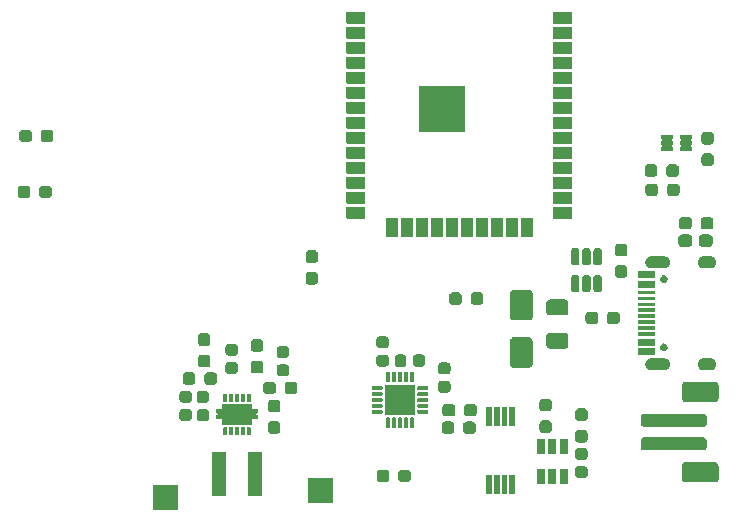
<source format=gts>
%TF.GenerationSoftware,KiCad,Pcbnew,9.0.7-9.0.7~ubuntu24.04.1*%
%TF.CreationDate,2026-02-19T10:10:57+00:00*%
%TF.ProjectId,v1,76312e6b-6963-4616-945f-706362585858,rev?*%
%TF.SameCoordinates,Original*%
%TF.FileFunction,Soldermask,Top*%
%TF.FilePolarity,Negative*%
%FSLAX46Y46*%
G04 Gerber Fmt 4.6, Leading zero omitted, Abs format (unit mm)*
G04 Created by KiCad (PCBNEW 9.0.7-9.0.7~ubuntu24.04.1) date 2026-02-19 10:10:57*
%MOMM*%
%LPD*%
G01*
G04 APERTURE LIST*
G04 APERTURE END LIST*
G36*
X103579134Y-96913806D02*
G01*
X103595355Y-96924645D01*
X103606194Y-96940866D01*
X103610000Y-96960000D01*
X103610000Y-98960000D01*
X103606194Y-98979134D01*
X103595355Y-98995355D01*
X103579134Y-99006194D01*
X103560000Y-99010000D01*
X101560000Y-99010000D01*
X101540866Y-99006194D01*
X101524645Y-98995355D01*
X101513806Y-98979134D01*
X101510000Y-98960000D01*
X101510000Y-96960000D01*
X101513806Y-96940866D01*
X101524645Y-96924645D01*
X101540866Y-96913806D01*
X101560000Y-96910000D01*
X103560000Y-96910000D01*
X103579134Y-96913806D01*
G37*
G36*
X116709134Y-96333806D02*
G01*
X116725355Y-96344645D01*
X116736194Y-96360866D01*
X116740000Y-96380000D01*
X116740000Y-98380000D01*
X116736194Y-98399134D01*
X116725355Y-98415355D01*
X116709134Y-98426194D01*
X116690000Y-98430000D01*
X114690000Y-98430000D01*
X114670866Y-98426194D01*
X114654645Y-98415355D01*
X114643806Y-98399134D01*
X114640000Y-98380000D01*
X114640000Y-96380000D01*
X114643806Y-96360866D01*
X114654645Y-96344645D01*
X114670866Y-96333806D01*
X114690000Y-96330000D01*
X116690000Y-96330000D01*
X116709134Y-96333806D01*
G37*
G36*
X107699134Y-94103806D02*
G01*
X107715355Y-94114645D01*
X107726194Y-94130866D01*
X107730000Y-94150000D01*
X107730000Y-97850000D01*
X107726194Y-97869134D01*
X107715355Y-97885355D01*
X107699134Y-97896194D01*
X107680000Y-97900000D01*
X106580000Y-97900000D01*
X106560866Y-97896194D01*
X106544645Y-97885355D01*
X106533806Y-97869134D01*
X106530000Y-97850000D01*
X106530000Y-94150000D01*
X106533806Y-94130866D01*
X106544645Y-94114645D01*
X106560866Y-94103806D01*
X106580000Y-94100000D01*
X107680000Y-94100000D01*
X107699134Y-94103806D01*
G37*
G36*
X110699134Y-94103806D02*
G01*
X110715355Y-94114645D01*
X110726194Y-94130866D01*
X110730000Y-94150000D01*
X110730000Y-97850000D01*
X110726194Y-97869134D01*
X110715355Y-97885355D01*
X110699134Y-97896194D01*
X110680000Y-97900000D01*
X109580000Y-97900000D01*
X109560866Y-97896194D01*
X109544645Y-97885355D01*
X109533806Y-97869134D01*
X109530000Y-97850000D01*
X109530000Y-94150000D01*
X109533806Y-94130866D01*
X109544645Y-94114645D01*
X109560866Y-94103806D01*
X109580000Y-94100000D01*
X110680000Y-94100000D01*
X110699134Y-94103806D01*
G37*
G36*
X130163268Y-96057612D02*
G01*
X130195711Y-96079289D01*
X130217388Y-96111732D01*
X130225000Y-96150000D01*
X130225000Y-97610000D01*
X130217388Y-97648268D01*
X130195711Y-97680711D01*
X130163268Y-97702388D01*
X130125000Y-97710000D01*
X129825000Y-97710000D01*
X129786732Y-97702388D01*
X129754289Y-97680711D01*
X129732612Y-97648268D01*
X129725000Y-97610000D01*
X129725000Y-96150000D01*
X129732612Y-96111732D01*
X129754289Y-96079289D01*
X129786732Y-96057612D01*
X129825000Y-96050000D01*
X130125000Y-96050000D01*
X130163268Y-96057612D01*
G37*
G36*
X130813268Y-96057612D02*
G01*
X130845711Y-96079289D01*
X130867388Y-96111732D01*
X130875000Y-96150000D01*
X130875000Y-97610000D01*
X130867388Y-97648268D01*
X130845711Y-97680711D01*
X130813268Y-97702388D01*
X130775000Y-97710000D01*
X130475000Y-97710000D01*
X130436732Y-97702388D01*
X130404289Y-97680711D01*
X130382612Y-97648268D01*
X130375000Y-97610000D01*
X130375000Y-96150000D01*
X130382612Y-96111732D01*
X130404289Y-96079289D01*
X130436732Y-96057612D01*
X130475000Y-96050000D01*
X130775000Y-96050000D01*
X130813268Y-96057612D01*
G37*
G36*
X131463268Y-96057612D02*
G01*
X131495711Y-96079289D01*
X131517388Y-96111732D01*
X131525000Y-96150000D01*
X131525000Y-97610000D01*
X131517388Y-97648268D01*
X131495711Y-97680711D01*
X131463268Y-97702388D01*
X131425000Y-97710000D01*
X131125000Y-97710000D01*
X131086732Y-97702388D01*
X131054289Y-97680711D01*
X131032612Y-97648268D01*
X131025000Y-97610000D01*
X131025000Y-96150000D01*
X131032612Y-96111732D01*
X131054289Y-96079289D01*
X131086732Y-96057612D01*
X131125000Y-96050000D01*
X131425000Y-96050000D01*
X131463268Y-96057612D01*
G37*
G36*
X132113268Y-96057612D02*
G01*
X132145711Y-96079289D01*
X132167388Y-96111732D01*
X132175000Y-96150000D01*
X132175000Y-97610000D01*
X132167388Y-97648268D01*
X132145711Y-97680711D01*
X132113268Y-97702388D01*
X132075000Y-97710000D01*
X131775000Y-97710000D01*
X131736732Y-97702388D01*
X131704289Y-97680711D01*
X131682612Y-97648268D01*
X131675000Y-97610000D01*
X131675000Y-96150000D01*
X131682612Y-96111732D01*
X131704289Y-96079289D01*
X131736732Y-96057612D01*
X131775000Y-96050000D01*
X132075000Y-96050000D01*
X132113268Y-96057612D01*
G37*
G36*
X134694134Y-95543806D02*
G01*
X134710355Y-95554645D01*
X134721194Y-95570866D01*
X134725000Y-95590000D01*
X134725000Y-96800000D01*
X134721194Y-96819134D01*
X134710355Y-96835355D01*
X134694134Y-96846194D01*
X134675000Y-96850000D01*
X134085000Y-96850000D01*
X134065866Y-96846194D01*
X134049645Y-96835355D01*
X134038806Y-96819134D01*
X134035000Y-96800000D01*
X134035000Y-95590000D01*
X134038806Y-95570866D01*
X134049645Y-95554645D01*
X134065866Y-95543806D01*
X134085000Y-95540000D01*
X134675000Y-95540000D01*
X134694134Y-95543806D01*
G37*
G36*
X135644134Y-95543806D02*
G01*
X135660355Y-95554645D01*
X135671194Y-95570866D01*
X135675000Y-95590000D01*
X135675000Y-96800000D01*
X135671194Y-96819134D01*
X135660355Y-96835355D01*
X135644134Y-96846194D01*
X135625000Y-96850000D01*
X135035000Y-96850000D01*
X135015866Y-96846194D01*
X134999645Y-96835355D01*
X134988806Y-96819134D01*
X134985000Y-96800000D01*
X134985000Y-95590000D01*
X134988806Y-95570866D01*
X134999645Y-95554645D01*
X135015866Y-95543806D01*
X135035000Y-95540000D01*
X135625000Y-95540000D01*
X135644134Y-95543806D01*
G37*
G36*
X136594134Y-95543806D02*
G01*
X136610355Y-95554645D01*
X136621194Y-95570866D01*
X136625000Y-95590000D01*
X136625000Y-96800000D01*
X136621194Y-96819134D01*
X136610355Y-96835355D01*
X136594134Y-96846194D01*
X136575000Y-96850000D01*
X135985000Y-96850000D01*
X135965866Y-96846194D01*
X135949645Y-96835355D01*
X135938806Y-96819134D01*
X135935000Y-96800000D01*
X135935000Y-95590000D01*
X135938806Y-95570866D01*
X135949645Y-95554645D01*
X135965866Y-95543806D01*
X135985000Y-95540000D01*
X136575000Y-95540000D01*
X136594134Y-95543806D01*
G37*
G36*
X149168685Y-95007969D02*
G01*
X149178249Y-95012192D01*
X149184590Y-95013116D01*
X149224220Y-95032490D01*
X149269541Y-95052501D01*
X149347499Y-95130459D01*
X149367512Y-95175784D01*
X149386882Y-95215406D01*
X149387805Y-95221745D01*
X149392031Y-95231315D01*
X149400000Y-95300000D01*
X149400000Y-96400000D01*
X149392031Y-96468685D01*
X149387806Y-96478253D01*
X149386883Y-96484590D01*
X149367519Y-96524199D01*
X149347499Y-96569541D01*
X149269541Y-96647499D01*
X149224204Y-96667516D01*
X149184593Y-96686882D01*
X149178255Y-96687805D01*
X149168685Y-96692031D01*
X149100000Y-96700000D01*
X146600000Y-96700000D01*
X146531315Y-96692031D01*
X146521747Y-96687806D01*
X146515409Y-96686883D01*
X146475790Y-96667514D01*
X146430459Y-96647499D01*
X146352501Y-96569541D01*
X146332492Y-96524225D01*
X146313117Y-96484593D01*
X146312193Y-96478251D01*
X146307969Y-96468685D01*
X146300000Y-96400000D01*
X146300000Y-95300000D01*
X146307969Y-95231315D01*
X146312192Y-95221750D01*
X146313116Y-95215409D01*
X146332494Y-95175769D01*
X146352501Y-95130459D01*
X146430459Y-95052501D01*
X146475763Y-95032497D01*
X146515406Y-95013117D01*
X146521748Y-95012192D01*
X146531315Y-95007969D01*
X146600000Y-95000000D01*
X149100000Y-95000000D01*
X149168685Y-95007969D01*
G37*
G36*
X121300823Y-95632637D02*
G01*
X121310099Y-95636732D01*
X121316024Y-95637596D01*
X121353048Y-95655696D01*
X121397477Y-95675313D01*
X121472187Y-95750023D01*
X121491808Y-95794462D01*
X121509902Y-95831473D01*
X121510764Y-95837395D01*
X121514863Y-95846677D01*
X121522500Y-95912500D01*
X121522500Y-96387500D01*
X121514863Y-96453323D01*
X121510765Y-96462602D01*
X121509903Y-96468524D01*
X121491813Y-96505527D01*
X121472187Y-96549977D01*
X121397477Y-96624687D01*
X121353026Y-96644313D01*
X121316026Y-96662402D01*
X121310105Y-96663264D01*
X121300823Y-96667363D01*
X121235000Y-96675000D01*
X120735000Y-96675000D01*
X120669177Y-96667363D01*
X120659897Y-96663265D01*
X120653975Y-96662403D01*
X120616962Y-96644308D01*
X120572523Y-96624687D01*
X120497813Y-96549977D01*
X120478196Y-96505548D01*
X120460097Y-96468526D01*
X120459233Y-96462601D01*
X120455137Y-96453323D01*
X120447500Y-96387500D01*
X120447500Y-95912500D01*
X120455137Y-95846677D01*
X120459232Y-95837401D01*
X120460096Y-95831475D01*
X120478200Y-95794441D01*
X120497813Y-95750023D01*
X120572523Y-95675313D01*
X120616941Y-95655700D01*
X120653973Y-95637597D01*
X120659898Y-95636733D01*
X120669177Y-95632637D01*
X120735000Y-95625000D01*
X121235000Y-95625000D01*
X121300823Y-95632637D01*
G37*
G36*
X123125823Y-95632637D02*
G01*
X123135099Y-95636732D01*
X123141024Y-95637596D01*
X123178048Y-95655696D01*
X123222477Y-95675313D01*
X123297187Y-95750023D01*
X123316808Y-95794462D01*
X123334902Y-95831473D01*
X123335764Y-95837395D01*
X123339863Y-95846677D01*
X123347500Y-95912500D01*
X123347500Y-96387500D01*
X123339863Y-96453323D01*
X123335765Y-96462602D01*
X123334903Y-96468524D01*
X123316813Y-96505527D01*
X123297187Y-96549977D01*
X123222477Y-96624687D01*
X123178026Y-96644313D01*
X123141026Y-96662402D01*
X123135105Y-96663264D01*
X123125823Y-96667363D01*
X123060000Y-96675000D01*
X122560000Y-96675000D01*
X122494177Y-96667363D01*
X122484897Y-96663265D01*
X122478975Y-96662403D01*
X122441962Y-96644308D01*
X122397523Y-96624687D01*
X122322813Y-96549977D01*
X122303196Y-96505548D01*
X122285097Y-96468526D01*
X122284233Y-96462601D01*
X122280137Y-96453323D01*
X122272500Y-96387500D01*
X122272500Y-95912500D01*
X122280137Y-95846677D01*
X122284232Y-95837401D01*
X122285096Y-95831475D01*
X122303200Y-95794441D01*
X122322813Y-95750023D01*
X122397523Y-95675313D01*
X122441941Y-95655700D01*
X122478973Y-95637597D01*
X122484898Y-95636733D01*
X122494177Y-95632637D01*
X122560000Y-95625000D01*
X123060000Y-95625000D01*
X123125823Y-95632637D01*
G37*
G36*
X138054870Y-95347957D02*
G01*
X138117455Y-95357076D01*
X138128941Y-95362691D01*
X138145238Y-95365933D01*
X138171590Y-95383541D01*
X138199194Y-95397036D01*
X138214111Y-95411953D01*
X138234454Y-95425546D01*
X138248046Y-95445888D01*
X138262963Y-95460805D01*
X138276457Y-95488407D01*
X138294067Y-95514762D01*
X138297308Y-95531058D01*
X138302922Y-95542541D01*
X138312035Y-95605096D01*
X138315000Y-95620000D01*
X138315000Y-96070000D01*
X138312038Y-96084889D01*
X138302923Y-96147455D01*
X138297309Y-96158938D01*
X138294067Y-96175238D01*
X138276454Y-96201595D01*
X138262963Y-96229194D01*
X138248048Y-96244108D01*
X138234454Y-96264454D01*
X138214108Y-96278048D01*
X138199194Y-96292963D01*
X138171595Y-96306455D01*
X138145238Y-96324067D01*
X138128939Y-96327308D01*
X138117458Y-96332922D01*
X138054906Y-96342034D01*
X138040000Y-96345000D01*
X137540000Y-96345000D01*
X137525113Y-96342038D01*
X137462544Y-96332923D01*
X137451060Y-96327308D01*
X137434762Y-96324067D01*
X137408406Y-96306456D01*
X137380805Y-96292963D01*
X137365888Y-96278046D01*
X137345546Y-96264454D01*
X137331953Y-96244111D01*
X137317036Y-96229194D01*
X137303540Y-96201589D01*
X137285933Y-96175238D01*
X137282691Y-96158942D01*
X137277077Y-96147458D01*
X137267961Y-96084887D01*
X137265000Y-96070000D01*
X137265000Y-95620000D01*
X137267957Y-95605132D01*
X137277076Y-95542544D01*
X137282691Y-95531056D01*
X137285933Y-95514762D01*
X137303539Y-95488412D01*
X137317036Y-95460805D01*
X137331955Y-95445885D01*
X137345546Y-95425546D01*
X137365885Y-95411955D01*
X137380805Y-95397036D01*
X137408413Y-95383538D01*
X137434762Y-95365933D01*
X137451055Y-95362692D01*
X137462541Y-95357077D01*
X137525114Y-95347960D01*
X137540000Y-95345000D01*
X138040000Y-95345000D01*
X138054870Y-95347957D01*
G37*
G36*
X138054870Y-93797957D02*
G01*
X138117455Y-93807076D01*
X138128941Y-93812691D01*
X138145238Y-93815933D01*
X138171590Y-93833541D01*
X138199194Y-93847036D01*
X138214111Y-93861953D01*
X138234454Y-93875546D01*
X138248046Y-93895888D01*
X138262963Y-93910805D01*
X138276457Y-93938407D01*
X138294067Y-93964762D01*
X138297308Y-93981058D01*
X138302922Y-93992541D01*
X138312035Y-94055096D01*
X138315000Y-94070000D01*
X138315000Y-94520000D01*
X138312038Y-94534889D01*
X138302923Y-94597455D01*
X138297309Y-94608938D01*
X138294067Y-94625238D01*
X138276454Y-94651595D01*
X138262963Y-94679194D01*
X138248048Y-94694108D01*
X138234454Y-94714454D01*
X138214108Y-94728048D01*
X138199194Y-94742963D01*
X138171595Y-94756455D01*
X138145238Y-94774067D01*
X138128939Y-94777308D01*
X138117458Y-94782922D01*
X138054906Y-94792034D01*
X138040000Y-94795000D01*
X137540000Y-94795000D01*
X137525113Y-94792038D01*
X137462544Y-94782923D01*
X137451060Y-94777308D01*
X137434762Y-94774067D01*
X137408406Y-94756456D01*
X137380805Y-94742963D01*
X137365888Y-94728046D01*
X137345546Y-94714454D01*
X137331953Y-94694111D01*
X137317036Y-94679194D01*
X137303540Y-94651589D01*
X137285933Y-94625238D01*
X137282691Y-94608942D01*
X137277077Y-94597458D01*
X137267961Y-94534887D01*
X137265000Y-94520000D01*
X137265000Y-94070000D01*
X137267957Y-94055132D01*
X137277076Y-93992544D01*
X137282691Y-93981056D01*
X137285933Y-93964762D01*
X137303539Y-93938412D01*
X137317036Y-93910805D01*
X137331955Y-93895885D01*
X137345546Y-93875546D01*
X137365885Y-93861955D01*
X137380805Y-93847036D01*
X137408413Y-93833538D01*
X137434762Y-93815933D01*
X137451055Y-93812692D01*
X137462541Y-93807077D01*
X137525114Y-93797960D01*
X137540000Y-93795000D01*
X138040000Y-93795000D01*
X138054870Y-93797957D01*
G37*
G36*
X134694134Y-93033806D02*
G01*
X134710355Y-93044645D01*
X134721194Y-93060866D01*
X134725000Y-93080000D01*
X134725000Y-94290000D01*
X134721194Y-94309134D01*
X134710355Y-94325355D01*
X134694134Y-94336194D01*
X134675000Y-94340000D01*
X134085000Y-94340000D01*
X134065866Y-94336194D01*
X134049645Y-94325355D01*
X134038806Y-94309134D01*
X134035000Y-94290000D01*
X134035000Y-93080000D01*
X134038806Y-93060866D01*
X134049645Y-93044645D01*
X134065866Y-93033806D01*
X134085000Y-93030000D01*
X134675000Y-93030000D01*
X134694134Y-93033806D01*
G37*
G36*
X135644134Y-93033806D02*
G01*
X135660355Y-93044645D01*
X135671194Y-93060866D01*
X135675000Y-93080000D01*
X135675000Y-94290000D01*
X135671194Y-94309134D01*
X135660355Y-94325355D01*
X135644134Y-94336194D01*
X135625000Y-94340000D01*
X135035000Y-94340000D01*
X135015866Y-94336194D01*
X134999645Y-94325355D01*
X134988806Y-94309134D01*
X134985000Y-94290000D01*
X134985000Y-93080000D01*
X134988806Y-93060866D01*
X134999645Y-93044645D01*
X135015866Y-93033806D01*
X135035000Y-93030000D01*
X135625000Y-93030000D01*
X135644134Y-93033806D01*
G37*
G36*
X136594134Y-93033806D02*
G01*
X136610355Y-93044645D01*
X136621194Y-93060866D01*
X136625000Y-93080000D01*
X136625000Y-94290000D01*
X136621194Y-94309134D01*
X136610355Y-94325355D01*
X136594134Y-94336194D01*
X136575000Y-94340000D01*
X135985000Y-94340000D01*
X135965866Y-94336194D01*
X135949645Y-94325355D01*
X135938806Y-94309134D01*
X135935000Y-94290000D01*
X135935000Y-93080000D01*
X135938806Y-93060866D01*
X135949645Y-93044645D01*
X135965866Y-93033806D01*
X135985000Y-93030000D01*
X136575000Y-93030000D01*
X136594134Y-93033806D01*
G37*
G36*
X148168685Y-92907969D02*
G01*
X148178249Y-92912192D01*
X148184590Y-92913116D01*
X148224220Y-92932490D01*
X148269541Y-92952501D01*
X148347499Y-93030459D01*
X148367512Y-93075784D01*
X148386882Y-93115406D01*
X148387805Y-93121745D01*
X148392031Y-93131315D01*
X148400000Y-93200000D01*
X148400000Y-93700000D01*
X148392031Y-93768685D01*
X148387806Y-93778253D01*
X148386883Y-93784590D01*
X148367519Y-93824199D01*
X148347499Y-93869541D01*
X148269541Y-93947499D01*
X148224204Y-93967516D01*
X148184593Y-93986882D01*
X148178255Y-93987805D01*
X148168685Y-93992031D01*
X148100000Y-94000000D01*
X143100000Y-94000000D01*
X143031315Y-93992031D01*
X143021747Y-93987806D01*
X143015409Y-93986883D01*
X142975790Y-93967514D01*
X142930459Y-93947499D01*
X142852501Y-93869541D01*
X142832492Y-93824225D01*
X142813117Y-93784593D01*
X142812193Y-93778251D01*
X142807969Y-93768685D01*
X142800000Y-93700000D01*
X142800000Y-93200000D01*
X142807969Y-93131315D01*
X142812192Y-93121750D01*
X142813116Y-93115409D01*
X142832494Y-93075769D01*
X142852501Y-93030459D01*
X142930459Y-92952501D01*
X142975763Y-92932497D01*
X143015406Y-92913117D01*
X143021748Y-92912192D01*
X143031315Y-92907969D01*
X143100000Y-92900000D01*
X148100000Y-92900000D01*
X148168685Y-92907969D01*
G37*
G36*
X138093323Y-92272637D02*
G01*
X138102599Y-92276732D01*
X138108524Y-92277596D01*
X138145548Y-92295696D01*
X138189977Y-92315313D01*
X138264687Y-92390023D01*
X138284308Y-92434462D01*
X138302402Y-92471473D01*
X138303264Y-92477395D01*
X138307363Y-92486677D01*
X138315000Y-92552500D01*
X138315000Y-93052500D01*
X138307363Y-93118323D01*
X138303265Y-93127602D01*
X138302403Y-93133524D01*
X138284313Y-93170527D01*
X138264687Y-93214977D01*
X138189977Y-93289687D01*
X138145526Y-93309313D01*
X138108526Y-93327402D01*
X138102605Y-93328264D01*
X138093323Y-93332363D01*
X138027500Y-93340000D01*
X137552500Y-93340000D01*
X137486677Y-93332363D01*
X137477397Y-93328265D01*
X137471475Y-93327403D01*
X137434462Y-93309308D01*
X137390023Y-93289687D01*
X137315313Y-93214977D01*
X137295696Y-93170548D01*
X137277597Y-93133526D01*
X137276733Y-93127601D01*
X137272637Y-93118323D01*
X137265000Y-93052500D01*
X137265000Y-92552500D01*
X137272637Y-92486677D01*
X137276732Y-92477401D01*
X137277596Y-92471475D01*
X137295700Y-92434441D01*
X137315313Y-92390023D01*
X137390023Y-92315313D01*
X137434441Y-92295700D01*
X137471473Y-92277597D01*
X137477398Y-92276733D01*
X137486677Y-92272637D01*
X137552500Y-92265000D01*
X138027500Y-92265000D01*
X138093323Y-92272637D01*
G37*
G36*
X107732095Y-92008373D02*
G01*
X107767782Y-92032218D01*
X107791627Y-92067905D01*
X107800000Y-92110000D01*
X107800000Y-92590000D01*
X107791627Y-92632095D01*
X107767782Y-92667782D01*
X107732095Y-92691627D01*
X107690000Y-92700000D01*
X107570000Y-92700000D01*
X107527905Y-92691627D01*
X107492218Y-92667782D01*
X107468373Y-92632095D01*
X107460000Y-92590000D01*
X107460000Y-92110000D01*
X107468373Y-92067905D01*
X107492218Y-92032218D01*
X107527905Y-92008373D01*
X107570000Y-92000000D01*
X107690000Y-92000000D01*
X107732095Y-92008373D01*
G37*
G36*
X108232095Y-92008373D02*
G01*
X108267782Y-92032218D01*
X108291627Y-92067905D01*
X108300000Y-92110000D01*
X108300000Y-92590000D01*
X108291627Y-92632095D01*
X108267782Y-92667782D01*
X108232095Y-92691627D01*
X108190000Y-92700000D01*
X108070000Y-92700000D01*
X108027905Y-92691627D01*
X107992218Y-92667782D01*
X107968373Y-92632095D01*
X107960000Y-92590000D01*
X107960000Y-92110000D01*
X107968373Y-92067905D01*
X107992218Y-92032218D01*
X108027905Y-92008373D01*
X108070000Y-92000000D01*
X108190000Y-92000000D01*
X108232095Y-92008373D01*
G37*
G36*
X108732095Y-92008373D02*
G01*
X108767782Y-92032218D01*
X108791627Y-92067905D01*
X108800000Y-92110000D01*
X108800000Y-92590000D01*
X108791627Y-92632095D01*
X108767782Y-92667782D01*
X108732095Y-92691627D01*
X108690000Y-92700000D01*
X108570000Y-92700000D01*
X108527905Y-92691627D01*
X108492218Y-92667782D01*
X108468373Y-92632095D01*
X108460000Y-92590000D01*
X108460000Y-92110000D01*
X108468373Y-92067905D01*
X108492218Y-92032218D01*
X108527905Y-92008373D01*
X108570000Y-92000000D01*
X108690000Y-92000000D01*
X108732095Y-92008373D01*
G37*
G36*
X109232095Y-92008373D02*
G01*
X109267782Y-92032218D01*
X109291627Y-92067905D01*
X109300000Y-92110000D01*
X109300000Y-92590000D01*
X109291627Y-92632095D01*
X109267782Y-92667782D01*
X109232095Y-92691627D01*
X109190000Y-92700000D01*
X109070000Y-92700000D01*
X109027905Y-92691627D01*
X108992218Y-92667782D01*
X108968373Y-92632095D01*
X108960000Y-92590000D01*
X108960000Y-92110000D01*
X108968373Y-92067905D01*
X108992218Y-92032218D01*
X109027905Y-92008373D01*
X109070000Y-92000000D01*
X109190000Y-92000000D01*
X109232095Y-92008373D01*
G37*
G36*
X109732095Y-92008373D02*
G01*
X109767782Y-92032218D01*
X109791627Y-92067905D01*
X109800000Y-92110000D01*
X109800000Y-92590000D01*
X109791627Y-92632095D01*
X109767782Y-92667782D01*
X109732095Y-92691627D01*
X109690000Y-92700000D01*
X109570000Y-92700000D01*
X109527905Y-92691627D01*
X109492218Y-92667782D01*
X109468373Y-92632095D01*
X109460000Y-92590000D01*
X109460000Y-92110000D01*
X109468373Y-92067905D01*
X109492218Y-92032218D01*
X109527905Y-92008373D01*
X109570000Y-92000000D01*
X109690000Y-92000000D01*
X109732095Y-92008373D01*
G37*
G36*
X112083323Y-91532637D02*
G01*
X112092599Y-91536732D01*
X112098524Y-91537596D01*
X112135548Y-91555696D01*
X112179977Y-91575313D01*
X112254687Y-91650023D01*
X112274308Y-91694462D01*
X112292402Y-91731473D01*
X112293264Y-91737395D01*
X112297363Y-91746677D01*
X112305000Y-91812500D01*
X112305000Y-92312500D01*
X112297363Y-92378323D01*
X112293265Y-92387602D01*
X112292403Y-92393524D01*
X112274313Y-92430527D01*
X112254687Y-92474977D01*
X112179977Y-92549687D01*
X112135526Y-92569313D01*
X112098526Y-92587402D01*
X112092605Y-92588264D01*
X112083323Y-92592363D01*
X112017500Y-92600000D01*
X111542500Y-92600000D01*
X111476677Y-92592363D01*
X111467397Y-92588265D01*
X111461475Y-92587403D01*
X111424462Y-92569308D01*
X111380023Y-92549687D01*
X111305313Y-92474977D01*
X111285696Y-92430548D01*
X111267597Y-92393526D01*
X111266733Y-92387601D01*
X111262637Y-92378323D01*
X111255000Y-92312500D01*
X111255000Y-91812500D01*
X111262637Y-91746677D01*
X111266732Y-91737401D01*
X111267596Y-91731475D01*
X111285700Y-91694441D01*
X111305313Y-91650023D01*
X111380023Y-91575313D01*
X111424441Y-91555700D01*
X111461473Y-91537597D01*
X111467398Y-91536733D01*
X111476677Y-91532637D01*
X111542500Y-91525000D01*
X112017500Y-91525000D01*
X112083323Y-91532637D01*
G37*
G36*
X126803323Y-91557637D02*
G01*
X126812599Y-91561732D01*
X126818524Y-91562596D01*
X126855548Y-91580696D01*
X126899977Y-91600313D01*
X126974687Y-91675023D01*
X126994308Y-91719462D01*
X127012402Y-91756473D01*
X127013264Y-91762395D01*
X127017363Y-91771677D01*
X127025000Y-91837500D01*
X127025000Y-92312500D01*
X127017363Y-92378323D01*
X127013265Y-92387602D01*
X127012403Y-92393524D01*
X126994313Y-92430527D01*
X126974687Y-92474977D01*
X126899977Y-92549687D01*
X126855526Y-92569313D01*
X126818526Y-92587402D01*
X126812605Y-92588264D01*
X126803323Y-92592363D01*
X126737500Y-92600000D01*
X126237500Y-92600000D01*
X126171677Y-92592363D01*
X126162397Y-92588265D01*
X126156475Y-92587403D01*
X126119462Y-92569308D01*
X126075023Y-92549687D01*
X126000313Y-92474977D01*
X125980696Y-92430548D01*
X125962597Y-92393526D01*
X125961733Y-92387601D01*
X125957637Y-92378323D01*
X125950000Y-92312500D01*
X125950000Y-91837500D01*
X125957637Y-91771677D01*
X125961732Y-91762401D01*
X125962596Y-91756475D01*
X125980700Y-91719441D01*
X126000313Y-91675023D01*
X126075023Y-91600313D01*
X126119441Y-91580700D01*
X126156473Y-91562597D01*
X126162398Y-91561733D01*
X126171677Y-91557637D01*
X126237500Y-91550000D01*
X126737500Y-91550000D01*
X126803323Y-91557637D01*
G37*
G36*
X128628323Y-91557637D02*
G01*
X128637599Y-91561732D01*
X128643524Y-91562596D01*
X128680548Y-91580696D01*
X128724977Y-91600313D01*
X128799687Y-91675023D01*
X128819308Y-91719462D01*
X128837402Y-91756473D01*
X128838264Y-91762395D01*
X128842363Y-91771677D01*
X128850000Y-91837500D01*
X128850000Y-92312500D01*
X128842363Y-92378323D01*
X128838265Y-92387602D01*
X128837403Y-92393524D01*
X128819313Y-92430527D01*
X128799687Y-92474977D01*
X128724977Y-92549687D01*
X128680526Y-92569313D01*
X128643526Y-92587402D01*
X128637605Y-92588264D01*
X128628323Y-92592363D01*
X128562500Y-92600000D01*
X128062500Y-92600000D01*
X127996677Y-92592363D01*
X127987397Y-92588265D01*
X127981475Y-92587403D01*
X127944462Y-92569308D01*
X127900023Y-92549687D01*
X127825313Y-92474977D01*
X127805696Y-92430548D01*
X127787597Y-92393526D01*
X127786733Y-92387601D01*
X127782637Y-92378323D01*
X127775000Y-92312500D01*
X127775000Y-91837500D01*
X127782637Y-91771677D01*
X127786732Y-91762401D01*
X127787596Y-91756475D01*
X127805700Y-91719441D01*
X127825313Y-91675023D01*
X127900023Y-91600313D01*
X127944441Y-91580700D01*
X127981473Y-91562597D01*
X127987398Y-91561733D01*
X127996677Y-91557637D01*
X128062500Y-91550000D01*
X128562500Y-91550000D01*
X128628323Y-91557637D01*
G37*
G36*
X135063323Y-91452637D02*
G01*
X135072599Y-91456732D01*
X135078524Y-91457596D01*
X135115548Y-91475696D01*
X135159977Y-91495313D01*
X135234687Y-91570023D01*
X135254308Y-91614462D01*
X135272402Y-91651473D01*
X135273264Y-91657395D01*
X135277363Y-91666677D01*
X135285000Y-91732500D01*
X135285000Y-92232500D01*
X135277363Y-92298323D01*
X135273265Y-92307602D01*
X135272403Y-92313524D01*
X135254313Y-92350527D01*
X135234687Y-92394977D01*
X135159977Y-92469687D01*
X135115526Y-92489313D01*
X135078526Y-92507402D01*
X135072605Y-92508264D01*
X135063323Y-92512363D01*
X134997500Y-92520000D01*
X134522500Y-92520000D01*
X134456677Y-92512363D01*
X134447397Y-92508265D01*
X134441475Y-92507403D01*
X134404462Y-92489308D01*
X134360023Y-92469687D01*
X134285313Y-92394977D01*
X134265696Y-92350548D01*
X134247597Y-92313526D01*
X134246733Y-92307601D01*
X134242637Y-92298323D01*
X134235000Y-92232500D01*
X134235000Y-91732500D01*
X134242637Y-91666677D01*
X134246732Y-91657401D01*
X134247596Y-91651475D01*
X134265700Y-91614441D01*
X134285313Y-91570023D01*
X134360023Y-91495313D01*
X134404441Y-91475700D01*
X134441473Y-91457597D01*
X134447398Y-91456733D01*
X134456677Y-91452637D01*
X134522500Y-91445000D01*
X134997500Y-91445000D01*
X135063323Y-91452637D01*
G37*
G36*
X121530552Y-91208564D02*
G01*
X121567050Y-91232950D01*
X121591436Y-91269448D01*
X121600000Y-91312500D01*
X121600000Y-92012500D01*
X121591436Y-92055552D01*
X121567050Y-92092050D01*
X121530552Y-92116436D01*
X121487500Y-92125000D01*
X121362500Y-92125000D01*
X121319448Y-92116436D01*
X121282950Y-92092050D01*
X121258564Y-92055552D01*
X121250000Y-92012500D01*
X121250000Y-91312500D01*
X121258564Y-91269448D01*
X121282950Y-91232950D01*
X121319448Y-91208564D01*
X121362500Y-91200000D01*
X121487500Y-91200000D01*
X121530552Y-91208564D01*
G37*
G36*
X122030552Y-91208564D02*
G01*
X122067050Y-91232950D01*
X122091436Y-91269448D01*
X122100000Y-91312500D01*
X122100000Y-92012500D01*
X122091436Y-92055552D01*
X122067050Y-92092050D01*
X122030552Y-92116436D01*
X121987500Y-92125000D01*
X121862500Y-92125000D01*
X121819448Y-92116436D01*
X121782950Y-92092050D01*
X121758564Y-92055552D01*
X121750000Y-92012500D01*
X121750000Y-91312500D01*
X121758564Y-91269448D01*
X121782950Y-91232950D01*
X121819448Y-91208564D01*
X121862500Y-91200000D01*
X121987500Y-91200000D01*
X122030552Y-91208564D01*
G37*
G36*
X122530552Y-91208564D02*
G01*
X122567050Y-91232950D01*
X122591436Y-91269448D01*
X122600000Y-91312500D01*
X122600000Y-92012500D01*
X122591436Y-92055552D01*
X122567050Y-92092050D01*
X122530552Y-92116436D01*
X122487500Y-92125000D01*
X122362500Y-92125000D01*
X122319448Y-92116436D01*
X122282950Y-92092050D01*
X122258564Y-92055552D01*
X122250000Y-92012500D01*
X122250000Y-91312500D01*
X122258564Y-91269448D01*
X122282950Y-91232950D01*
X122319448Y-91208564D01*
X122362500Y-91200000D01*
X122487500Y-91200000D01*
X122530552Y-91208564D01*
G37*
G36*
X123030552Y-91208564D02*
G01*
X123067050Y-91232950D01*
X123091436Y-91269448D01*
X123100000Y-91312500D01*
X123100000Y-92012500D01*
X123091436Y-92055552D01*
X123067050Y-92092050D01*
X123030552Y-92116436D01*
X122987500Y-92125000D01*
X122862500Y-92125000D01*
X122819448Y-92116436D01*
X122782950Y-92092050D01*
X122758564Y-92055552D01*
X122750000Y-92012500D01*
X122750000Y-91312500D01*
X122758564Y-91269448D01*
X122782950Y-91232950D01*
X122819448Y-91208564D01*
X122862500Y-91200000D01*
X122987500Y-91200000D01*
X123030552Y-91208564D01*
G37*
G36*
X123530552Y-91208564D02*
G01*
X123567050Y-91232950D01*
X123591436Y-91269448D01*
X123600000Y-91312500D01*
X123600000Y-92012500D01*
X123591436Y-92055552D01*
X123567050Y-92092050D01*
X123530552Y-92116436D01*
X123487500Y-92125000D01*
X123362500Y-92125000D01*
X123319448Y-92116436D01*
X123282950Y-92092050D01*
X123258564Y-92055552D01*
X123250000Y-92012500D01*
X123250000Y-91312500D01*
X123258564Y-91269448D01*
X123282950Y-91232950D01*
X123319448Y-91208564D01*
X123362500Y-91200000D01*
X123487500Y-91200000D01*
X123530552Y-91208564D01*
G37*
G36*
X148168685Y-90907969D02*
G01*
X148178249Y-90912192D01*
X148184590Y-90913116D01*
X148224220Y-90932490D01*
X148269541Y-90952501D01*
X148347499Y-91030459D01*
X148367512Y-91075784D01*
X148386882Y-91115406D01*
X148387805Y-91121745D01*
X148392031Y-91131315D01*
X148400000Y-91200000D01*
X148400000Y-91700000D01*
X148392031Y-91768685D01*
X148387806Y-91778253D01*
X148386883Y-91784590D01*
X148367519Y-91824199D01*
X148347499Y-91869541D01*
X148269541Y-91947499D01*
X148224204Y-91967516D01*
X148184593Y-91986882D01*
X148178255Y-91987805D01*
X148168685Y-91992031D01*
X148100000Y-92000000D01*
X143100000Y-92000000D01*
X143031315Y-91992031D01*
X143021747Y-91987806D01*
X143015409Y-91986883D01*
X142975790Y-91967514D01*
X142930459Y-91947499D01*
X142852501Y-91869541D01*
X142832492Y-91824225D01*
X142813117Y-91784593D01*
X142812193Y-91778251D01*
X142807969Y-91768685D01*
X142800000Y-91700000D01*
X142800000Y-91200000D01*
X142807969Y-91131315D01*
X142812192Y-91121750D01*
X142813116Y-91115409D01*
X142832494Y-91075769D01*
X142852501Y-91030459D01*
X142930459Y-90952501D01*
X142975763Y-90932497D01*
X143015406Y-90913117D01*
X143021748Y-90912192D01*
X143031315Y-90907969D01*
X143100000Y-90900000D01*
X148100000Y-90900000D01*
X148168685Y-90907969D01*
G37*
G36*
X130163268Y-90297612D02*
G01*
X130195711Y-90319289D01*
X130217388Y-90351732D01*
X130225000Y-90390000D01*
X130225000Y-91850000D01*
X130217388Y-91888268D01*
X130195711Y-91920711D01*
X130163268Y-91942388D01*
X130125000Y-91950000D01*
X129825000Y-91950000D01*
X129786732Y-91942388D01*
X129754289Y-91920711D01*
X129732612Y-91888268D01*
X129725000Y-91850000D01*
X129725000Y-90390000D01*
X129732612Y-90351732D01*
X129754289Y-90319289D01*
X129786732Y-90297612D01*
X129825000Y-90290000D01*
X130125000Y-90290000D01*
X130163268Y-90297612D01*
G37*
G36*
X130813268Y-90297612D02*
G01*
X130845711Y-90319289D01*
X130867388Y-90351732D01*
X130875000Y-90390000D01*
X130875000Y-91850000D01*
X130867388Y-91888268D01*
X130845711Y-91920711D01*
X130813268Y-91942388D01*
X130775000Y-91950000D01*
X130475000Y-91950000D01*
X130436732Y-91942388D01*
X130404289Y-91920711D01*
X130382612Y-91888268D01*
X130375000Y-91850000D01*
X130375000Y-90390000D01*
X130382612Y-90351732D01*
X130404289Y-90319289D01*
X130436732Y-90297612D01*
X130475000Y-90290000D01*
X130775000Y-90290000D01*
X130813268Y-90297612D01*
G37*
G36*
X131463268Y-90297612D02*
G01*
X131495711Y-90319289D01*
X131517388Y-90351732D01*
X131525000Y-90390000D01*
X131525000Y-91850000D01*
X131517388Y-91888268D01*
X131495711Y-91920711D01*
X131463268Y-91942388D01*
X131425000Y-91950000D01*
X131125000Y-91950000D01*
X131086732Y-91942388D01*
X131054289Y-91920711D01*
X131032612Y-91888268D01*
X131025000Y-91850000D01*
X131025000Y-90390000D01*
X131032612Y-90351732D01*
X131054289Y-90319289D01*
X131086732Y-90297612D01*
X131125000Y-90290000D01*
X131425000Y-90290000D01*
X131463268Y-90297612D01*
G37*
G36*
X132113268Y-90297612D02*
G01*
X132145711Y-90319289D01*
X132167388Y-90351732D01*
X132175000Y-90390000D01*
X132175000Y-91850000D01*
X132167388Y-91888268D01*
X132145711Y-91920711D01*
X132113268Y-91942388D01*
X132075000Y-91950000D01*
X131775000Y-91950000D01*
X131736732Y-91942388D01*
X131704289Y-91920711D01*
X131682612Y-91888268D01*
X131675000Y-91850000D01*
X131675000Y-90390000D01*
X131682612Y-90351732D01*
X131704289Y-90319289D01*
X131736732Y-90297612D01*
X131775000Y-90290000D01*
X132075000Y-90290000D01*
X132113268Y-90297612D01*
G37*
G36*
X109856259Y-90080876D02*
G01*
X109858024Y-90081395D01*
X109858311Y-90081726D01*
X109868891Y-90086109D01*
X109875101Y-90101102D01*
X109879035Y-90105642D01*
X109881306Y-90116082D01*
X109885000Y-90125000D01*
X109885000Y-90133062D01*
X109885000Y-90476067D01*
X109928933Y-90520000D01*
X110319216Y-90520000D01*
X110330000Y-90520000D01*
X110356259Y-90530876D01*
X110358024Y-90531395D01*
X110358311Y-90531726D01*
X110368891Y-90536109D01*
X110375101Y-90551102D01*
X110379035Y-90555642D01*
X110381306Y-90566082D01*
X110385000Y-90575000D01*
X110385000Y-90825000D01*
X110374119Y-90851267D01*
X110373604Y-90853024D01*
X110373273Y-90853310D01*
X110368891Y-90863891D01*
X110353893Y-90870103D01*
X110349357Y-90874034D01*
X110338923Y-90876303D01*
X110330000Y-90880000D01*
X110321933Y-90880000D01*
X110276687Y-90889843D01*
X110272528Y-91006291D01*
X110319216Y-91020000D01*
X110330000Y-91020000D01*
X110356259Y-91030876D01*
X110358024Y-91031395D01*
X110358311Y-91031726D01*
X110368891Y-91036109D01*
X110375101Y-91051102D01*
X110379035Y-91055642D01*
X110381306Y-91066082D01*
X110385000Y-91075000D01*
X110385000Y-91325000D01*
X110374119Y-91351267D01*
X110373604Y-91353024D01*
X110373273Y-91353310D01*
X110368891Y-91363891D01*
X110353895Y-91370102D01*
X110349357Y-91374035D01*
X110338918Y-91376305D01*
X110330000Y-91380000D01*
X110321937Y-91380000D01*
X109928933Y-91380000D01*
X109885000Y-91423933D01*
X109885000Y-91775000D01*
X109874119Y-91801267D01*
X109873604Y-91803024D01*
X109873273Y-91803310D01*
X109868891Y-91813891D01*
X109853895Y-91820102D01*
X109849357Y-91824035D01*
X109838918Y-91826305D01*
X109830000Y-91830000D01*
X109821937Y-91830000D01*
X107440784Y-91830000D01*
X107430000Y-91830000D01*
X107403735Y-91819120D01*
X107401975Y-91818604D01*
X107401688Y-91818272D01*
X107391109Y-91813891D01*
X107384898Y-91798897D01*
X107380964Y-91794357D01*
X107378692Y-91783915D01*
X107375000Y-91775000D01*
X107375000Y-91423933D01*
X107331067Y-91380000D01*
X106930000Y-91380000D01*
X106903735Y-91369120D01*
X106901975Y-91368604D01*
X106901688Y-91368272D01*
X106891109Y-91363891D01*
X106884898Y-91348897D01*
X106880964Y-91344357D01*
X106878692Y-91333915D01*
X106875000Y-91325000D01*
X106875000Y-91075000D01*
X106885875Y-91048743D01*
X106886395Y-91046975D01*
X106886727Y-91046686D01*
X106891109Y-91036109D01*
X106906102Y-91029898D01*
X106910642Y-91025965D01*
X106921083Y-91023693D01*
X106930000Y-91020000D01*
X106938059Y-91020000D01*
X106983313Y-91010154D01*
X106987469Y-90893707D01*
X106940787Y-90880000D01*
X106930000Y-90880000D01*
X106903734Y-90869120D01*
X106901975Y-90868604D01*
X106901688Y-90868272D01*
X106891109Y-90863891D01*
X106884898Y-90848897D01*
X106880964Y-90844357D01*
X106878692Y-90833915D01*
X106875000Y-90825000D01*
X106875000Y-90575000D01*
X106885875Y-90548743D01*
X106886395Y-90546975D01*
X106886727Y-90546686D01*
X106891109Y-90536109D01*
X106906100Y-90529899D01*
X106910642Y-90525964D01*
X106921084Y-90523692D01*
X106930000Y-90520000D01*
X107331067Y-90520000D01*
X107375000Y-90476067D01*
X107375000Y-90135783D01*
X107375000Y-90125000D01*
X107385875Y-90098743D01*
X107386395Y-90096975D01*
X107386727Y-90096686D01*
X107391109Y-90086109D01*
X107406100Y-90079899D01*
X107410642Y-90075964D01*
X107421084Y-90073692D01*
X107430000Y-90070000D01*
X109830000Y-90070000D01*
X109856259Y-90080876D01*
G37*
G36*
X105994870Y-90527957D02*
G01*
X106057455Y-90537076D01*
X106068941Y-90542691D01*
X106085238Y-90545933D01*
X106111590Y-90563541D01*
X106139194Y-90577036D01*
X106154111Y-90591953D01*
X106174454Y-90605546D01*
X106188046Y-90625888D01*
X106202963Y-90640805D01*
X106216457Y-90668407D01*
X106234067Y-90694762D01*
X106237308Y-90711058D01*
X106242922Y-90722541D01*
X106252035Y-90785096D01*
X106255000Y-90800000D01*
X106255000Y-91250000D01*
X106252038Y-91264889D01*
X106242923Y-91327455D01*
X106237309Y-91338938D01*
X106234067Y-91355238D01*
X106216454Y-91381595D01*
X106202963Y-91409194D01*
X106188048Y-91424108D01*
X106174454Y-91444454D01*
X106154108Y-91458048D01*
X106139194Y-91472963D01*
X106111595Y-91486455D01*
X106085238Y-91504067D01*
X106068939Y-91507308D01*
X106057458Y-91512922D01*
X105994906Y-91522034D01*
X105980000Y-91525000D01*
X105480000Y-91525000D01*
X105465113Y-91522038D01*
X105402544Y-91512923D01*
X105391060Y-91507308D01*
X105374762Y-91504067D01*
X105348406Y-91486456D01*
X105320805Y-91472963D01*
X105305888Y-91458046D01*
X105285546Y-91444454D01*
X105271953Y-91424111D01*
X105257036Y-91409194D01*
X105243540Y-91381589D01*
X105225933Y-91355238D01*
X105222691Y-91338942D01*
X105217077Y-91327458D01*
X105207961Y-91264887D01*
X105205000Y-91250000D01*
X105205000Y-90800000D01*
X105207957Y-90785132D01*
X105217076Y-90722544D01*
X105222691Y-90711056D01*
X105225933Y-90694762D01*
X105243539Y-90668412D01*
X105257036Y-90640805D01*
X105271955Y-90625885D01*
X105285546Y-90605546D01*
X105305885Y-90591955D01*
X105320805Y-90577036D01*
X105348413Y-90563538D01*
X105374762Y-90545933D01*
X105391055Y-90542692D01*
X105402541Y-90537077D01*
X105465114Y-90527960D01*
X105480000Y-90525000D01*
X105980000Y-90525000D01*
X105994870Y-90527957D01*
G37*
G36*
X138093323Y-90447637D02*
G01*
X138102599Y-90451732D01*
X138108524Y-90452596D01*
X138145548Y-90470696D01*
X138189977Y-90490313D01*
X138264687Y-90565023D01*
X138284308Y-90609462D01*
X138302402Y-90646473D01*
X138303264Y-90652395D01*
X138307363Y-90661677D01*
X138315000Y-90727500D01*
X138315000Y-91227500D01*
X138307363Y-91293323D01*
X138303265Y-91302602D01*
X138302403Y-91308524D01*
X138284313Y-91345527D01*
X138264687Y-91389977D01*
X138189977Y-91464687D01*
X138145526Y-91484313D01*
X138108526Y-91502402D01*
X138102605Y-91503264D01*
X138093323Y-91507363D01*
X138027500Y-91515000D01*
X137552500Y-91515000D01*
X137486677Y-91507363D01*
X137477397Y-91503265D01*
X137471475Y-91502403D01*
X137434462Y-91484308D01*
X137390023Y-91464687D01*
X137315313Y-91389977D01*
X137295696Y-91345548D01*
X137277597Y-91308526D01*
X137276733Y-91302601D01*
X137272637Y-91293323D01*
X137265000Y-91227500D01*
X137265000Y-90727500D01*
X137272637Y-90661677D01*
X137276732Y-90652401D01*
X137277596Y-90646475D01*
X137295700Y-90609441D01*
X137315313Y-90565023D01*
X137390023Y-90490313D01*
X137434441Y-90470700D01*
X137471473Y-90452597D01*
X137477398Y-90451733D01*
X137486677Y-90447637D01*
X137552500Y-90440000D01*
X138027500Y-90440000D01*
X138093323Y-90447637D01*
G37*
G36*
X104539958Y-90512685D02*
G01*
X104602543Y-90521804D01*
X104614029Y-90527419D01*
X104630326Y-90530661D01*
X104656678Y-90548269D01*
X104684282Y-90561764D01*
X104699199Y-90576681D01*
X104719542Y-90590274D01*
X104733134Y-90610616D01*
X104748051Y-90625533D01*
X104761545Y-90653135D01*
X104779155Y-90679490D01*
X104782396Y-90695786D01*
X104788010Y-90707269D01*
X104797123Y-90769824D01*
X104800088Y-90784728D01*
X104800088Y-91234728D01*
X104797126Y-91249617D01*
X104788011Y-91312183D01*
X104782397Y-91323666D01*
X104779155Y-91339966D01*
X104761542Y-91366323D01*
X104748051Y-91393922D01*
X104733136Y-91408836D01*
X104719542Y-91429182D01*
X104699196Y-91442776D01*
X104684282Y-91457691D01*
X104656683Y-91471183D01*
X104630326Y-91488795D01*
X104614027Y-91492036D01*
X104602546Y-91497650D01*
X104539994Y-91506762D01*
X104525088Y-91509728D01*
X104025088Y-91509728D01*
X104010201Y-91506766D01*
X103947632Y-91497651D01*
X103936148Y-91492036D01*
X103919850Y-91488795D01*
X103893494Y-91471184D01*
X103865893Y-91457691D01*
X103850976Y-91442774D01*
X103830634Y-91429182D01*
X103817041Y-91408839D01*
X103802124Y-91393922D01*
X103788628Y-91366317D01*
X103771021Y-91339966D01*
X103767779Y-91323670D01*
X103762165Y-91312186D01*
X103753049Y-91249615D01*
X103750088Y-91234728D01*
X103750088Y-90784728D01*
X103753045Y-90769860D01*
X103762164Y-90707272D01*
X103767779Y-90695784D01*
X103771021Y-90679490D01*
X103788627Y-90653140D01*
X103802124Y-90625533D01*
X103817043Y-90610613D01*
X103830634Y-90590274D01*
X103850973Y-90576683D01*
X103865893Y-90561764D01*
X103893501Y-90548266D01*
X103919850Y-90530661D01*
X103936143Y-90527420D01*
X103947629Y-90521805D01*
X104010202Y-90512688D01*
X104025088Y-90509728D01*
X104525088Y-90509728D01*
X104539958Y-90512685D01*
G37*
G36*
X126878323Y-90082637D02*
G01*
X126887599Y-90086732D01*
X126893524Y-90087596D01*
X126930548Y-90105696D01*
X126974977Y-90125313D01*
X127049687Y-90200023D01*
X127069308Y-90244462D01*
X127087402Y-90281473D01*
X127088264Y-90287395D01*
X127092363Y-90296677D01*
X127100000Y-90362500D01*
X127100000Y-90837500D01*
X127092363Y-90903323D01*
X127088265Y-90912602D01*
X127087403Y-90918524D01*
X127069313Y-90955527D01*
X127049687Y-90999977D01*
X126974977Y-91074687D01*
X126930526Y-91094313D01*
X126893526Y-91112402D01*
X126887605Y-91113264D01*
X126878323Y-91117363D01*
X126812500Y-91125000D01*
X126312500Y-91125000D01*
X126246677Y-91117363D01*
X126237397Y-91113265D01*
X126231475Y-91112403D01*
X126194462Y-91094308D01*
X126150023Y-91074687D01*
X126075313Y-90999977D01*
X126055696Y-90955548D01*
X126037597Y-90918526D01*
X126036733Y-90912601D01*
X126032637Y-90903323D01*
X126025000Y-90837500D01*
X126025000Y-90362500D01*
X126032637Y-90296677D01*
X126036732Y-90287401D01*
X126037596Y-90281475D01*
X126055700Y-90244441D01*
X126075313Y-90200023D01*
X126150023Y-90125313D01*
X126194441Y-90105700D01*
X126231473Y-90087597D01*
X126237398Y-90086733D01*
X126246677Y-90082637D01*
X126312500Y-90075000D01*
X126812500Y-90075000D01*
X126878323Y-90082637D01*
G37*
G36*
X128703323Y-90082637D02*
G01*
X128712599Y-90086732D01*
X128718524Y-90087596D01*
X128755548Y-90105696D01*
X128799977Y-90125313D01*
X128874687Y-90200023D01*
X128894308Y-90244462D01*
X128912402Y-90281473D01*
X128913264Y-90287395D01*
X128917363Y-90296677D01*
X128925000Y-90362500D01*
X128925000Y-90837500D01*
X128917363Y-90903323D01*
X128913265Y-90912602D01*
X128912403Y-90918524D01*
X128894313Y-90955527D01*
X128874687Y-90999977D01*
X128799977Y-91074687D01*
X128755526Y-91094313D01*
X128718526Y-91112402D01*
X128712605Y-91113264D01*
X128703323Y-91117363D01*
X128637500Y-91125000D01*
X128137500Y-91125000D01*
X128071677Y-91117363D01*
X128062397Y-91113265D01*
X128056475Y-91112403D01*
X128019462Y-91094308D01*
X127975023Y-91074687D01*
X127900313Y-90999977D01*
X127880696Y-90955548D01*
X127862597Y-90918526D01*
X127861733Y-90912601D01*
X127857637Y-90903323D01*
X127850000Y-90837500D01*
X127850000Y-90362500D01*
X127857637Y-90296677D01*
X127861732Y-90287401D01*
X127862596Y-90281475D01*
X127880700Y-90244441D01*
X127900313Y-90200023D01*
X127975023Y-90125313D01*
X128019441Y-90105700D01*
X128056473Y-90087597D01*
X128062398Y-90086733D01*
X128071677Y-90082637D01*
X128137500Y-90075000D01*
X128637500Y-90075000D01*
X128703323Y-90082637D01*
G37*
G36*
X123694134Y-88428806D02*
G01*
X123710355Y-88439645D01*
X123721194Y-88455866D01*
X123725000Y-88475000D01*
X123725000Y-90975000D01*
X123721194Y-90994134D01*
X123710355Y-91010355D01*
X123694134Y-91021194D01*
X123675000Y-91025000D01*
X121175000Y-91025000D01*
X121155866Y-91021194D01*
X121139645Y-91010355D01*
X121128806Y-90994134D01*
X121125000Y-90975000D01*
X121125000Y-88475000D01*
X121128806Y-88455866D01*
X121139645Y-88439645D01*
X121155866Y-88428806D01*
X121175000Y-88425000D01*
X123675000Y-88425000D01*
X123694134Y-88428806D01*
G37*
G36*
X120880552Y-90558564D02*
G01*
X120917050Y-90582950D01*
X120941436Y-90619448D01*
X120950000Y-90662500D01*
X120950000Y-90787500D01*
X120941436Y-90830552D01*
X120917050Y-90867050D01*
X120880552Y-90891436D01*
X120837500Y-90900000D01*
X120137500Y-90900000D01*
X120094448Y-90891436D01*
X120057950Y-90867050D01*
X120033564Y-90830552D01*
X120025000Y-90787500D01*
X120025000Y-90662500D01*
X120033564Y-90619448D01*
X120057950Y-90582950D01*
X120094448Y-90558564D01*
X120137500Y-90550000D01*
X120837500Y-90550000D01*
X120880552Y-90558564D01*
G37*
G36*
X124755552Y-90558564D02*
G01*
X124792050Y-90582950D01*
X124816436Y-90619448D01*
X124825000Y-90662500D01*
X124825000Y-90787500D01*
X124816436Y-90830552D01*
X124792050Y-90867050D01*
X124755552Y-90891436D01*
X124712500Y-90900000D01*
X124012500Y-90900000D01*
X123969448Y-90891436D01*
X123932950Y-90867050D01*
X123908564Y-90830552D01*
X123900000Y-90787500D01*
X123900000Y-90662500D01*
X123908564Y-90619448D01*
X123932950Y-90582950D01*
X123969448Y-90558564D01*
X124012500Y-90550000D01*
X124712500Y-90550000D01*
X124755552Y-90558564D01*
G37*
G36*
X112083323Y-89707637D02*
G01*
X112092599Y-89711732D01*
X112098524Y-89712596D01*
X112135548Y-89730696D01*
X112179977Y-89750313D01*
X112254687Y-89825023D01*
X112274308Y-89869462D01*
X112292402Y-89906473D01*
X112293264Y-89912395D01*
X112297363Y-89921677D01*
X112305000Y-89987500D01*
X112305000Y-90487500D01*
X112297363Y-90553323D01*
X112293265Y-90562602D01*
X112292403Y-90568524D01*
X112274313Y-90605527D01*
X112254687Y-90649977D01*
X112179977Y-90724687D01*
X112135526Y-90744313D01*
X112098526Y-90762402D01*
X112092605Y-90763264D01*
X112083323Y-90767363D01*
X112017500Y-90775000D01*
X111542500Y-90775000D01*
X111476677Y-90767363D01*
X111467397Y-90763265D01*
X111461475Y-90762403D01*
X111424462Y-90744308D01*
X111380023Y-90724687D01*
X111305313Y-90649977D01*
X111285695Y-90605546D01*
X111267597Y-90568526D01*
X111266733Y-90562601D01*
X111262637Y-90553323D01*
X111255000Y-90487500D01*
X111255000Y-89987500D01*
X111262637Y-89921677D01*
X111266732Y-89912401D01*
X111267596Y-89906475D01*
X111285700Y-89869441D01*
X111305313Y-89825023D01*
X111380023Y-89750313D01*
X111424441Y-89730700D01*
X111461473Y-89712597D01*
X111467398Y-89711733D01*
X111476677Y-89707637D01*
X111542500Y-89700000D01*
X112017500Y-89700000D01*
X112083323Y-89707637D01*
G37*
G36*
X135063323Y-89627637D02*
G01*
X135072599Y-89631732D01*
X135078524Y-89632596D01*
X135115548Y-89650696D01*
X135159977Y-89670313D01*
X135234687Y-89745023D01*
X135254308Y-89789462D01*
X135272402Y-89826473D01*
X135273264Y-89832395D01*
X135277363Y-89841677D01*
X135285000Y-89907500D01*
X135285000Y-90407500D01*
X135277363Y-90473323D01*
X135273265Y-90482602D01*
X135272403Y-90488524D01*
X135254313Y-90525527D01*
X135234687Y-90569977D01*
X135159977Y-90644687D01*
X135115526Y-90664313D01*
X135078526Y-90682402D01*
X135072605Y-90683264D01*
X135063323Y-90687363D01*
X134997500Y-90695000D01*
X134522500Y-90695000D01*
X134456677Y-90687363D01*
X134447397Y-90683265D01*
X134441475Y-90682403D01*
X134404462Y-90664308D01*
X134360023Y-90644687D01*
X134285313Y-90569977D01*
X134265696Y-90525548D01*
X134247597Y-90488526D01*
X134246733Y-90482601D01*
X134242637Y-90473323D01*
X134235000Y-90407500D01*
X134235000Y-89907500D01*
X134242637Y-89841677D01*
X134246732Y-89832401D01*
X134247596Y-89826475D01*
X134265700Y-89789441D01*
X134285313Y-89745023D01*
X134360023Y-89670313D01*
X134404441Y-89650700D01*
X134441473Y-89632597D01*
X134447398Y-89631733D01*
X134456677Y-89627637D01*
X134522500Y-89620000D01*
X134997500Y-89620000D01*
X135063323Y-89627637D01*
G37*
G36*
X120880552Y-90058564D02*
G01*
X120917050Y-90082950D01*
X120941436Y-90119448D01*
X120950000Y-90162500D01*
X120950000Y-90287500D01*
X120941436Y-90330552D01*
X120917050Y-90367050D01*
X120880552Y-90391436D01*
X120837500Y-90400000D01*
X120137500Y-90400000D01*
X120094448Y-90391436D01*
X120057950Y-90367050D01*
X120033564Y-90330552D01*
X120025000Y-90287500D01*
X120025000Y-90162500D01*
X120033564Y-90119448D01*
X120057950Y-90082950D01*
X120094448Y-90058564D01*
X120137500Y-90050000D01*
X120837500Y-90050000D01*
X120880552Y-90058564D01*
G37*
G36*
X124755552Y-90058564D02*
G01*
X124792050Y-90082950D01*
X124816436Y-90119448D01*
X124825000Y-90162500D01*
X124825000Y-90287500D01*
X124816436Y-90330552D01*
X124792050Y-90367050D01*
X124755552Y-90391436D01*
X124712500Y-90400000D01*
X124012500Y-90400000D01*
X123969448Y-90391436D01*
X123932950Y-90367050D01*
X123908564Y-90330552D01*
X123900000Y-90287500D01*
X123900000Y-90162500D01*
X123908564Y-90119448D01*
X123932950Y-90082950D01*
X123969448Y-90058564D01*
X124012500Y-90050000D01*
X124712500Y-90050000D01*
X124755552Y-90058564D01*
G37*
G36*
X105994870Y-88977957D02*
G01*
X106057455Y-88987076D01*
X106068941Y-88992691D01*
X106085238Y-88995933D01*
X106111590Y-89013541D01*
X106139194Y-89027036D01*
X106154111Y-89041953D01*
X106174454Y-89055546D01*
X106188046Y-89075888D01*
X106202963Y-89090805D01*
X106216457Y-89118407D01*
X106234067Y-89144762D01*
X106237308Y-89161058D01*
X106242922Y-89172541D01*
X106252035Y-89235096D01*
X106255000Y-89250000D01*
X106255000Y-89700000D01*
X106252038Y-89714889D01*
X106242923Y-89777455D01*
X106237309Y-89788938D01*
X106234067Y-89805238D01*
X106216454Y-89831595D01*
X106202963Y-89859194D01*
X106188048Y-89874108D01*
X106174454Y-89894454D01*
X106154108Y-89908048D01*
X106139194Y-89922963D01*
X106111595Y-89936455D01*
X106085238Y-89954067D01*
X106068939Y-89957308D01*
X106057458Y-89962922D01*
X105994906Y-89972034D01*
X105980000Y-89975000D01*
X105480000Y-89975000D01*
X105465113Y-89972038D01*
X105402544Y-89962923D01*
X105391060Y-89957308D01*
X105374762Y-89954067D01*
X105348406Y-89936456D01*
X105320805Y-89922963D01*
X105305888Y-89908046D01*
X105285546Y-89894454D01*
X105271953Y-89874111D01*
X105257036Y-89859194D01*
X105243540Y-89831589D01*
X105225933Y-89805238D01*
X105222691Y-89788942D01*
X105217077Y-89777458D01*
X105207961Y-89714887D01*
X105205000Y-89700000D01*
X105205000Y-89250000D01*
X105207957Y-89235132D01*
X105217076Y-89172544D01*
X105222691Y-89161056D01*
X105225933Y-89144762D01*
X105243539Y-89118412D01*
X105257036Y-89090805D01*
X105271955Y-89075885D01*
X105285546Y-89055546D01*
X105305885Y-89041955D01*
X105320805Y-89027036D01*
X105348413Y-89013538D01*
X105374762Y-88995933D01*
X105391055Y-88992692D01*
X105402541Y-88987077D01*
X105465114Y-88977960D01*
X105480000Y-88975000D01*
X105980000Y-88975000D01*
X105994870Y-88977957D01*
G37*
G36*
X104539958Y-88962685D02*
G01*
X104602543Y-88971804D01*
X104614029Y-88977419D01*
X104630326Y-88980661D01*
X104656678Y-88998269D01*
X104684282Y-89011764D01*
X104699199Y-89026681D01*
X104719542Y-89040274D01*
X104733134Y-89060616D01*
X104748051Y-89075533D01*
X104761545Y-89103135D01*
X104779155Y-89129490D01*
X104782396Y-89145786D01*
X104788010Y-89157269D01*
X104797123Y-89219824D01*
X104800088Y-89234728D01*
X104800088Y-89684728D01*
X104797126Y-89699617D01*
X104788011Y-89762183D01*
X104782397Y-89773666D01*
X104779155Y-89789966D01*
X104761542Y-89816323D01*
X104748051Y-89843922D01*
X104733136Y-89858836D01*
X104719542Y-89879182D01*
X104699196Y-89892776D01*
X104684282Y-89907691D01*
X104656683Y-89921183D01*
X104630326Y-89938795D01*
X104614027Y-89942036D01*
X104602546Y-89947650D01*
X104539994Y-89956762D01*
X104525088Y-89959728D01*
X104025088Y-89959728D01*
X104010201Y-89956766D01*
X103947632Y-89947651D01*
X103936148Y-89942036D01*
X103919850Y-89938795D01*
X103893494Y-89921184D01*
X103865893Y-89907691D01*
X103850976Y-89892774D01*
X103830634Y-89879182D01*
X103817041Y-89858839D01*
X103802124Y-89843922D01*
X103788628Y-89816317D01*
X103771021Y-89789966D01*
X103767779Y-89773670D01*
X103762165Y-89762186D01*
X103753049Y-89699615D01*
X103750088Y-89684728D01*
X103750088Y-89234728D01*
X103753045Y-89219860D01*
X103762164Y-89157272D01*
X103767779Y-89145784D01*
X103771021Y-89129490D01*
X103788627Y-89103140D01*
X103802124Y-89075533D01*
X103817043Y-89060613D01*
X103830634Y-89040274D01*
X103850973Y-89026683D01*
X103865893Y-89011764D01*
X103893501Y-88998266D01*
X103919850Y-88980661D01*
X103936143Y-88977420D01*
X103947629Y-88971805D01*
X104010202Y-88962688D01*
X104025088Y-88959728D01*
X104525088Y-88959728D01*
X104539958Y-88962685D01*
G37*
G36*
X107732095Y-89208373D02*
G01*
X107767782Y-89232218D01*
X107791627Y-89267905D01*
X107800000Y-89310000D01*
X107800000Y-89790000D01*
X107791627Y-89832095D01*
X107767782Y-89867782D01*
X107732095Y-89891627D01*
X107690000Y-89900000D01*
X107570000Y-89900000D01*
X107527905Y-89891627D01*
X107492218Y-89867782D01*
X107468373Y-89832095D01*
X107460000Y-89790000D01*
X107460000Y-89310000D01*
X107468373Y-89267905D01*
X107492218Y-89232218D01*
X107527905Y-89208373D01*
X107570000Y-89200000D01*
X107690000Y-89200000D01*
X107732095Y-89208373D01*
G37*
G36*
X108232095Y-89208373D02*
G01*
X108267782Y-89232218D01*
X108291627Y-89267905D01*
X108300000Y-89310000D01*
X108300000Y-89790000D01*
X108291627Y-89832095D01*
X108267782Y-89867782D01*
X108232095Y-89891627D01*
X108190000Y-89900000D01*
X108070000Y-89900000D01*
X108027905Y-89891627D01*
X107992218Y-89867782D01*
X107968373Y-89832095D01*
X107960000Y-89790000D01*
X107960000Y-89310000D01*
X107968373Y-89267905D01*
X107992218Y-89232218D01*
X108027905Y-89208373D01*
X108070000Y-89200000D01*
X108190000Y-89200000D01*
X108232095Y-89208373D01*
G37*
G36*
X108732095Y-89208373D02*
G01*
X108767782Y-89232218D01*
X108791627Y-89267905D01*
X108800000Y-89310000D01*
X108800000Y-89790000D01*
X108791627Y-89832095D01*
X108767782Y-89867782D01*
X108732095Y-89891627D01*
X108690000Y-89900000D01*
X108570000Y-89900000D01*
X108527905Y-89891627D01*
X108492218Y-89867782D01*
X108468373Y-89832095D01*
X108460000Y-89790000D01*
X108460000Y-89310000D01*
X108468373Y-89267905D01*
X108492218Y-89232218D01*
X108527905Y-89208373D01*
X108570000Y-89200000D01*
X108690000Y-89200000D01*
X108732095Y-89208373D01*
G37*
G36*
X109232095Y-89208373D02*
G01*
X109267782Y-89232218D01*
X109291627Y-89267905D01*
X109300000Y-89310000D01*
X109300000Y-89790000D01*
X109291627Y-89832095D01*
X109267782Y-89867782D01*
X109232095Y-89891627D01*
X109190000Y-89900000D01*
X109070000Y-89900000D01*
X109027905Y-89891627D01*
X108992218Y-89867782D01*
X108968373Y-89832095D01*
X108960000Y-89790000D01*
X108960000Y-89310000D01*
X108968373Y-89267905D01*
X108992218Y-89232218D01*
X109027905Y-89208373D01*
X109070000Y-89200000D01*
X109190000Y-89200000D01*
X109232095Y-89208373D01*
G37*
G36*
X109732095Y-89208373D02*
G01*
X109767782Y-89232218D01*
X109791627Y-89267905D01*
X109800000Y-89310000D01*
X109800000Y-89790000D01*
X109791627Y-89832095D01*
X109767782Y-89867782D01*
X109732095Y-89891627D01*
X109690000Y-89900000D01*
X109570000Y-89900000D01*
X109527905Y-89891627D01*
X109492218Y-89867782D01*
X109468373Y-89832095D01*
X109460000Y-89790000D01*
X109460000Y-89310000D01*
X109468373Y-89267905D01*
X109492218Y-89232218D01*
X109527905Y-89208373D01*
X109570000Y-89200000D01*
X109690000Y-89200000D01*
X109732095Y-89208373D01*
G37*
G36*
X120880552Y-89558564D02*
G01*
X120917050Y-89582950D01*
X120941436Y-89619448D01*
X120950000Y-89662500D01*
X120950000Y-89787500D01*
X120941436Y-89830552D01*
X120917050Y-89867050D01*
X120880552Y-89891436D01*
X120837500Y-89900000D01*
X120137500Y-89900000D01*
X120094448Y-89891436D01*
X120057950Y-89867050D01*
X120033564Y-89830552D01*
X120025000Y-89787500D01*
X120025000Y-89662500D01*
X120033564Y-89619448D01*
X120057950Y-89582950D01*
X120094448Y-89558564D01*
X120137500Y-89550000D01*
X120837500Y-89550000D01*
X120880552Y-89558564D01*
G37*
G36*
X124755552Y-89558564D02*
G01*
X124792050Y-89582950D01*
X124816436Y-89619448D01*
X124825000Y-89662500D01*
X124825000Y-89787500D01*
X124816436Y-89830552D01*
X124792050Y-89867050D01*
X124755552Y-89891436D01*
X124712500Y-89900000D01*
X124012500Y-89900000D01*
X123969448Y-89891436D01*
X123932950Y-89867050D01*
X123908564Y-89830552D01*
X123900000Y-89787500D01*
X123900000Y-89662500D01*
X123908564Y-89619448D01*
X123932950Y-89582950D01*
X123969448Y-89558564D01*
X124012500Y-89550000D01*
X124712500Y-89550000D01*
X124755552Y-89558564D01*
G37*
G36*
X149168685Y-88207969D02*
G01*
X149178249Y-88212192D01*
X149184590Y-88213116D01*
X149224220Y-88232490D01*
X149269541Y-88252501D01*
X149347499Y-88330459D01*
X149367512Y-88375784D01*
X149386882Y-88415406D01*
X149387805Y-88421745D01*
X149392031Y-88431315D01*
X149400000Y-88500000D01*
X149400000Y-89600000D01*
X149392031Y-89668685D01*
X149387806Y-89678253D01*
X149386883Y-89684590D01*
X149367519Y-89724199D01*
X149347499Y-89769541D01*
X149269541Y-89847499D01*
X149224204Y-89867516D01*
X149184593Y-89886882D01*
X149178255Y-89887805D01*
X149168685Y-89892031D01*
X149100000Y-89900000D01*
X146600000Y-89900000D01*
X146531315Y-89892031D01*
X146521747Y-89887806D01*
X146515409Y-89886883D01*
X146475790Y-89867514D01*
X146430459Y-89847499D01*
X146352501Y-89769541D01*
X146332492Y-89724225D01*
X146313117Y-89684593D01*
X146312193Y-89678251D01*
X146307969Y-89668685D01*
X146300000Y-89600000D01*
X146300000Y-88500000D01*
X146307969Y-88431315D01*
X146312192Y-88421750D01*
X146313116Y-88415409D01*
X146332494Y-88375769D01*
X146352501Y-88330459D01*
X146430459Y-88252501D01*
X146475763Y-88232497D01*
X146515406Y-88213117D01*
X146521748Y-88212192D01*
X146531315Y-88207969D01*
X146600000Y-88200000D01*
X149100000Y-88200000D01*
X149168685Y-88207969D01*
G37*
G36*
X120880552Y-89058564D02*
G01*
X120917050Y-89082950D01*
X120941436Y-89119448D01*
X120950000Y-89162500D01*
X120950000Y-89287500D01*
X120941436Y-89330552D01*
X120917050Y-89367050D01*
X120880552Y-89391436D01*
X120837500Y-89400000D01*
X120137500Y-89400000D01*
X120094448Y-89391436D01*
X120057950Y-89367050D01*
X120033564Y-89330552D01*
X120025000Y-89287500D01*
X120025000Y-89162500D01*
X120033564Y-89119448D01*
X120057950Y-89082950D01*
X120094448Y-89058564D01*
X120137500Y-89050000D01*
X120837500Y-89050000D01*
X120880552Y-89058564D01*
G37*
G36*
X124755552Y-89058564D02*
G01*
X124792050Y-89082950D01*
X124816436Y-89119448D01*
X124825000Y-89162500D01*
X124825000Y-89287500D01*
X124816436Y-89330552D01*
X124792050Y-89367050D01*
X124755552Y-89391436D01*
X124712500Y-89400000D01*
X124012500Y-89400000D01*
X123969448Y-89391436D01*
X123932950Y-89367050D01*
X123908564Y-89330552D01*
X123900000Y-89287500D01*
X123900000Y-89162500D01*
X123908564Y-89119448D01*
X123932950Y-89082950D01*
X123969448Y-89058564D01*
X124012500Y-89050000D01*
X124712500Y-89050000D01*
X124755552Y-89058564D01*
G37*
G36*
X111703323Y-88182637D02*
G01*
X111712599Y-88186732D01*
X111718524Y-88187596D01*
X111755548Y-88205696D01*
X111799977Y-88225313D01*
X111874687Y-88300023D01*
X111894308Y-88344462D01*
X111912402Y-88381473D01*
X111913264Y-88387395D01*
X111917363Y-88396677D01*
X111925000Y-88462500D01*
X111925000Y-88937500D01*
X111917363Y-89003323D01*
X111913265Y-89012602D01*
X111912403Y-89018524D01*
X111894313Y-89055527D01*
X111874687Y-89099977D01*
X111799977Y-89174687D01*
X111755526Y-89194313D01*
X111718526Y-89212402D01*
X111712605Y-89213264D01*
X111703323Y-89217363D01*
X111637500Y-89225000D01*
X111137500Y-89225000D01*
X111071677Y-89217363D01*
X111062397Y-89213265D01*
X111056475Y-89212403D01*
X111019462Y-89194308D01*
X110975023Y-89174687D01*
X110900313Y-89099977D01*
X110880695Y-89055546D01*
X110862597Y-89018526D01*
X110861733Y-89012601D01*
X110857637Y-89003323D01*
X110850000Y-88937500D01*
X110850000Y-88462500D01*
X110857637Y-88396677D01*
X110861732Y-88387401D01*
X110862596Y-88381475D01*
X110880700Y-88344441D01*
X110900313Y-88300023D01*
X110975023Y-88225313D01*
X111019441Y-88205700D01*
X111056473Y-88187597D01*
X111062398Y-88186733D01*
X111071677Y-88182637D01*
X111137500Y-88175000D01*
X111637500Y-88175000D01*
X111703323Y-88182637D01*
G37*
G36*
X113528323Y-88182637D02*
G01*
X113537599Y-88186732D01*
X113543524Y-88187596D01*
X113580548Y-88205696D01*
X113624977Y-88225313D01*
X113699687Y-88300023D01*
X113719308Y-88344462D01*
X113737402Y-88381473D01*
X113738264Y-88387395D01*
X113742363Y-88396677D01*
X113750000Y-88462500D01*
X113750000Y-88937500D01*
X113742363Y-89003323D01*
X113738265Y-89012602D01*
X113737403Y-89018524D01*
X113719313Y-89055527D01*
X113699687Y-89099977D01*
X113624977Y-89174687D01*
X113580526Y-89194313D01*
X113543526Y-89212402D01*
X113537605Y-89213264D01*
X113528323Y-89217363D01*
X113462500Y-89225000D01*
X112962500Y-89225000D01*
X112896677Y-89217363D01*
X112887397Y-89213265D01*
X112881475Y-89212403D01*
X112844462Y-89194308D01*
X112800023Y-89174687D01*
X112725313Y-89099977D01*
X112705695Y-89055546D01*
X112687597Y-89018526D01*
X112686733Y-89012601D01*
X112682637Y-89003323D01*
X112675000Y-88937500D01*
X112675000Y-88462500D01*
X112682637Y-88396677D01*
X112686732Y-88387401D01*
X112687596Y-88381475D01*
X112705700Y-88344441D01*
X112725313Y-88300023D01*
X112800023Y-88225313D01*
X112844441Y-88205700D01*
X112881473Y-88187597D01*
X112887398Y-88186733D01*
X112896677Y-88182637D01*
X112962500Y-88175000D01*
X113462500Y-88175000D01*
X113528323Y-88182637D01*
G37*
G36*
X126447458Y-88112685D02*
G01*
X126510043Y-88121804D01*
X126521529Y-88127419D01*
X126537826Y-88130661D01*
X126564178Y-88148269D01*
X126591782Y-88161764D01*
X126606699Y-88176681D01*
X126627042Y-88190274D01*
X126640634Y-88210616D01*
X126655551Y-88225533D01*
X126669045Y-88253135D01*
X126686655Y-88279490D01*
X126689896Y-88295786D01*
X126695510Y-88307269D01*
X126704623Y-88369824D01*
X126707588Y-88384728D01*
X126707588Y-88834728D01*
X126704626Y-88849617D01*
X126695511Y-88912183D01*
X126689897Y-88923666D01*
X126686655Y-88939966D01*
X126669042Y-88966323D01*
X126655551Y-88993922D01*
X126640636Y-89008836D01*
X126627042Y-89029182D01*
X126606696Y-89042776D01*
X126591782Y-89057691D01*
X126564183Y-89071183D01*
X126537826Y-89088795D01*
X126521527Y-89092036D01*
X126510046Y-89097650D01*
X126447494Y-89106762D01*
X126432588Y-89109728D01*
X125932588Y-89109728D01*
X125917701Y-89106766D01*
X125855132Y-89097651D01*
X125843648Y-89092036D01*
X125827350Y-89088795D01*
X125800994Y-89071184D01*
X125773393Y-89057691D01*
X125758476Y-89042774D01*
X125738134Y-89029182D01*
X125724541Y-89008839D01*
X125709624Y-88993922D01*
X125696128Y-88966317D01*
X125678521Y-88939966D01*
X125675279Y-88923670D01*
X125669665Y-88912186D01*
X125660549Y-88849615D01*
X125657588Y-88834728D01*
X125657588Y-88384728D01*
X125660545Y-88369860D01*
X125669664Y-88307272D01*
X125675279Y-88295784D01*
X125678521Y-88279490D01*
X125696127Y-88253140D01*
X125709624Y-88225533D01*
X125724543Y-88210613D01*
X125738134Y-88190274D01*
X125758473Y-88176683D01*
X125773393Y-88161764D01*
X125801001Y-88148266D01*
X125827350Y-88130661D01*
X125843643Y-88127420D01*
X125855129Y-88121805D01*
X125917702Y-88112688D01*
X125932588Y-88109728D01*
X126432588Y-88109728D01*
X126447458Y-88112685D01*
G37*
G36*
X120880552Y-88558564D02*
G01*
X120917050Y-88582950D01*
X120941436Y-88619448D01*
X120950000Y-88662500D01*
X120950000Y-88787500D01*
X120941436Y-88830552D01*
X120917050Y-88867050D01*
X120880552Y-88891436D01*
X120837500Y-88900000D01*
X120137500Y-88900000D01*
X120094448Y-88891436D01*
X120057950Y-88867050D01*
X120033564Y-88830552D01*
X120025000Y-88787500D01*
X120025000Y-88662500D01*
X120033564Y-88619448D01*
X120057950Y-88582950D01*
X120094448Y-88558564D01*
X120137500Y-88550000D01*
X120837500Y-88550000D01*
X120880552Y-88558564D01*
G37*
G36*
X124755552Y-88558564D02*
G01*
X124792050Y-88582950D01*
X124816436Y-88619448D01*
X124825000Y-88662500D01*
X124825000Y-88787500D01*
X124816436Y-88830552D01*
X124792050Y-88867050D01*
X124755552Y-88891436D01*
X124712500Y-88900000D01*
X124012500Y-88900000D01*
X123969448Y-88891436D01*
X123932950Y-88867050D01*
X123908564Y-88830552D01*
X123900000Y-88787500D01*
X123900000Y-88662500D01*
X123908564Y-88619448D01*
X123932950Y-88582950D01*
X123969448Y-88558564D01*
X124012500Y-88550000D01*
X124712500Y-88550000D01*
X124755552Y-88558564D01*
G37*
G36*
X104893323Y-87405137D02*
G01*
X104902599Y-87409232D01*
X104908524Y-87410096D01*
X104945548Y-87428196D01*
X104989977Y-87447813D01*
X105064687Y-87522523D01*
X105084308Y-87566962D01*
X105102402Y-87603973D01*
X105103264Y-87609895D01*
X105107363Y-87619177D01*
X105115000Y-87685000D01*
X105115000Y-88160000D01*
X105107363Y-88225823D01*
X105103265Y-88235102D01*
X105102403Y-88241024D01*
X105084313Y-88278027D01*
X105064687Y-88322477D01*
X104989977Y-88397187D01*
X104945526Y-88416813D01*
X104908526Y-88434902D01*
X104902605Y-88435764D01*
X104893323Y-88439863D01*
X104827500Y-88447500D01*
X104327500Y-88447500D01*
X104261677Y-88439863D01*
X104252397Y-88435765D01*
X104246475Y-88434903D01*
X104209462Y-88416808D01*
X104165023Y-88397187D01*
X104090313Y-88322477D01*
X104070696Y-88278048D01*
X104052597Y-88241026D01*
X104051733Y-88235101D01*
X104047637Y-88225823D01*
X104040000Y-88160000D01*
X104040000Y-87685000D01*
X104047637Y-87619177D01*
X104051732Y-87609901D01*
X104052596Y-87603975D01*
X104070700Y-87566941D01*
X104090313Y-87522523D01*
X104165023Y-87447813D01*
X104209441Y-87428200D01*
X104246473Y-87410097D01*
X104252398Y-87409233D01*
X104261677Y-87405137D01*
X104327500Y-87397500D01*
X104827500Y-87397500D01*
X104893323Y-87405137D01*
G37*
G36*
X106718323Y-87405137D02*
G01*
X106727599Y-87409232D01*
X106733524Y-87410096D01*
X106770548Y-87428196D01*
X106814977Y-87447813D01*
X106889687Y-87522523D01*
X106909308Y-87566962D01*
X106927402Y-87603973D01*
X106928264Y-87609895D01*
X106932363Y-87619177D01*
X106940000Y-87685000D01*
X106940000Y-88160000D01*
X106932363Y-88225823D01*
X106928265Y-88235102D01*
X106927403Y-88241024D01*
X106909313Y-88278027D01*
X106889687Y-88322477D01*
X106814977Y-88397187D01*
X106770526Y-88416813D01*
X106733526Y-88434902D01*
X106727605Y-88435764D01*
X106718323Y-88439863D01*
X106652500Y-88447500D01*
X106152500Y-88447500D01*
X106086677Y-88439863D01*
X106077397Y-88435765D01*
X106071475Y-88434903D01*
X106034462Y-88416808D01*
X105990023Y-88397187D01*
X105915313Y-88322477D01*
X105895696Y-88278048D01*
X105877597Y-88241026D01*
X105876733Y-88235101D01*
X105872637Y-88225823D01*
X105865000Y-88160000D01*
X105865000Y-87685000D01*
X105872637Y-87619177D01*
X105876732Y-87609901D01*
X105877596Y-87603975D01*
X105895700Y-87566941D01*
X105915313Y-87522523D01*
X105990023Y-87447813D01*
X106034441Y-87428200D01*
X106071473Y-87410097D01*
X106077398Y-87409233D01*
X106086677Y-87405137D01*
X106152500Y-87397500D01*
X106652500Y-87397500D01*
X106718323Y-87405137D01*
G37*
G36*
X121530552Y-87333564D02*
G01*
X121567050Y-87357950D01*
X121591436Y-87394448D01*
X121600000Y-87437500D01*
X121600000Y-88137500D01*
X121591436Y-88180552D01*
X121567050Y-88217050D01*
X121530552Y-88241436D01*
X121487500Y-88250000D01*
X121362500Y-88250000D01*
X121319448Y-88241436D01*
X121282950Y-88217050D01*
X121258564Y-88180552D01*
X121250000Y-88137500D01*
X121250000Y-87437500D01*
X121258564Y-87394448D01*
X121282950Y-87357950D01*
X121319448Y-87333564D01*
X121362500Y-87325000D01*
X121487500Y-87325000D01*
X121530552Y-87333564D01*
G37*
G36*
X122030552Y-87333564D02*
G01*
X122067050Y-87357950D01*
X122091436Y-87394448D01*
X122100000Y-87437500D01*
X122100000Y-88137500D01*
X122091436Y-88180552D01*
X122067050Y-88217050D01*
X122030552Y-88241436D01*
X121987500Y-88250000D01*
X121862500Y-88250000D01*
X121819448Y-88241436D01*
X121782950Y-88217050D01*
X121758564Y-88180552D01*
X121750000Y-88137500D01*
X121750000Y-87437500D01*
X121758564Y-87394448D01*
X121782950Y-87357950D01*
X121819448Y-87333564D01*
X121862500Y-87325000D01*
X121987500Y-87325000D01*
X122030552Y-87333564D01*
G37*
G36*
X122530552Y-87333564D02*
G01*
X122567050Y-87357950D01*
X122591436Y-87394448D01*
X122600000Y-87437500D01*
X122600000Y-88137500D01*
X122591436Y-88180552D01*
X122567050Y-88217050D01*
X122530552Y-88241436D01*
X122487500Y-88250000D01*
X122362500Y-88250000D01*
X122319448Y-88241436D01*
X122282950Y-88217050D01*
X122258564Y-88180552D01*
X122250000Y-88137500D01*
X122250000Y-87437500D01*
X122258564Y-87394448D01*
X122282950Y-87357950D01*
X122319448Y-87333564D01*
X122362500Y-87325000D01*
X122487500Y-87325000D01*
X122530552Y-87333564D01*
G37*
G36*
X123030552Y-87333564D02*
G01*
X123067050Y-87357950D01*
X123091436Y-87394448D01*
X123100000Y-87437500D01*
X123100000Y-88137500D01*
X123091436Y-88180552D01*
X123067050Y-88217050D01*
X123030552Y-88241436D01*
X122987500Y-88250000D01*
X122862500Y-88250000D01*
X122819448Y-88241436D01*
X122782950Y-88217050D01*
X122758564Y-88180552D01*
X122750000Y-88137500D01*
X122750000Y-87437500D01*
X122758564Y-87394448D01*
X122782950Y-87357950D01*
X122819448Y-87333564D01*
X122862500Y-87325000D01*
X122987500Y-87325000D01*
X123030552Y-87333564D01*
G37*
G36*
X123530552Y-87333564D02*
G01*
X123567050Y-87357950D01*
X123591436Y-87394448D01*
X123600000Y-87437500D01*
X123600000Y-88137500D01*
X123591436Y-88180552D01*
X123567050Y-88217050D01*
X123530552Y-88241436D01*
X123487500Y-88250000D01*
X123362500Y-88250000D01*
X123319448Y-88241436D01*
X123282950Y-88217050D01*
X123258564Y-88180552D01*
X123250000Y-88137500D01*
X123250000Y-87437500D01*
X123258564Y-87394448D01*
X123282950Y-87357950D01*
X123319448Y-87333564D01*
X123362500Y-87325000D01*
X123487500Y-87325000D01*
X123530552Y-87333564D01*
G37*
G36*
X112764870Y-86727957D02*
G01*
X112827455Y-86737076D01*
X112838941Y-86742691D01*
X112855238Y-86745933D01*
X112881590Y-86763541D01*
X112909194Y-86777036D01*
X112924111Y-86791953D01*
X112944454Y-86805546D01*
X112958046Y-86825888D01*
X112972963Y-86840805D01*
X112986457Y-86868407D01*
X113004067Y-86894762D01*
X113007308Y-86911058D01*
X113012922Y-86922541D01*
X113022035Y-86985096D01*
X113025000Y-87000000D01*
X113025000Y-87450000D01*
X113022038Y-87464889D01*
X113012923Y-87527455D01*
X113007309Y-87538938D01*
X113004067Y-87555238D01*
X112986454Y-87581595D01*
X112972963Y-87609194D01*
X112958048Y-87624108D01*
X112944454Y-87644454D01*
X112924108Y-87658048D01*
X112909194Y-87672963D01*
X112881595Y-87686455D01*
X112855238Y-87704067D01*
X112838939Y-87707308D01*
X112827458Y-87712922D01*
X112764906Y-87722034D01*
X112750000Y-87725000D01*
X112250000Y-87725000D01*
X112235113Y-87722038D01*
X112172544Y-87712923D01*
X112161060Y-87707308D01*
X112144762Y-87704067D01*
X112118406Y-87686456D01*
X112090805Y-87672963D01*
X112075888Y-87658046D01*
X112055546Y-87644454D01*
X112041953Y-87624111D01*
X112027036Y-87609194D01*
X112013540Y-87581589D01*
X111995933Y-87555238D01*
X111992691Y-87538942D01*
X111987077Y-87527458D01*
X111977961Y-87464887D01*
X111975000Y-87450000D01*
X111975000Y-87000000D01*
X111977957Y-86985132D01*
X111987076Y-86922544D01*
X111992691Y-86911056D01*
X111995933Y-86894762D01*
X112013539Y-86868412D01*
X112027036Y-86840805D01*
X112041955Y-86825885D01*
X112055546Y-86805546D01*
X112075885Y-86791955D01*
X112090805Y-86777036D01*
X112118413Y-86763538D01*
X112144762Y-86745933D01*
X112161055Y-86742692D01*
X112172541Y-86737077D01*
X112235114Y-86727960D01*
X112250000Y-86725000D01*
X112750000Y-86725000D01*
X112764870Y-86727957D01*
G37*
G36*
X126447458Y-86562685D02*
G01*
X126510043Y-86571804D01*
X126521529Y-86577419D01*
X126537826Y-86580661D01*
X126564178Y-86598269D01*
X126591782Y-86611764D01*
X126606699Y-86626681D01*
X126627042Y-86640274D01*
X126640634Y-86660616D01*
X126655551Y-86675533D01*
X126669045Y-86703135D01*
X126686655Y-86729490D01*
X126689896Y-86745786D01*
X126695510Y-86757269D01*
X126704623Y-86819824D01*
X126707588Y-86834728D01*
X126707588Y-87284728D01*
X126704626Y-87299617D01*
X126695511Y-87362183D01*
X126689897Y-87373666D01*
X126686655Y-87389966D01*
X126669042Y-87416323D01*
X126655551Y-87443922D01*
X126640636Y-87458836D01*
X126627042Y-87479182D01*
X126606696Y-87492776D01*
X126591782Y-87507691D01*
X126564183Y-87521183D01*
X126537826Y-87538795D01*
X126521527Y-87542036D01*
X126510046Y-87547650D01*
X126447494Y-87556762D01*
X126432588Y-87559728D01*
X125932588Y-87559728D01*
X125917701Y-87556766D01*
X125855132Y-87547651D01*
X125843648Y-87542036D01*
X125827350Y-87538795D01*
X125800994Y-87521184D01*
X125773393Y-87507691D01*
X125758476Y-87492774D01*
X125738134Y-87479182D01*
X125724541Y-87458839D01*
X125709624Y-87443922D01*
X125696128Y-87416317D01*
X125678521Y-87389966D01*
X125675279Y-87373670D01*
X125669665Y-87362186D01*
X125660549Y-87299615D01*
X125657588Y-87284728D01*
X125657588Y-86834728D01*
X125660545Y-86819860D01*
X125669664Y-86757272D01*
X125675279Y-86745784D01*
X125678521Y-86729490D01*
X125696127Y-86703140D01*
X125709624Y-86675533D01*
X125724543Y-86660613D01*
X125738134Y-86640274D01*
X125758473Y-86626683D01*
X125773393Y-86611764D01*
X125801001Y-86598266D01*
X125827350Y-86580661D01*
X125843643Y-86577420D01*
X125855129Y-86571805D01*
X125917702Y-86562688D01*
X125932588Y-86559728D01*
X126432588Y-86559728D01*
X126447458Y-86562685D01*
G37*
G36*
X108439958Y-86537685D02*
G01*
X108502543Y-86546804D01*
X108514029Y-86552419D01*
X108530326Y-86555661D01*
X108556678Y-86573269D01*
X108584282Y-86586764D01*
X108599199Y-86601681D01*
X108619542Y-86615274D01*
X108633134Y-86635616D01*
X108648051Y-86650533D01*
X108661545Y-86678135D01*
X108679155Y-86704490D01*
X108682396Y-86720786D01*
X108688010Y-86732269D01*
X108697123Y-86794824D01*
X108700088Y-86809728D01*
X108700088Y-87259728D01*
X108697126Y-87274617D01*
X108688011Y-87337183D01*
X108682397Y-87348666D01*
X108679155Y-87364966D01*
X108661542Y-87391323D01*
X108648051Y-87418922D01*
X108633136Y-87433836D01*
X108619542Y-87454182D01*
X108599196Y-87467776D01*
X108584282Y-87482691D01*
X108556683Y-87496183D01*
X108530326Y-87513795D01*
X108514027Y-87517036D01*
X108502546Y-87522650D01*
X108439994Y-87531762D01*
X108425088Y-87534728D01*
X107925088Y-87534728D01*
X107910201Y-87531766D01*
X107847632Y-87522651D01*
X107836148Y-87517036D01*
X107819850Y-87513795D01*
X107793494Y-87496184D01*
X107765893Y-87482691D01*
X107750976Y-87467774D01*
X107730634Y-87454182D01*
X107717041Y-87433839D01*
X107702124Y-87418922D01*
X107688628Y-87391317D01*
X107671021Y-87364966D01*
X107667779Y-87348670D01*
X107662165Y-87337186D01*
X107653049Y-87274615D01*
X107650088Y-87259728D01*
X107650088Y-86809728D01*
X107653045Y-86794860D01*
X107662164Y-86732272D01*
X107667779Y-86720784D01*
X107671021Y-86704490D01*
X107688627Y-86678140D01*
X107702124Y-86650533D01*
X107717043Y-86635613D01*
X107730634Y-86615274D01*
X107750973Y-86601683D01*
X107765893Y-86586764D01*
X107793501Y-86573266D01*
X107819850Y-86555661D01*
X107836143Y-86552420D01*
X107847629Y-86546805D01*
X107910202Y-86537688D01*
X107925088Y-86534728D01*
X108425088Y-86534728D01*
X108439958Y-86537685D01*
G37*
G36*
X110623323Y-86412637D02*
G01*
X110632599Y-86416732D01*
X110638524Y-86417596D01*
X110675548Y-86435696D01*
X110719977Y-86455313D01*
X110794687Y-86530023D01*
X110814308Y-86574462D01*
X110832402Y-86611473D01*
X110833264Y-86617395D01*
X110837363Y-86626677D01*
X110845000Y-86692500D01*
X110845000Y-87192500D01*
X110837363Y-87258323D01*
X110833265Y-87267602D01*
X110832403Y-87273524D01*
X110814313Y-87310527D01*
X110794687Y-87354977D01*
X110719977Y-87429687D01*
X110675526Y-87449313D01*
X110638526Y-87467402D01*
X110632605Y-87468264D01*
X110623323Y-87472363D01*
X110557500Y-87480000D01*
X110082500Y-87480000D01*
X110016677Y-87472363D01*
X110007397Y-87468265D01*
X110001475Y-87467403D01*
X109964462Y-87449308D01*
X109920023Y-87429687D01*
X109845313Y-87354977D01*
X109825696Y-87310548D01*
X109807597Y-87273526D01*
X109806733Y-87267601D01*
X109802637Y-87258323D01*
X109795000Y-87192500D01*
X109795000Y-86692500D01*
X109802637Y-86626677D01*
X109806732Y-86617401D01*
X109807596Y-86611475D01*
X109825700Y-86574441D01*
X109845313Y-86530023D01*
X109920023Y-86455313D01*
X109964441Y-86435700D01*
X110001473Y-86417597D01*
X110007398Y-86416733D01*
X110016677Y-86412637D01*
X110082500Y-86405000D01*
X110557500Y-86405000D01*
X110623323Y-86412637D01*
G37*
G36*
X144855263Y-86204278D02*
G01*
X144981342Y-86238060D01*
X145094381Y-86303323D01*
X145186677Y-86395619D01*
X145251940Y-86508658D01*
X145285722Y-86634737D01*
X145285722Y-86765263D01*
X145251940Y-86891342D01*
X145186677Y-87004381D01*
X145094381Y-87096677D01*
X144981342Y-87161940D01*
X144855263Y-87195722D01*
X144790000Y-87200000D01*
X144787551Y-87200000D01*
X143692449Y-87200000D01*
X143690000Y-87200000D01*
X143624737Y-87195722D01*
X143498658Y-87161940D01*
X143385619Y-87096677D01*
X143293323Y-87004381D01*
X143228060Y-86891342D01*
X143194278Y-86765263D01*
X143194278Y-86634737D01*
X143228060Y-86508658D01*
X143293323Y-86395619D01*
X143385619Y-86303323D01*
X143498658Y-86238060D01*
X143624737Y-86204278D01*
X143690000Y-86200000D01*
X144790000Y-86200000D01*
X144855263Y-86204278D01*
G37*
G36*
X148785263Y-86204278D02*
G01*
X148911342Y-86238060D01*
X149024381Y-86303323D01*
X149116677Y-86395619D01*
X149181940Y-86508658D01*
X149215722Y-86634737D01*
X149215722Y-86765263D01*
X149181940Y-86891342D01*
X149116677Y-87004381D01*
X149024381Y-87096677D01*
X148911342Y-87161940D01*
X148785263Y-87195722D01*
X148720000Y-87200000D01*
X148717551Y-87200000D01*
X148122449Y-87200000D01*
X148120000Y-87200000D01*
X148054737Y-87195722D01*
X147928658Y-87161940D01*
X147815619Y-87096677D01*
X147723323Y-87004381D01*
X147658060Y-86891342D01*
X147624278Y-86765263D01*
X147624278Y-86634737D01*
X147658060Y-86508658D01*
X147723323Y-86395619D01*
X147815619Y-86303323D01*
X147928658Y-86238060D01*
X148054737Y-86204278D01*
X148120000Y-86200000D01*
X148720000Y-86200000D01*
X148785263Y-86204278D01*
G37*
G36*
X133418685Y-84407969D02*
G01*
X133428249Y-84412192D01*
X133434590Y-84413116D01*
X133474220Y-84432490D01*
X133519541Y-84452501D01*
X133597499Y-84530459D01*
X133617512Y-84575784D01*
X133636882Y-84615406D01*
X133637805Y-84621745D01*
X133642031Y-84631315D01*
X133650000Y-84700000D01*
X133650000Y-86700000D01*
X133642031Y-86768685D01*
X133637806Y-86778253D01*
X133636883Y-86784590D01*
X133617519Y-86824199D01*
X133597499Y-86869541D01*
X133519541Y-86947499D01*
X133474204Y-86967516D01*
X133434593Y-86986882D01*
X133428255Y-86987805D01*
X133418685Y-86992031D01*
X133350000Y-87000000D01*
X132050000Y-87000000D01*
X131981315Y-86992031D01*
X131971747Y-86987806D01*
X131965409Y-86986883D01*
X131925790Y-86967514D01*
X131880459Y-86947499D01*
X131802501Y-86869541D01*
X131782492Y-86824225D01*
X131763117Y-86784593D01*
X131762193Y-86778251D01*
X131757969Y-86768685D01*
X131750000Y-86700000D01*
X131750000Y-84700000D01*
X131757969Y-84631315D01*
X131762192Y-84621750D01*
X131763116Y-84615409D01*
X131782494Y-84575769D01*
X131802501Y-84530459D01*
X131880459Y-84452501D01*
X131925763Y-84432497D01*
X131965406Y-84413117D01*
X131971748Y-84412192D01*
X131981315Y-84407969D01*
X132050000Y-84400000D01*
X133350000Y-84400000D01*
X133418685Y-84407969D01*
G37*
G36*
X106153323Y-85912637D02*
G01*
X106162599Y-85916732D01*
X106168524Y-85917596D01*
X106205548Y-85935696D01*
X106249977Y-85955313D01*
X106324687Y-86030023D01*
X106344308Y-86074462D01*
X106362402Y-86111473D01*
X106363264Y-86117395D01*
X106367363Y-86126677D01*
X106375000Y-86192500D01*
X106375000Y-86692500D01*
X106367363Y-86758323D01*
X106363265Y-86767602D01*
X106362403Y-86773524D01*
X106344313Y-86810527D01*
X106324687Y-86854977D01*
X106249977Y-86929687D01*
X106205526Y-86949313D01*
X106168526Y-86967402D01*
X106162605Y-86968264D01*
X106153323Y-86972363D01*
X106087500Y-86980000D01*
X105612500Y-86980000D01*
X105546677Y-86972363D01*
X105537397Y-86968265D01*
X105531475Y-86967403D01*
X105494462Y-86949308D01*
X105450023Y-86929687D01*
X105375313Y-86854977D01*
X105355696Y-86810548D01*
X105337597Y-86773526D01*
X105336733Y-86767601D01*
X105332637Y-86758323D01*
X105325000Y-86692500D01*
X105325000Y-86192500D01*
X105332637Y-86126677D01*
X105336732Y-86117401D01*
X105337596Y-86111475D01*
X105355700Y-86074441D01*
X105375313Y-86030023D01*
X105450023Y-85955313D01*
X105494441Y-85935700D01*
X105531473Y-85917597D01*
X105537398Y-85916733D01*
X105546677Y-85912637D01*
X105612500Y-85905000D01*
X106087500Y-85905000D01*
X106153323Y-85912637D01*
G37*
G36*
X122714870Y-85877957D02*
G01*
X122777455Y-85887076D01*
X122788941Y-85892691D01*
X122805238Y-85895933D01*
X122831590Y-85913541D01*
X122859194Y-85927036D01*
X122874111Y-85941953D01*
X122894454Y-85955546D01*
X122908046Y-85975888D01*
X122922963Y-85990805D01*
X122936457Y-86018407D01*
X122954067Y-86044762D01*
X122957308Y-86061058D01*
X122962922Y-86072541D01*
X122972035Y-86135096D01*
X122975000Y-86150000D01*
X122975000Y-86650000D01*
X122972038Y-86664889D01*
X122962923Y-86727455D01*
X122957309Y-86738938D01*
X122954067Y-86755238D01*
X122936454Y-86781595D01*
X122922963Y-86809194D01*
X122908048Y-86824108D01*
X122894454Y-86844454D01*
X122874108Y-86858048D01*
X122859194Y-86872963D01*
X122831595Y-86886455D01*
X122805238Y-86904067D01*
X122788939Y-86907308D01*
X122777458Y-86912922D01*
X122714906Y-86922034D01*
X122700000Y-86925000D01*
X122250000Y-86925000D01*
X122235113Y-86922038D01*
X122172544Y-86912923D01*
X122161060Y-86907308D01*
X122144762Y-86904067D01*
X122118406Y-86886456D01*
X122090805Y-86872963D01*
X122075888Y-86858046D01*
X122055546Y-86844454D01*
X122041953Y-86824111D01*
X122027036Y-86809194D01*
X122013540Y-86781589D01*
X121995933Y-86755238D01*
X121992691Y-86738942D01*
X121987077Y-86727458D01*
X121977961Y-86664887D01*
X121975000Y-86650000D01*
X121975000Y-86150000D01*
X121977957Y-86135132D01*
X121987076Y-86072544D01*
X121992691Y-86061056D01*
X121995933Y-86044762D01*
X122013539Y-86018412D01*
X122027036Y-85990805D01*
X122041955Y-85975885D01*
X122055546Y-85955546D01*
X122075885Y-85941955D01*
X122090805Y-85927036D01*
X122118413Y-85913538D01*
X122144762Y-85895933D01*
X122161055Y-85892692D01*
X122172541Y-85887077D01*
X122235114Y-85877960D01*
X122250000Y-85875000D01*
X122700000Y-85875000D01*
X122714870Y-85877957D01*
G37*
G36*
X124264870Y-85877957D02*
G01*
X124327455Y-85887076D01*
X124338941Y-85892691D01*
X124355238Y-85895933D01*
X124381590Y-85913541D01*
X124409194Y-85927036D01*
X124424111Y-85941953D01*
X124444454Y-85955546D01*
X124458046Y-85975888D01*
X124472963Y-85990805D01*
X124486457Y-86018407D01*
X124504067Y-86044762D01*
X124507308Y-86061058D01*
X124512922Y-86072541D01*
X124522035Y-86135096D01*
X124525000Y-86150000D01*
X124525000Y-86650000D01*
X124522038Y-86664889D01*
X124512923Y-86727455D01*
X124507309Y-86738938D01*
X124504067Y-86755238D01*
X124486454Y-86781595D01*
X124472963Y-86809194D01*
X124458048Y-86824108D01*
X124444454Y-86844454D01*
X124424108Y-86858048D01*
X124409194Y-86872963D01*
X124381595Y-86886455D01*
X124355238Y-86904067D01*
X124338939Y-86907308D01*
X124327458Y-86912922D01*
X124264906Y-86922034D01*
X124250000Y-86925000D01*
X123800000Y-86925000D01*
X123785113Y-86922038D01*
X123722544Y-86912923D01*
X123711060Y-86907308D01*
X123694762Y-86904067D01*
X123668406Y-86886456D01*
X123640805Y-86872963D01*
X123625888Y-86858046D01*
X123605546Y-86844454D01*
X123591953Y-86824111D01*
X123577036Y-86809194D01*
X123563540Y-86781589D01*
X123545933Y-86755238D01*
X123542691Y-86738942D01*
X123537077Y-86727458D01*
X123527961Y-86664887D01*
X123525000Y-86650000D01*
X123525000Y-86150000D01*
X123527957Y-86135132D01*
X123537076Y-86072544D01*
X123542691Y-86061056D01*
X123545933Y-86044762D01*
X123563539Y-86018412D01*
X123577036Y-85990805D01*
X123591955Y-85975885D01*
X123605546Y-85955546D01*
X123625885Y-85941955D01*
X123640805Y-85927036D01*
X123668413Y-85913538D01*
X123694762Y-85895933D01*
X123711055Y-85892692D01*
X123722541Y-85887077D01*
X123785114Y-85877960D01*
X123800000Y-85875000D01*
X124250000Y-85875000D01*
X124264870Y-85877957D01*
G37*
G36*
X121214870Y-85902957D02*
G01*
X121277455Y-85912076D01*
X121288941Y-85917691D01*
X121305238Y-85920933D01*
X121331590Y-85938541D01*
X121359194Y-85952036D01*
X121374111Y-85966953D01*
X121394454Y-85980546D01*
X121408046Y-86000888D01*
X121422963Y-86015805D01*
X121436457Y-86043407D01*
X121454067Y-86069762D01*
X121457308Y-86086058D01*
X121462922Y-86097541D01*
X121472035Y-86160096D01*
X121475000Y-86175000D01*
X121475000Y-86625000D01*
X121472038Y-86639889D01*
X121462923Y-86702455D01*
X121457309Y-86713938D01*
X121454067Y-86730238D01*
X121436454Y-86756595D01*
X121422963Y-86784194D01*
X121408048Y-86799108D01*
X121394454Y-86819454D01*
X121374108Y-86833048D01*
X121359194Y-86847963D01*
X121331595Y-86861455D01*
X121305238Y-86879067D01*
X121288939Y-86882308D01*
X121277458Y-86887922D01*
X121214906Y-86897034D01*
X121200000Y-86900000D01*
X120700000Y-86900000D01*
X120685113Y-86897038D01*
X120622544Y-86887923D01*
X120611060Y-86882308D01*
X120594762Y-86879067D01*
X120568406Y-86861456D01*
X120540805Y-86847963D01*
X120525888Y-86833046D01*
X120505546Y-86819454D01*
X120491953Y-86799111D01*
X120477036Y-86784194D01*
X120463540Y-86756589D01*
X120445933Y-86730238D01*
X120442691Y-86713942D01*
X120437077Y-86702458D01*
X120427961Y-86639887D01*
X120425000Y-86625000D01*
X120425000Y-86175000D01*
X120427957Y-86160132D01*
X120437076Y-86097544D01*
X120442691Y-86086056D01*
X120445933Y-86069762D01*
X120463539Y-86043412D01*
X120477036Y-86015805D01*
X120491955Y-86000885D01*
X120505546Y-85980546D01*
X120525885Y-85966955D01*
X120540805Y-85952036D01*
X120568413Y-85938538D01*
X120594762Y-85920933D01*
X120611055Y-85917692D01*
X120622541Y-85912077D01*
X120685114Y-85902960D01*
X120700000Y-85900000D01*
X121200000Y-85900000D01*
X121214870Y-85902957D01*
G37*
G36*
X112764870Y-85177957D02*
G01*
X112827455Y-85187076D01*
X112838941Y-85192691D01*
X112855238Y-85195933D01*
X112881590Y-85213541D01*
X112909194Y-85227036D01*
X112924111Y-85241953D01*
X112944454Y-85255546D01*
X112958046Y-85275888D01*
X112972963Y-85290805D01*
X112986457Y-85318407D01*
X113004067Y-85344762D01*
X113007308Y-85361058D01*
X113012922Y-85372541D01*
X113022035Y-85435096D01*
X113025000Y-85450000D01*
X113025000Y-85900000D01*
X113022038Y-85914889D01*
X113012923Y-85977455D01*
X113007309Y-85988938D01*
X113004067Y-86005238D01*
X112986454Y-86031595D01*
X112972963Y-86059194D01*
X112958048Y-86074108D01*
X112944454Y-86094454D01*
X112924108Y-86108048D01*
X112909194Y-86122963D01*
X112881595Y-86136455D01*
X112855238Y-86154067D01*
X112838939Y-86157308D01*
X112827458Y-86162922D01*
X112764906Y-86172034D01*
X112750000Y-86175000D01*
X112250000Y-86175000D01*
X112235113Y-86172038D01*
X112172544Y-86162923D01*
X112161060Y-86157308D01*
X112144762Y-86154067D01*
X112118406Y-86136456D01*
X112090805Y-86122963D01*
X112075888Y-86108046D01*
X112055546Y-86094454D01*
X112041953Y-86074111D01*
X112027036Y-86059194D01*
X112013540Y-86031589D01*
X111995933Y-86005238D01*
X111992691Y-85988942D01*
X111987077Y-85977458D01*
X111977961Y-85914887D01*
X111975000Y-85900000D01*
X111975000Y-85450000D01*
X111977957Y-85435132D01*
X111987076Y-85372544D01*
X111992691Y-85361056D01*
X111995933Y-85344762D01*
X112013539Y-85318412D01*
X112027036Y-85290805D01*
X112041955Y-85275885D01*
X112055546Y-85255546D01*
X112075885Y-85241955D01*
X112090805Y-85227036D01*
X112118413Y-85213538D01*
X112144762Y-85195933D01*
X112161055Y-85192692D01*
X112172541Y-85187077D01*
X112235114Y-85177960D01*
X112250000Y-85175000D01*
X112750000Y-85175000D01*
X112764870Y-85177957D01*
G37*
G36*
X108439958Y-84987685D02*
G01*
X108502543Y-84996804D01*
X108514029Y-85002419D01*
X108530326Y-85005661D01*
X108556678Y-85023269D01*
X108584282Y-85036764D01*
X108599199Y-85051681D01*
X108619542Y-85065274D01*
X108633134Y-85085616D01*
X108648051Y-85100533D01*
X108661545Y-85128135D01*
X108679155Y-85154490D01*
X108682396Y-85170786D01*
X108688010Y-85182269D01*
X108697123Y-85244824D01*
X108700088Y-85259728D01*
X108700088Y-85709728D01*
X108697126Y-85724617D01*
X108688011Y-85787183D01*
X108682397Y-85798666D01*
X108679155Y-85814966D01*
X108661542Y-85841323D01*
X108648051Y-85868922D01*
X108633136Y-85883836D01*
X108619542Y-85904182D01*
X108599196Y-85917776D01*
X108584282Y-85932691D01*
X108556683Y-85946183D01*
X108530326Y-85963795D01*
X108514027Y-85967036D01*
X108502546Y-85972650D01*
X108439994Y-85981762D01*
X108425088Y-85984728D01*
X107925088Y-85984728D01*
X107910201Y-85981766D01*
X107847632Y-85972651D01*
X107836148Y-85967036D01*
X107819850Y-85963795D01*
X107793494Y-85946184D01*
X107765893Y-85932691D01*
X107750976Y-85917774D01*
X107730634Y-85904182D01*
X107717041Y-85883839D01*
X107702124Y-85868922D01*
X107688628Y-85841317D01*
X107671021Y-85814966D01*
X107667779Y-85798670D01*
X107662165Y-85787186D01*
X107653049Y-85724615D01*
X107650088Y-85709728D01*
X107650088Y-85259728D01*
X107653045Y-85244860D01*
X107662164Y-85182272D01*
X107667779Y-85170784D01*
X107671021Y-85154490D01*
X107688627Y-85128140D01*
X107702124Y-85100533D01*
X107717043Y-85085613D01*
X107730634Y-85065274D01*
X107750973Y-85051683D01*
X107765893Y-85036764D01*
X107793501Y-85023266D01*
X107819850Y-85005661D01*
X107836143Y-85002420D01*
X107847629Y-84996805D01*
X107910202Y-84987688D01*
X107925088Y-84984728D01*
X108425088Y-84984728D01*
X108439958Y-84987685D01*
G37*
G36*
X144050000Y-85930000D02*
G01*
X142600000Y-85930000D01*
X142600000Y-85330000D01*
X144050000Y-85330000D01*
X144050000Y-85930000D01*
G37*
G36*
X110623323Y-84587637D02*
G01*
X110632599Y-84591732D01*
X110638524Y-84592596D01*
X110675548Y-84610696D01*
X110719977Y-84630313D01*
X110794687Y-84705023D01*
X110814308Y-84749462D01*
X110832402Y-84786473D01*
X110833264Y-84792395D01*
X110837363Y-84801677D01*
X110845000Y-84867500D01*
X110845000Y-85367500D01*
X110837363Y-85433323D01*
X110833265Y-85442602D01*
X110832403Y-85448524D01*
X110814313Y-85485527D01*
X110794687Y-85529977D01*
X110719977Y-85604687D01*
X110675526Y-85624313D01*
X110638526Y-85642402D01*
X110632605Y-85643264D01*
X110623323Y-85647363D01*
X110557500Y-85655000D01*
X110082500Y-85655000D01*
X110016677Y-85647363D01*
X110007397Y-85643265D01*
X110001475Y-85642403D01*
X109964462Y-85624308D01*
X109920023Y-85604687D01*
X109845313Y-85529977D01*
X109825696Y-85485548D01*
X109807597Y-85448526D01*
X109806733Y-85442601D01*
X109802637Y-85433323D01*
X109795000Y-85367500D01*
X109795000Y-84867500D01*
X109802637Y-84801677D01*
X109806732Y-84792401D01*
X109807596Y-84786475D01*
X109825700Y-84749441D01*
X109845313Y-84705023D01*
X109920023Y-84630313D01*
X109964441Y-84610700D01*
X110001473Y-84592597D01*
X110007398Y-84591733D01*
X110016677Y-84587637D01*
X110082500Y-84580000D01*
X110557500Y-84580000D01*
X110623323Y-84587637D01*
G37*
G36*
X144894372Y-84969739D02*
G01*
X144967847Y-85012160D01*
X145027840Y-85072153D01*
X145070261Y-85145628D01*
X145092220Y-85227579D01*
X145092220Y-85312421D01*
X145070261Y-85394372D01*
X145027840Y-85467847D01*
X144967847Y-85527840D01*
X144894372Y-85570261D01*
X144812421Y-85592220D01*
X144727579Y-85592220D01*
X144645628Y-85570261D01*
X144572153Y-85527840D01*
X144512160Y-85467847D01*
X144469739Y-85394372D01*
X144447780Y-85312421D01*
X144447780Y-85227579D01*
X144469739Y-85145628D01*
X144512160Y-85072153D01*
X144572153Y-85012160D01*
X144645628Y-84969739D01*
X144727579Y-84947780D01*
X144812421Y-84947780D01*
X144894372Y-84969739D01*
G37*
G36*
X136443685Y-84032969D02*
G01*
X136453249Y-84037192D01*
X136459590Y-84038116D01*
X136499220Y-84057490D01*
X136544541Y-84077501D01*
X136622499Y-84155459D01*
X136642512Y-84200784D01*
X136661882Y-84240406D01*
X136662805Y-84246745D01*
X136667031Y-84256315D01*
X136675000Y-84325000D01*
X136675000Y-85075000D01*
X136667031Y-85143685D01*
X136662806Y-85153253D01*
X136661883Y-85159590D01*
X136642519Y-85199199D01*
X136622499Y-85244541D01*
X136544541Y-85322499D01*
X136499204Y-85342516D01*
X136459593Y-85361882D01*
X136453255Y-85362805D01*
X136443685Y-85367031D01*
X136375000Y-85375000D01*
X135125000Y-85375000D01*
X135056315Y-85367031D01*
X135046747Y-85362806D01*
X135040409Y-85361883D01*
X135000790Y-85342514D01*
X134955459Y-85322499D01*
X134877501Y-85244541D01*
X134857492Y-85199225D01*
X134838117Y-85159593D01*
X134837193Y-85153251D01*
X134832969Y-85143685D01*
X134825000Y-85075000D01*
X134825000Y-84325000D01*
X134832969Y-84256315D01*
X134837192Y-84246750D01*
X134838116Y-84240409D01*
X134857494Y-84200769D01*
X134877501Y-84155459D01*
X134955459Y-84077501D01*
X135000763Y-84057497D01*
X135040406Y-84038117D01*
X135046748Y-84037192D01*
X135056315Y-84032969D01*
X135125000Y-84025000D01*
X136375000Y-84025000D01*
X136443685Y-84032969D01*
G37*
G36*
X121214870Y-84352957D02*
G01*
X121277455Y-84362076D01*
X121288941Y-84367691D01*
X121305238Y-84370933D01*
X121331590Y-84388541D01*
X121359194Y-84402036D01*
X121374111Y-84416953D01*
X121394454Y-84430546D01*
X121408046Y-84450888D01*
X121422963Y-84465805D01*
X121436457Y-84493407D01*
X121454067Y-84519762D01*
X121457308Y-84536058D01*
X121462922Y-84547541D01*
X121472035Y-84610096D01*
X121475000Y-84625000D01*
X121475000Y-85075000D01*
X121472038Y-85089889D01*
X121462923Y-85152455D01*
X121457309Y-85163938D01*
X121454067Y-85180238D01*
X121436454Y-85206595D01*
X121422963Y-85234194D01*
X121408048Y-85249108D01*
X121394454Y-85269454D01*
X121374108Y-85283048D01*
X121359194Y-85297963D01*
X121331595Y-85311455D01*
X121305238Y-85329067D01*
X121288939Y-85332308D01*
X121277458Y-85337922D01*
X121214906Y-85347034D01*
X121200000Y-85350000D01*
X120700000Y-85350000D01*
X120685113Y-85347038D01*
X120622544Y-85337923D01*
X120611060Y-85332308D01*
X120594762Y-85329067D01*
X120568406Y-85311456D01*
X120540805Y-85297963D01*
X120525888Y-85283046D01*
X120505546Y-85269454D01*
X120491953Y-85249111D01*
X120477036Y-85234194D01*
X120463540Y-85206589D01*
X120445933Y-85180238D01*
X120442691Y-85163942D01*
X120437077Y-85152458D01*
X120427961Y-85089887D01*
X120425000Y-85075000D01*
X120425000Y-84625000D01*
X120427957Y-84610132D01*
X120437076Y-84547544D01*
X120442691Y-84536056D01*
X120445933Y-84519762D01*
X120463539Y-84493412D01*
X120477036Y-84465805D01*
X120491955Y-84450885D01*
X120505546Y-84430546D01*
X120525885Y-84416955D01*
X120540805Y-84402036D01*
X120568413Y-84388538D01*
X120594762Y-84370933D01*
X120611055Y-84367692D01*
X120622541Y-84362077D01*
X120685114Y-84352960D01*
X120700000Y-84350000D01*
X121200000Y-84350000D01*
X121214870Y-84352957D01*
G37*
G36*
X106153323Y-84087637D02*
G01*
X106162599Y-84091732D01*
X106168524Y-84092596D01*
X106205548Y-84110696D01*
X106249977Y-84130313D01*
X106324687Y-84205023D01*
X106344308Y-84249462D01*
X106362402Y-84286473D01*
X106363264Y-84292395D01*
X106367363Y-84301677D01*
X106375000Y-84367500D01*
X106375000Y-84867500D01*
X106367363Y-84933323D01*
X106363265Y-84942602D01*
X106362403Y-84948524D01*
X106344313Y-84985527D01*
X106324687Y-85029977D01*
X106249977Y-85104687D01*
X106205526Y-85124313D01*
X106168526Y-85142402D01*
X106162605Y-85143264D01*
X106153323Y-85147363D01*
X106087500Y-85155000D01*
X105612500Y-85155000D01*
X105546677Y-85147363D01*
X105537397Y-85143265D01*
X105531475Y-85142403D01*
X105494462Y-85124308D01*
X105450023Y-85104687D01*
X105375313Y-85029977D01*
X105355696Y-84985548D01*
X105337597Y-84948526D01*
X105336733Y-84942601D01*
X105332637Y-84933323D01*
X105325000Y-84867500D01*
X105325000Y-84367500D01*
X105332637Y-84301677D01*
X105336732Y-84292401D01*
X105337596Y-84286475D01*
X105355700Y-84249441D01*
X105375313Y-84205023D01*
X105450023Y-84130313D01*
X105494441Y-84110700D01*
X105531473Y-84092597D01*
X105537398Y-84091733D01*
X105546677Y-84087637D01*
X105612500Y-84080000D01*
X106087500Y-84080000D01*
X106153323Y-84087637D01*
G37*
G36*
X144050000Y-85130000D02*
G01*
X142600000Y-85130000D01*
X142600000Y-84530000D01*
X144050000Y-84530000D01*
X144050000Y-85130000D01*
G37*
G36*
X144050000Y-84280000D02*
G01*
X142600000Y-84280000D01*
X142600000Y-83980000D01*
X144050000Y-83980000D01*
X144050000Y-84280000D01*
G37*
G36*
X144050000Y-83780000D02*
G01*
X142600000Y-83780000D01*
X142600000Y-83480000D01*
X144050000Y-83480000D01*
X144050000Y-83780000D01*
G37*
G36*
X138983323Y-82262637D02*
G01*
X138992599Y-82266732D01*
X138998524Y-82267596D01*
X139035548Y-82285696D01*
X139079977Y-82305313D01*
X139154687Y-82380023D01*
X139174308Y-82424462D01*
X139192402Y-82461473D01*
X139193264Y-82467395D01*
X139197363Y-82476677D01*
X139205000Y-82542500D01*
X139205000Y-83017500D01*
X139197363Y-83083323D01*
X139193265Y-83092602D01*
X139192403Y-83098524D01*
X139174313Y-83135527D01*
X139154687Y-83179977D01*
X139079977Y-83254687D01*
X139035526Y-83274313D01*
X138998526Y-83292402D01*
X138992605Y-83293264D01*
X138983323Y-83297363D01*
X138917500Y-83305000D01*
X138417500Y-83305000D01*
X138351677Y-83297363D01*
X138342397Y-83293265D01*
X138336475Y-83292403D01*
X138299462Y-83274308D01*
X138255023Y-83254687D01*
X138180313Y-83179977D01*
X138160696Y-83135548D01*
X138142597Y-83098526D01*
X138141733Y-83092601D01*
X138137637Y-83083323D01*
X138130000Y-83017500D01*
X138130000Y-82542500D01*
X138137637Y-82476677D01*
X138141732Y-82467401D01*
X138142596Y-82461475D01*
X138160700Y-82424441D01*
X138180313Y-82380023D01*
X138255023Y-82305313D01*
X138299441Y-82285700D01*
X138336473Y-82267597D01*
X138342398Y-82266733D01*
X138351677Y-82262637D01*
X138417500Y-82255000D01*
X138917500Y-82255000D01*
X138983323Y-82262637D01*
G37*
G36*
X140808323Y-82262637D02*
G01*
X140817599Y-82266732D01*
X140823524Y-82267596D01*
X140860548Y-82285696D01*
X140904977Y-82305313D01*
X140979687Y-82380023D01*
X140999308Y-82424462D01*
X141017402Y-82461473D01*
X141018264Y-82467395D01*
X141022363Y-82476677D01*
X141030000Y-82542500D01*
X141030000Y-83017500D01*
X141022363Y-83083323D01*
X141018265Y-83092602D01*
X141017403Y-83098524D01*
X140999313Y-83135527D01*
X140979687Y-83179977D01*
X140904977Y-83254687D01*
X140860526Y-83274313D01*
X140823526Y-83292402D01*
X140817605Y-83293264D01*
X140808323Y-83297363D01*
X140742500Y-83305000D01*
X140242500Y-83305000D01*
X140176677Y-83297363D01*
X140167397Y-83293265D01*
X140161475Y-83292403D01*
X140124462Y-83274308D01*
X140080023Y-83254687D01*
X140005313Y-83179977D01*
X139985696Y-83135548D01*
X139967597Y-83098526D01*
X139966733Y-83092601D01*
X139962637Y-83083323D01*
X139955000Y-83017500D01*
X139955000Y-82542500D01*
X139962637Y-82476677D01*
X139966732Y-82467401D01*
X139967596Y-82461475D01*
X139985700Y-82424441D01*
X140005313Y-82380023D01*
X140080023Y-82305313D01*
X140124441Y-82285700D01*
X140161473Y-82267597D01*
X140167398Y-82266733D01*
X140176677Y-82262637D01*
X140242500Y-82255000D01*
X140742500Y-82255000D01*
X140808323Y-82262637D01*
G37*
G36*
X144050000Y-83280000D02*
G01*
X142600000Y-83280000D01*
X142600000Y-82980000D01*
X144050000Y-82980000D01*
X144050000Y-83280000D01*
G37*
G36*
X133418685Y-80407969D02*
G01*
X133428249Y-80412192D01*
X133434590Y-80413116D01*
X133474220Y-80432490D01*
X133519541Y-80452501D01*
X133597499Y-80530459D01*
X133617512Y-80575784D01*
X133636882Y-80615406D01*
X133637805Y-80621745D01*
X133642031Y-80631315D01*
X133650000Y-80700000D01*
X133650000Y-82700000D01*
X133642031Y-82768685D01*
X133637806Y-82778253D01*
X133636883Y-82784590D01*
X133617519Y-82824199D01*
X133597499Y-82869541D01*
X133519541Y-82947499D01*
X133474204Y-82967516D01*
X133434593Y-82986882D01*
X133428255Y-82987805D01*
X133418685Y-82992031D01*
X133350000Y-83000000D01*
X132050000Y-83000000D01*
X131981315Y-82992031D01*
X131971747Y-82987806D01*
X131965409Y-82986883D01*
X131925790Y-82967514D01*
X131880459Y-82947499D01*
X131802501Y-82869541D01*
X131782492Y-82824225D01*
X131763117Y-82784593D01*
X131762193Y-82778251D01*
X131757969Y-82768685D01*
X131750000Y-82700000D01*
X131750000Y-80700000D01*
X131757969Y-80631315D01*
X131762192Y-80621750D01*
X131763116Y-80615409D01*
X131782494Y-80575769D01*
X131802501Y-80530459D01*
X131880459Y-80452501D01*
X131925763Y-80432497D01*
X131965406Y-80413117D01*
X131971748Y-80412192D01*
X131981315Y-80407969D01*
X132050000Y-80400000D01*
X133350000Y-80400000D01*
X133418685Y-80407969D01*
G37*
G36*
X144050000Y-82780000D02*
G01*
X142600000Y-82780000D01*
X142600000Y-82480000D01*
X144050000Y-82480000D01*
X144050000Y-82780000D01*
G37*
G36*
X136443685Y-81232969D02*
G01*
X136453249Y-81237192D01*
X136459590Y-81238116D01*
X136499220Y-81257490D01*
X136544541Y-81277501D01*
X136622499Y-81355459D01*
X136642512Y-81400784D01*
X136661882Y-81440406D01*
X136662805Y-81446745D01*
X136667031Y-81456315D01*
X136675000Y-81525000D01*
X136675000Y-82275000D01*
X136667031Y-82343685D01*
X136662806Y-82353253D01*
X136661883Y-82359590D01*
X136642519Y-82399199D01*
X136622499Y-82444541D01*
X136544541Y-82522499D01*
X136499204Y-82542516D01*
X136459593Y-82561882D01*
X136453255Y-82562805D01*
X136443685Y-82567031D01*
X136375000Y-82575000D01*
X135125000Y-82575000D01*
X135056315Y-82567031D01*
X135046747Y-82562806D01*
X135040409Y-82561883D01*
X135000790Y-82542514D01*
X134955459Y-82522499D01*
X134877501Y-82444541D01*
X134857492Y-82399225D01*
X134838117Y-82359593D01*
X134837193Y-82353251D01*
X134832969Y-82343685D01*
X134825000Y-82275000D01*
X134825000Y-81525000D01*
X134832969Y-81456315D01*
X134837192Y-81446750D01*
X134838116Y-81440409D01*
X134857494Y-81400769D01*
X134877501Y-81355459D01*
X134955459Y-81277501D01*
X135000763Y-81257497D01*
X135040406Y-81238117D01*
X135046748Y-81237192D01*
X135056315Y-81232969D01*
X135125000Y-81225000D01*
X136375000Y-81225000D01*
X136443685Y-81232969D01*
G37*
G36*
X144050000Y-82280000D02*
G01*
X142600000Y-82280000D01*
X142600000Y-81980000D01*
X144050000Y-81980000D01*
X144050000Y-82280000D01*
G37*
G36*
X144050000Y-81780000D02*
G01*
X142600000Y-81780000D01*
X142600000Y-81480000D01*
X144050000Y-81480000D01*
X144050000Y-81780000D01*
G37*
G36*
X127440823Y-80632637D02*
G01*
X127450099Y-80636732D01*
X127456024Y-80637596D01*
X127493048Y-80655696D01*
X127537477Y-80675313D01*
X127612187Y-80750023D01*
X127631808Y-80794462D01*
X127649902Y-80831473D01*
X127650764Y-80837395D01*
X127654863Y-80846677D01*
X127662500Y-80912500D01*
X127662500Y-81387500D01*
X127654863Y-81453323D01*
X127650765Y-81462602D01*
X127649903Y-81468524D01*
X127631813Y-81505527D01*
X127612187Y-81549977D01*
X127537477Y-81624687D01*
X127493026Y-81644313D01*
X127456026Y-81662402D01*
X127450105Y-81663264D01*
X127440823Y-81667363D01*
X127375000Y-81675000D01*
X126875000Y-81675000D01*
X126809177Y-81667363D01*
X126799897Y-81663265D01*
X126793975Y-81662403D01*
X126756962Y-81644308D01*
X126712523Y-81624687D01*
X126637813Y-81549977D01*
X126618196Y-81505548D01*
X126600097Y-81468526D01*
X126599233Y-81462601D01*
X126595137Y-81453323D01*
X126587500Y-81387500D01*
X126587500Y-80912500D01*
X126595137Y-80846677D01*
X126599232Y-80837401D01*
X126600096Y-80831475D01*
X126618200Y-80794441D01*
X126637813Y-80750023D01*
X126712523Y-80675313D01*
X126756941Y-80655700D01*
X126793973Y-80637597D01*
X126799898Y-80636733D01*
X126809177Y-80632637D01*
X126875000Y-80625000D01*
X127375000Y-80625000D01*
X127440823Y-80632637D01*
G37*
G36*
X129265823Y-80632637D02*
G01*
X129275099Y-80636732D01*
X129281024Y-80637596D01*
X129318048Y-80655696D01*
X129362477Y-80675313D01*
X129437187Y-80750023D01*
X129456808Y-80794462D01*
X129474902Y-80831473D01*
X129475764Y-80837395D01*
X129479863Y-80846677D01*
X129487500Y-80912500D01*
X129487500Y-81387500D01*
X129479863Y-81453323D01*
X129475765Y-81462602D01*
X129474903Y-81468524D01*
X129456813Y-81505527D01*
X129437187Y-81549977D01*
X129362477Y-81624687D01*
X129318026Y-81644313D01*
X129281026Y-81662402D01*
X129275105Y-81663264D01*
X129265823Y-81667363D01*
X129200000Y-81675000D01*
X128700000Y-81675000D01*
X128634177Y-81667363D01*
X128624897Y-81663265D01*
X128618975Y-81662403D01*
X128581962Y-81644308D01*
X128537523Y-81624687D01*
X128462813Y-81549977D01*
X128443196Y-81505548D01*
X128425097Y-81468526D01*
X128424233Y-81462601D01*
X128420137Y-81453323D01*
X128412500Y-81387500D01*
X128412500Y-80912500D01*
X128420137Y-80846677D01*
X128424232Y-80837401D01*
X128425096Y-80831475D01*
X128443200Y-80794441D01*
X128462813Y-80750023D01*
X128537523Y-80675313D01*
X128581941Y-80655700D01*
X128618973Y-80637597D01*
X128624898Y-80636733D01*
X128634177Y-80632637D01*
X128700000Y-80625000D01*
X129200000Y-80625000D01*
X129265823Y-80632637D01*
G37*
G36*
X144050000Y-81280000D02*
G01*
X142600000Y-81280000D01*
X142600000Y-80980000D01*
X144050000Y-80980000D01*
X144050000Y-81280000D01*
G37*
G36*
X144050000Y-80780000D02*
G01*
X142600000Y-80780000D01*
X142600000Y-80480000D01*
X144050000Y-80480000D01*
X144050000Y-80780000D01*
G37*
G36*
X137486537Y-79172724D02*
G01*
X137551421Y-79216079D01*
X137594776Y-79280963D01*
X137610000Y-79357500D01*
X137610000Y-80382500D01*
X137594776Y-80459037D01*
X137551421Y-80523921D01*
X137486537Y-80567276D01*
X137410000Y-80582500D01*
X137110000Y-80582500D01*
X137033463Y-80567276D01*
X136968579Y-80523921D01*
X136925224Y-80459037D01*
X136910000Y-80382500D01*
X136910000Y-79357500D01*
X136925224Y-79280963D01*
X136968579Y-79216079D01*
X137033463Y-79172724D01*
X137110000Y-79157500D01*
X137410000Y-79157500D01*
X137486537Y-79172724D01*
G37*
G36*
X138436537Y-79172724D02*
G01*
X138501421Y-79216079D01*
X138544776Y-79280963D01*
X138560000Y-79357500D01*
X138560000Y-80382500D01*
X138544776Y-80459037D01*
X138501421Y-80523921D01*
X138436537Y-80567276D01*
X138360000Y-80582500D01*
X138060000Y-80582500D01*
X137983463Y-80567276D01*
X137918579Y-80523921D01*
X137875224Y-80459037D01*
X137860000Y-80382500D01*
X137860000Y-79357500D01*
X137875224Y-79280963D01*
X137918579Y-79216079D01*
X137983463Y-79172724D01*
X138060000Y-79157500D01*
X138360000Y-79157500D01*
X138436537Y-79172724D01*
G37*
G36*
X139386537Y-79172724D02*
G01*
X139451421Y-79216079D01*
X139494776Y-79280963D01*
X139510000Y-79357500D01*
X139510000Y-80382500D01*
X139494776Y-80459037D01*
X139451421Y-80523921D01*
X139386537Y-80567276D01*
X139310000Y-80582500D01*
X139010000Y-80582500D01*
X138933463Y-80567276D01*
X138868579Y-80523921D01*
X138825224Y-80459037D01*
X138810000Y-80382500D01*
X138810000Y-79357500D01*
X138825224Y-79280963D01*
X138868579Y-79216079D01*
X138933463Y-79172724D01*
X139010000Y-79157500D01*
X139310000Y-79157500D01*
X139386537Y-79172724D01*
G37*
G36*
X144050000Y-80230000D02*
G01*
X142600000Y-80230000D01*
X142600000Y-79630000D01*
X144050000Y-79630000D01*
X144050000Y-80230000D01*
G37*
G36*
X115263323Y-78895137D02*
G01*
X115272599Y-78899232D01*
X115278524Y-78900096D01*
X115315548Y-78918196D01*
X115359977Y-78937813D01*
X115434687Y-79012523D01*
X115454308Y-79056962D01*
X115472402Y-79093973D01*
X115473264Y-79099895D01*
X115477363Y-79109177D01*
X115485000Y-79175000D01*
X115485000Y-79675000D01*
X115477363Y-79740823D01*
X115473265Y-79750102D01*
X115472403Y-79756024D01*
X115454313Y-79793027D01*
X115434687Y-79837477D01*
X115359977Y-79912187D01*
X115315526Y-79931813D01*
X115278526Y-79949902D01*
X115272605Y-79950764D01*
X115263323Y-79954863D01*
X115197500Y-79962500D01*
X114722500Y-79962500D01*
X114656677Y-79954863D01*
X114647397Y-79950765D01*
X114641475Y-79949903D01*
X114604462Y-79931808D01*
X114560023Y-79912187D01*
X114485313Y-79837477D01*
X114465696Y-79793048D01*
X114447597Y-79756026D01*
X114446733Y-79750101D01*
X114442637Y-79740823D01*
X114435000Y-79675000D01*
X114435000Y-79175000D01*
X114442637Y-79109177D01*
X114446732Y-79099901D01*
X114447596Y-79093975D01*
X114465700Y-79056941D01*
X114485313Y-79012523D01*
X114560023Y-78937813D01*
X114604441Y-78918200D01*
X114641473Y-78900097D01*
X114647398Y-78899233D01*
X114656677Y-78895137D01*
X114722500Y-78887500D01*
X115197500Y-78887500D01*
X115263323Y-78895137D01*
G37*
G36*
X144894372Y-79189739D02*
G01*
X144967847Y-79232160D01*
X145027840Y-79292153D01*
X145070261Y-79365628D01*
X145092220Y-79447579D01*
X145092220Y-79532421D01*
X145070261Y-79614372D01*
X145027840Y-79687847D01*
X144967847Y-79747840D01*
X144894372Y-79790261D01*
X144812421Y-79812220D01*
X144727579Y-79812220D01*
X144645628Y-79790261D01*
X144572153Y-79747840D01*
X144512160Y-79687847D01*
X144469739Y-79614372D01*
X144447780Y-79532421D01*
X144447780Y-79447579D01*
X144469739Y-79365628D01*
X144512160Y-79292153D01*
X144572153Y-79232160D01*
X144645628Y-79189739D01*
X144727579Y-79167780D01*
X144812421Y-79167780D01*
X144894372Y-79189739D01*
G37*
G36*
X144050000Y-79430000D02*
G01*
X142600000Y-79430000D01*
X142600000Y-78830000D01*
X144050000Y-78830000D01*
X144050000Y-79430000D01*
G37*
G36*
X141463323Y-78325137D02*
G01*
X141472599Y-78329232D01*
X141478524Y-78330096D01*
X141515548Y-78348196D01*
X141559977Y-78367813D01*
X141634687Y-78442523D01*
X141654308Y-78486962D01*
X141672402Y-78523973D01*
X141673264Y-78529895D01*
X141677363Y-78539177D01*
X141685000Y-78605000D01*
X141685000Y-79105000D01*
X141677363Y-79170823D01*
X141673265Y-79180102D01*
X141672403Y-79186024D01*
X141654313Y-79223027D01*
X141634687Y-79267477D01*
X141559977Y-79342187D01*
X141515526Y-79361813D01*
X141478526Y-79379902D01*
X141472605Y-79380764D01*
X141463323Y-79384863D01*
X141397500Y-79392500D01*
X140922500Y-79392500D01*
X140856677Y-79384863D01*
X140847397Y-79380765D01*
X140841475Y-79379903D01*
X140804462Y-79361808D01*
X140760023Y-79342187D01*
X140685313Y-79267477D01*
X140665696Y-79223048D01*
X140647597Y-79186026D01*
X140646733Y-79180101D01*
X140642637Y-79170823D01*
X140635000Y-79105000D01*
X140635000Y-78605000D01*
X140642637Y-78539177D01*
X140646732Y-78529901D01*
X140647596Y-78523975D01*
X140665700Y-78486941D01*
X140685313Y-78442523D01*
X140760023Y-78367813D01*
X140804441Y-78348200D01*
X140841473Y-78330097D01*
X140847398Y-78329233D01*
X140856677Y-78325137D01*
X140922500Y-78317500D01*
X141397500Y-78317500D01*
X141463323Y-78325137D01*
G37*
G36*
X144855263Y-77564278D02*
G01*
X144981342Y-77598060D01*
X145094381Y-77663323D01*
X145186677Y-77755619D01*
X145251940Y-77868658D01*
X145285722Y-77994737D01*
X145285722Y-78125263D01*
X145251940Y-78251342D01*
X145186677Y-78364381D01*
X145094381Y-78456677D01*
X144981342Y-78521940D01*
X144855263Y-78555722D01*
X144790000Y-78560000D01*
X144787551Y-78560000D01*
X143692449Y-78560000D01*
X143690000Y-78560000D01*
X143624737Y-78555722D01*
X143498658Y-78521940D01*
X143385619Y-78456677D01*
X143293323Y-78364381D01*
X143228060Y-78251342D01*
X143194278Y-78125263D01*
X143194278Y-77994737D01*
X143228060Y-77868658D01*
X143293323Y-77755619D01*
X143385619Y-77663323D01*
X143498658Y-77598060D01*
X143624737Y-77564278D01*
X143690000Y-77560000D01*
X144790000Y-77560000D01*
X144855263Y-77564278D01*
G37*
G36*
X148785263Y-77564278D02*
G01*
X148911342Y-77598060D01*
X149024381Y-77663323D01*
X149116677Y-77755619D01*
X149181940Y-77868658D01*
X149215722Y-77994737D01*
X149215722Y-78125263D01*
X149181940Y-78251342D01*
X149116677Y-78364381D01*
X149024381Y-78456677D01*
X148911342Y-78521940D01*
X148785263Y-78555722D01*
X148720000Y-78560000D01*
X148717551Y-78560000D01*
X148122449Y-78560000D01*
X148120000Y-78560000D01*
X148054737Y-78555722D01*
X147928658Y-78521940D01*
X147815619Y-78456677D01*
X147723323Y-78364381D01*
X147658060Y-78251342D01*
X147624278Y-78125263D01*
X147624278Y-77994737D01*
X147658060Y-77868658D01*
X147723323Y-77755619D01*
X147815619Y-77663323D01*
X147928658Y-77598060D01*
X148054737Y-77564278D01*
X148120000Y-77560000D01*
X148720000Y-77560000D01*
X148785263Y-77564278D01*
G37*
G36*
X137486537Y-76897724D02*
G01*
X137551421Y-76941079D01*
X137594776Y-77005963D01*
X137610000Y-77082500D01*
X137610000Y-78107500D01*
X137594776Y-78184037D01*
X137551421Y-78248921D01*
X137486537Y-78292276D01*
X137410000Y-78307500D01*
X137110000Y-78307500D01*
X137033463Y-78292276D01*
X136968579Y-78248921D01*
X136925224Y-78184037D01*
X136910000Y-78107500D01*
X136910000Y-77082500D01*
X136925224Y-77005963D01*
X136968579Y-76941079D01*
X137033463Y-76897724D01*
X137110000Y-76882500D01*
X137410000Y-76882500D01*
X137486537Y-76897724D01*
G37*
G36*
X138436537Y-76897724D02*
G01*
X138501421Y-76941079D01*
X138544776Y-77005963D01*
X138560000Y-77082500D01*
X138560000Y-78107500D01*
X138544776Y-78184037D01*
X138501421Y-78248921D01*
X138436537Y-78292276D01*
X138360000Y-78307500D01*
X138060000Y-78307500D01*
X137983463Y-78292276D01*
X137918579Y-78248921D01*
X137875224Y-78184037D01*
X137860000Y-78107500D01*
X137860000Y-77082500D01*
X137875224Y-77005963D01*
X137918579Y-76941079D01*
X137983463Y-76897724D01*
X138060000Y-76882500D01*
X138360000Y-76882500D01*
X138436537Y-76897724D01*
G37*
G36*
X139386537Y-76897724D02*
G01*
X139451421Y-76941079D01*
X139494776Y-77005963D01*
X139510000Y-77082500D01*
X139510000Y-78107500D01*
X139494776Y-78184037D01*
X139451421Y-78248921D01*
X139386537Y-78292276D01*
X139310000Y-78307500D01*
X139010000Y-78307500D01*
X138933463Y-78292276D01*
X138868579Y-78248921D01*
X138825224Y-78184037D01*
X138810000Y-78107500D01*
X138810000Y-77082500D01*
X138825224Y-77005963D01*
X138868579Y-76941079D01*
X138933463Y-76897724D01*
X139010000Y-76882500D01*
X139310000Y-76882500D01*
X139386537Y-76897724D01*
G37*
G36*
X115263323Y-77070137D02*
G01*
X115272599Y-77074232D01*
X115278524Y-77075096D01*
X115315548Y-77093196D01*
X115359977Y-77112813D01*
X115434687Y-77187523D01*
X115454308Y-77231962D01*
X115472402Y-77268973D01*
X115473264Y-77274895D01*
X115477363Y-77284177D01*
X115485000Y-77350000D01*
X115485000Y-77850000D01*
X115477363Y-77915823D01*
X115473265Y-77925102D01*
X115472403Y-77931024D01*
X115454313Y-77968027D01*
X115434687Y-78012477D01*
X115359977Y-78087187D01*
X115315526Y-78106813D01*
X115278526Y-78124902D01*
X115272605Y-78125764D01*
X115263323Y-78129863D01*
X115197500Y-78137500D01*
X114722500Y-78137500D01*
X114656677Y-78129863D01*
X114647397Y-78125765D01*
X114641475Y-78124903D01*
X114604462Y-78106808D01*
X114560023Y-78087187D01*
X114485313Y-78012477D01*
X114465696Y-77968048D01*
X114447597Y-77931026D01*
X114446733Y-77925101D01*
X114442637Y-77915823D01*
X114435000Y-77850000D01*
X114435000Y-77350000D01*
X114442637Y-77284177D01*
X114446732Y-77274901D01*
X114447596Y-77268975D01*
X114465700Y-77231941D01*
X114485313Y-77187523D01*
X114560023Y-77112813D01*
X114604441Y-77093200D01*
X114641473Y-77075097D01*
X114647398Y-77074233D01*
X114656677Y-77070137D01*
X114722500Y-77062500D01*
X115197500Y-77062500D01*
X115263323Y-77070137D01*
G37*
G36*
X141463323Y-76500137D02*
G01*
X141472599Y-76504232D01*
X141478524Y-76505096D01*
X141515548Y-76523196D01*
X141559977Y-76542813D01*
X141634687Y-76617523D01*
X141654308Y-76661962D01*
X141672402Y-76698973D01*
X141673264Y-76704895D01*
X141677363Y-76714177D01*
X141685000Y-76780000D01*
X141685000Y-77280000D01*
X141677363Y-77345823D01*
X141673265Y-77355102D01*
X141672403Y-77361024D01*
X141654313Y-77398027D01*
X141634687Y-77442477D01*
X141559977Y-77517187D01*
X141515526Y-77536813D01*
X141478526Y-77554902D01*
X141472605Y-77555764D01*
X141463323Y-77559863D01*
X141397500Y-77567500D01*
X140922500Y-77567500D01*
X140856677Y-77559863D01*
X140847397Y-77555765D01*
X140841475Y-77554903D01*
X140804462Y-77536808D01*
X140760023Y-77517187D01*
X140685313Y-77442477D01*
X140665696Y-77398048D01*
X140647597Y-77361026D01*
X140646733Y-77355101D01*
X140642637Y-77345823D01*
X140635000Y-77280000D01*
X140635000Y-76780000D01*
X140642637Y-76714177D01*
X140646732Y-76704901D01*
X140647596Y-76698975D01*
X140665700Y-76661941D01*
X140685313Y-76617523D01*
X140760023Y-76542813D01*
X140804441Y-76523200D01*
X140841473Y-76505097D01*
X140847398Y-76504233D01*
X140856677Y-76500137D01*
X140922500Y-76492500D01*
X141397500Y-76492500D01*
X141463323Y-76500137D01*
G37*
G36*
X146953323Y-75722637D02*
G01*
X146962599Y-75726732D01*
X146968524Y-75727596D01*
X147005548Y-75745696D01*
X147049977Y-75765313D01*
X147124687Y-75840023D01*
X147144308Y-75884462D01*
X147162402Y-75921473D01*
X147163264Y-75927395D01*
X147167363Y-75936677D01*
X147175000Y-76002500D01*
X147175000Y-76477500D01*
X147167363Y-76543323D01*
X147163265Y-76552602D01*
X147162403Y-76558524D01*
X147144313Y-76595527D01*
X147124687Y-76639977D01*
X147049977Y-76714687D01*
X147005526Y-76734313D01*
X146968526Y-76752402D01*
X146962605Y-76753264D01*
X146953323Y-76757363D01*
X146887500Y-76765000D01*
X146287500Y-76765000D01*
X146221677Y-76757363D01*
X146212397Y-76753265D01*
X146206475Y-76752403D01*
X146169462Y-76734308D01*
X146125023Y-76714687D01*
X146050313Y-76639977D01*
X146030696Y-76595548D01*
X146012597Y-76558526D01*
X146011733Y-76552601D01*
X146007637Y-76543323D01*
X146000000Y-76477500D01*
X146000000Y-76002500D01*
X146007637Y-75936677D01*
X146011732Y-75927401D01*
X146012596Y-75921475D01*
X146030700Y-75884441D01*
X146050313Y-75840023D01*
X146125023Y-75765313D01*
X146169441Y-75745700D01*
X146206473Y-75727597D01*
X146212398Y-75726733D01*
X146221677Y-75722637D01*
X146287500Y-75715000D01*
X146887500Y-75715000D01*
X146953323Y-75722637D01*
G37*
G36*
X148678323Y-75722637D02*
G01*
X148687599Y-75726732D01*
X148693524Y-75727596D01*
X148730548Y-75745696D01*
X148774977Y-75765313D01*
X148849687Y-75840023D01*
X148869308Y-75884462D01*
X148887402Y-75921473D01*
X148888264Y-75927395D01*
X148892363Y-75936677D01*
X148900000Y-76002500D01*
X148900000Y-76477500D01*
X148892363Y-76543323D01*
X148888265Y-76552602D01*
X148887403Y-76558524D01*
X148869313Y-76595527D01*
X148849687Y-76639977D01*
X148774977Y-76714687D01*
X148730526Y-76734313D01*
X148693526Y-76752402D01*
X148687605Y-76753264D01*
X148678323Y-76757363D01*
X148612500Y-76765000D01*
X148012500Y-76765000D01*
X147946677Y-76757363D01*
X147937397Y-76753265D01*
X147931475Y-76752403D01*
X147894462Y-76734308D01*
X147850023Y-76714687D01*
X147775313Y-76639977D01*
X147755696Y-76595548D01*
X147737597Y-76558526D01*
X147736733Y-76552601D01*
X147732637Y-76543323D01*
X147725000Y-76477500D01*
X147725000Y-76002500D01*
X147732637Y-75936677D01*
X147736732Y-75927401D01*
X147737596Y-75921475D01*
X147755700Y-75884441D01*
X147775313Y-75840023D01*
X147850023Y-75765313D01*
X147894441Y-75745700D01*
X147931473Y-75727597D01*
X147937398Y-75726733D01*
X147946677Y-75722637D01*
X148012500Y-75715000D01*
X148612500Y-75715000D01*
X148678323Y-75722637D01*
G37*
G36*
X122209134Y-74333806D02*
G01*
X122225355Y-74344645D01*
X122236194Y-74360866D01*
X122240000Y-74380000D01*
X122240000Y-75880000D01*
X122236194Y-75899134D01*
X122225355Y-75915355D01*
X122209134Y-75926194D01*
X122190000Y-75930000D01*
X121290000Y-75930000D01*
X121270866Y-75926194D01*
X121254645Y-75915355D01*
X121243806Y-75899134D01*
X121240000Y-75880000D01*
X121240000Y-74380000D01*
X121243806Y-74360866D01*
X121254645Y-74344645D01*
X121270866Y-74333806D01*
X121290000Y-74330000D01*
X122190000Y-74330000D01*
X122209134Y-74333806D01*
G37*
G36*
X123479134Y-74333806D02*
G01*
X123495355Y-74344645D01*
X123506194Y-74360866D01*
X123510000Y-74380000D01*
X123510000Y-75880000D01*
X123506194Y-75899134D01*
X123495355Y-75915355D01*
X123479134Y-75926194D01*
X123460000Y-75930000D01*
X122560000Y-75930000D01*
X122540866Y-75926194D01*
X122524645Y-75915355D01*
X122513806Y-75899134D01*
X122510000Y-75880000D01*
X122510000Y-74380000D01*
X122513806Y-74360866D01*
X122524645Y-74344645D01*
X122540866Y-74333806D01*
X122560000Y-74330000D01*
X123460000Y-74330000D01*
X123479134Y-74333806D01*
G37*
G36*
X124749134Y-74333806D02*
G01*
X124765355Y-74344645D01*
X124776194Y-74360866D01*
X124780000Y-74380000D01*
X124780000Y-75880000D01*
X124776194Y-75899134D01*
X124765355Y-75915355D01*
X124749134Y-75926194D01*
X124730000Y-75930000D01*
X123830000Y-75930000D01*
X123810866Y-75926194D01*
X123794645Y-75915355D01*
X123783806Y-75899134D01*
X123780000Y-75880000D01*
X123780000Y-74380000D01*
X123783806Y-74360866D01*
X123794645Y-74344645D01*
X123810866Y-74333806D01*
X123830000Y-74330000D01*
X124730000Y-74330000D01*
X124749134Y-74333806D01*
G37*
G36*
X126019134Y-74333806D02*
G01*
X126035355Y-74344645D01*
X126046194Y-74360866D01*
X126050000Y-74380000D01*
X126050000Y-75880000D01*
X126046194Y-75899134D01*
X126035355Y-75915355D01*
X126019134Y-75926194D01*
X126000000Y-75930000D01*
X125100000Y-75930000D01*
X125080866Y-75926194D01*
X125064645Y-75915355D01*
X125053806Y-75899134D01*
X125050000Y-75880000D01*
X125050000Y-74380000D01*
X125053806Y-74360866D01*
X125064645Y-74344645D01*
X125080866Y-74333806D01*
X125100000Y-74330000D01*
X126000000Y-74330000D01*
X126019134Y-74333806D01*
G37*
G36*
X127289134Y-74333806D02*
G01*
X127305355Y-74344645D01*
X127316194Y-74360866D01*
X127320000Y-74380000D01*
X127320000Y-75880000D01*
X127316194Y-75899134D01*
X127305355Y-75915355D01*
X127289134Y-75926194D01*
X127270000Y-75930000D01*
X126370000Y-75930000D01*
X126350866Y-75926194D01*
X126334645Y-75915355D01*
X126323806Y-75899134D01*
X126320000Y-75880000D01*
X126320000Y-74380000D01*
X126323806Y-74360866D01*
X126334645Y-74344645D01*
X126350866Y-74333806D01*
X126370000Y-74330000D01*
X127270000Y-74330000D01*
X127289134Y-74333806D01*
G37*
G36*
X128559134Y-74333806D02*
G01*
X128575355Y-74344645D01*
X128586194Y-74360866D01*
X128590000Y-74380000D01*
X128590000Y-75880000D01*
X128586194Y-75899134D01*
X128575355Y-75915355D01*
X128559134Y-75926194D01*
X128540000Y-75930000D01*
X127640000Y-75930000D01*
X127620866Y-75926194D01*
X127604645Y-75915355D01*
X127593806Y-75899134D01*
X127590000Y-75880000D01*
X127590000Y-74380000D01*
X127593806Y-74360866D01*
X127604645Y-74344645D01*
X127620866Y-74333806D01*
X127640000Y-74330000D01*
X128540000Y-74330000D01*
X128559134Y-74333806D01*
G37*
G36*
X129829134Y-74333806D02*
G01*
X129845355Y-74344645D01*
X129856194Y-74360866D01*
X129860000Y-74380000D01*
X129860000Y-75880000D01*
X129856194Y-75899134D01*
X129845355Y-75915355D01*
X129829134Y-75926194D01*
X129810000Y-75930000D01*
X128910000Y-75930000D01*
X128890866Y-75926194D01*
X128874645Y-75915355D01*
X128863806Y-75899134D01*
X128860000Y-75880000D01*
X128860000Y-74380000D01*
X128863806Y-74360866D01*
X128874645Y-74344645D01*
X128890866Y-74333806D01*
X128910000Y-74330000D01*
X129810000Y-74330000D01*
X129829134Y-74333806D01*
G37*
G36*
X131099134Y-74333806D02*
G01*
X131115355Y-74344645D01*
X131126194Y-74360866D01*
X131130000Y-74380000D01*
X131130000Y-75880000D01*
X131126194Y-75899134D01*
X131115355Y-75915355D01*
X131099134Y-75926194D01*
X131080000Y-75930000D01*
X130180000Y-75930000D01*
X130160866Y-75926194D01*
X130144645Y-75915355D01*
X130133806Y-75899134D01*
X130130000Y-75880000D01*
X130130000Y-74380000D01*
X130133806Y-74360866D01*
X130144645Y-74344645D01*
X130160866Y-74333806D01*
X130180000Y-74330000D01*
X131080000Y-74330000D01*
X131099134Y-74333806D01*
G37*
G36*
X132369134Y-74333806D02*
G01*
X132385355Y-74344645D01*
X132396194Y-74360866D01*
X132400000Y-74380000D01*
X132400000Y-75880000D01*
X132396194Y-75899134D01*
X132385355Y-75915355D01*
X132369134Y-75926194D01*
X132350000Y-75930000D01*
X131450000Y-75930000D01*
X131430866Y-75926194D01*
X131414645Y-75915355D01*
X131403806Y-75899134D01*
X131400000Y-75880000D01*
X131400000Y-74380000D01*
X131403806Y-74360866D01*
X131414645Y-74344645D01*
X131430866Y-74333806D01*
X131450000Y-74330000D01*
X132350000Y-74330000D01*
X132369134Y-74333806D01*
G37*
G36*
X133639134Y-74333806D02*
G01*
X133655355Y-74344645D01*
X133666194Y-74360866D01*
X133670000Y-74380000D01*
X133670000Y-75880000D01*
X133666194Y-75899134D01*
X133655355Y-75915355D01*
X133639134Y-75926194D01*
X133620000Y-75930000D01*
X132720000Y-75930000D01*
X132700866Y-75926194D01*
X132684645Y-75915355D01*
X132673806Y-75899134D01*
X132670000Y-75880000D01*
X132670000Y-74380000D01*
X132673806Y-74360866D01*
X132684645Y-74344645D01*
X132700866Y-74333806D01*
X132720000Y-74330000D01*
X133620000Y-74330000D01*
X133639134Y-74333806D01*
G37*
G36*
X146913323Y-74242637D02*
G01*
X146922599Y-74246732D01*
X146928524Y-74247596D01*
X146965548Y-74265696D01*
X147009977Y-74285313D01*
X147084687Y-74360023D01*
X147104308Y-74404462D01*
X147122402Y-74441473D01*
X147123264Y-74447395D01*
X147127363Y-74456677D01*
X147135000Y-74522500D01*
X147135000Y-74997500D01*
X147127363Y-75063323D01*
X147123265Y-75072602D01*
X147122403Y-75078524D01*
X147104313Y-75115527D01*
X147084687Y-75159977D01*
X147009977Y-75234687D01*
X146965526Y-75254313D01*
X146928526Y-75272402D01*
X146922605Y-75273264D01*
X146913323Y-75277363D01*
X146847500Y-75285000D01*
X146347500Y-75285000D01*
X146281677Y-75277363D01*
X146272397Y-75273265D01*
X146266475Y-75272403D01*
X146229462Y-75254308D01*
X146185023Y-75234687D01*
X146110313Y-75159977D01*
X146090696Y-75115548D01*
X146072597Y-75078526D01*
X146071733Y-75072601D01*
X146067637Y-75063323D01*
X146060000Y-74997500D01*
X146060000Y-74522500D01*
X146067637Y-74456677D01*
X146071732Y-74447401D01*
X146072596Y-74441475D01*
X146090700Y-74404441D01*
X146110313Y-74360023D01*
X146185023Y-74285313D01*
X146229441Y-74265700D01*
X146266473Y-74247597D01*
X146272398Y-74246733D01*
X146281677Y-74242637D01*
X146347500Y-74235000D01*
X146847500Y-74235000D01*
X146913323Y-74242637D01*
G37*
G36*
X148738323Y-74242637D02*
G01*
X148747599Y-74246732D01*
X148753524Y-74247596D01*
X148790548Y-74265696D01*
X148834977Y-74285313D01*
X148909687Y-74360023D01*
X148929308Y-74404462D01*
X148947402Y-74441473D01*
X148948264Y-74447395D01*
X148952363Y-74456677D01*
X148960000Y-74522500D01*
X148960000Y-74997500D01*
X148952363Y-75063323D01*
X148948265Y-75072602D01*
X148947403Y-75078524D01*
X148929313Y-75115527D01*
X148909687Y-75159977D01*
X148834977Y-75234687D01*
X148790526Y-75254313D01*
X148753526Y-75272402D01*
X148747605Y-75273264D01*
X148738323Y-75277363D01*
X148672500Y-75285000D01*
X148172500Y-75285000D01*
X148106677Y-75277363D01*
X148097397Y-75273265D01*
X148091475Y-75272403D01*
X148054462Y-75254308D01*
X148010023Y-75234687D01*
X147935313Y-75159977D01*
X147915696Y-75115548D01*
X147897597Y-75078526D01*
X147896733Y-75072601D01*
X147892637Y-75063323D01*
X147885000Y-74997500D01*
X147885000Y-74522500D01*
X147892637Y-74456677D01*
X147896732Y-74447401D01*
X147897596Y-74441475D01*
X147915700Y-74404441D01*
X147935313Y-74360023D01*
X148010023Y-74285313D01*
X148054441Y-74265700D01*
X148091473Y-74247597D01*
X148097398Y-74246733D01*
X148106677Y-74242637D01*
X148172500Y-74235000D01*
X148672500Y-74235000D01*
X148738323Y-74242637D01*
G37*
G36*
X119469134Y-73383806D02*
G01*
X119485355Y-73394645D01*
X119496194Y-73410866D01*
X119500000Y-73430000D01*
X119500000Y-74330000D01*
X119496194Y-74349134D01*
X119485355Y-74365355D01*
X119469134Y-74376194D01*
X119450000Y-74380000D01*
X117950000Y-74380000D01*
X117930866Y-74376194D01*
X117914645Y-74365355D01*
X117903806Y-74349134D01*
X117900000Y-74330000D01*
X117900000Y-73430000D01*
X117903806Y-73410866D01*
X117914645Y-73394645D01*
X117930866Y-73383806D01*
X117950000Y-73380000D01*
X119450000Y-73380000D01*
X119469134Y-73383806D01*
G37*
G36*
X136969134Y-73383806D02*
G01*
X136985355Y-73394645D01*
X136996194Y-73410866D01*
X137000000Y-73430000D01*
X137000000Y-74330000D01*
X136996194Y-74349134D01*
X136985355Y-74365355D01*
X136969134Y-74376194D01*
X136950000Y-74380000D01*
X135450000Y-74380000D01*
X135430866Y-74376194D01*
X135414645Y-74365355D01*
X135403806Y-74349134D01*
X135400000Y-74330000D01*
X135400000Y-73430000D01*
X135403806Y-73410866D01*
X135414645Y-73394645D01*
X135430866Y-73383806D01*
X135450000Y-73380000D01*
X136950000Y-73380000D01*
X136969134Y-73383806D01*
G37*
G36*
X119469134Y-72113806D02*
G01*
X119485355Y-72124645D01*
X119496194Y-72140866D01*
X119500000Y-72160000D01*
X119500000Y-73060000D01*
X119496194Y-73079134D01*
X119485355Y-73095355D01*
X119469134Y-73106194D01*
X119450000Y-73110000D01*
X117950000Y-73110000D01*
X117930866Y-73106194D01*
X117914645Y-73095355D01*
X117903806Y-73079134D01*
X117900000Y-73060000D01*
X117900000Y-72160000D01*
X117903806Y-72140866D01*
X117914645Y-72124645D01*
X117930866Y-72113806D01*
X117950000Y-72110000D01*
X119450000Y-72110000D01*
X119469134Y-72113806D01*
G37*
G36*
X136969134Y-72113806D02*
G01*
X136985355Y-72124645D01*
X136996194Y-72140866D01*
X137000000Y-72160000D01*
X137000000Y-73060000D01*
X136996194Y-73079134D01*
X136985355Y-73095355D01*
X136969134Y-73106194D01*
X136950000Y-73110000D01*
X135450000Y-73110000D01*
X135430866Y-73106194D01*
X135414645Y-73095355D01*
X135403806Y-73079134D01*
X135400000Y-73060000D01*
X135400000Y-72160000D01*
X135403806Y-72140866D01*
X135414645Y-72124645D01*
X135430866Y-72113806D01*
X135450000Y-72110000D01*
X136950000Y-72110000D01*
X136969134Y-72113806D01*
G37*
G36*
X90900823Y-71582637D02*
G01*
X90910099Y-71586732D01*
X90916024Y-71587596D01*
X90953048Y-71605696D01*
X90997477Y-71625313D01*
X91072187Y-71700023D01*
X91091808Y-71744462D01*
X91109902Y-71781473D01*
X91110764Y-71787395D01*
X91114863Y-71796677D01*
X91122500Y-71862500D01*
X91122500Y-72337500D01*
X91114863Y-72403323D01*
X91110765Y-72412602D01*
X91109903Y-72418524D01*
X91091813Y-72455527D01*
X91072187Y-72499977D01*
X90997477Y-72574687D01*
X90953026Y-72594313D01*
X90916026Y-72612402D01*
X90910105Y-72613264D01*
X90900823Y-72617363D01*
X90835000Y-72625000D01*
X90335000Y-72625000D01*
X90269177Y-72617363D01*
X90259897Y-72613265D01*
X90253975Y-72612403D01*
X90216962Y-72594308D01*
X90172523Y-72574687D01*
X90097813Y-72499977D01*
X90078196Y-72455548D01*
X90060097Y-72418526D01*
X90059233Y-72412601D01*
X90055137Y-72403323D01*
X90047500Y-72337500D01*
X90047500Y-71862500D01*
X90055137Y-71796677D01*
X90059232Y-71787401D01*
X90060096Y-71781475D01*
X90078200Y-71744441D01*
X90097813Y-71700023D01*
X90172523Y-71625313D01*
X90216941Y-71605700D01*
X90253973Y-71587597D01*
X90259898Y-71586733D01*
X90269177Y-71582637D01*
X90335000Y-71575000D01*
X90835000Y-71575000D01*
X90900823Y-71582637D01*
G37*
G36*
X92725823Y-71582637D02*
G01*
X92735099Y-71586732D01*
X92741024Y-71587596D01*
X92778048Y-71605696D01*
X92822477Y-71625313D01*
X92897187Y-71700023D01*
X92916808Y-71744462D01*
X92934902Y-71781473D01*
X92935764Y-71787395D01*
X92939863Y-71796677D01*
X92947500Y-71862500D01*
X92947500Y-72337500D01*
X92939863Y-72403323D01*
X92935765Y-72412602D01*
X92934903Y-72418524D01*
X92916813Y-72455527D01*
X92897187Y-72499977D01*
X92822477Y-72574687D01*
X92778026Y-72594313D01*
X92741026Y-72612402D01*
X92735105Y-72613264D01*
X92725823Y-72617363D01*
X92660000Y-72625000D01*
X92160000Y-72625000D01*
X92094177Y-72617363D01*
X92084897Y-72613265D01*
X92078975Y-72612403D01*
X92041962Y-72594308D01*
X91997523Y-72574687D01*
X91922813Y-72499977D01*
X91903196Y-72455548D01*
X91885097Y-72418526D01*
X91884233Y-72412601D01*
X91880137Y-72403323D01*
X91872500Y-72337500D01*
X91872500Y-71862500D01*
X91880137Y-71796677D01*
X91884232Y-71787401D01*
X91885096Y-71781475D01*
X91903200Y-71744441D01*
X91922813Y-71700023D01*
X91997523Y-71625313D01*
X92041941Y-71605700D01*
X92078973Y-71587597D01*
X92084898Y-71586733D01*
X92094177Y-71582637D01*
X92160000Y-71575000D01*
X92660000Y-71575000D01*
X92725823Y-71582637D01*
G37*
G36*
X144058449Y-71412637D02*
G01*
X144067725Y-71416732D01*
X144073650Y-71417596D01*
X144110674Y-71435696D01*
X144155103Y-71455313D01*
X144229813Y-71530023D01*
X144249434Y-71574462D01*
X144267528Y-71611473D01*
X144268390Y-71617395D01*
X144272489Y-71626677D01*
X144280126Y-71692500D01*
X144280126Y-72167500D01*
X144272489Y-72233323D01*
X144268391Y-72242602D01*
X144267529Y-72248524D01*
X144249439Y-72285527D01*
X144229813Y-72329977D01*
X144155103Y-72404687D01*
X144110652Y-72424313D01*
X144073652Y-72442402D01*
X144067731Y-72443264D01*
X144058449Y-72447363D01*
X143992626Y-72455000D01*
X143492626Y-72455000D01*
X143426803Y-72447363D01*
X143417523Y-72443265D01*
X143411601Y-72442403D01*
X143374588Y-72424308D01*
X143330149Y-72404687D01*
X143255439Y-72329977D01*
X143235822Y-72285548D01*
X143217723Y-72248526D01*
X143216859Y-72242601D01*
X143212763Y-72233323D01*
X143205126Y-72167500D01*
X143205126Y-71692500D01*
X143212763Y-71626677D01*
X143216858Y-71617401D01*
X143217722Y-71611475D01*
X143235826Y-71574441D01*
X143255439Y-71530023D01*
X143330149Y-71455313D01*
X143374567Y-71435700D01*
X143411599Y-71417597D01*
X143417524Y-71416733D01*
X143426803Y-71412637D01*
X143492626Y-71405000D01*
X143992626Y-71405000D01*
X144058449Y-71412637D01*
G37*
G36*
X145883449Y-71412637D02*
G01*
X145892725Y-71416732D01*
X145898650Y-71417596D01*
X145935674Y-71435696D01*
X145980103Y-71455313D01*
X146054813Y-71530023D01*
X146074434Y-71574462D01*
X146092528Y-71611473D01*
X146093390Y-71617395D01*
X146097489Y-71626677D01*
X146105126Y-71692500D01*
X146105126Y-72167500D01*
X146097489Y-72233323D01*
X146093391Y-72242602D01*
X146092529Y-72248524D01*
X146074439Y-72285527D01*
X146054813Y-72329977D01*
X145980103Y-72404687D01*
X145935652Y-72424313D01*
X145898652Y-72442402D01*
X145892731Y-72443264D01*
X145883449Y-72447363D01*
X145817626Y-72455000D01*
X145317626Y-72455000D01*
X145251803Y-72447363D01*
X145242523Y-72443265D01*
X145236601Y-72442403D01*
X145199588Y-72424308D01*
X145155149Y-72404687D01*
X145080439Y-72329977D01*
X145060822Y-72285548D01*
X145042723Y-72248526D01*
X145041859Y-72242601D01*
X145037763Y-72233323D01*
X145030126Y-72167500D01*
X145030126Y-71692500D01*
X145037763Y-71626677D01*
X145041858Y-71617401D01*
X145042722Y-71611475D01*
X145060826Y-71574441D01*
X145080439Y-71530023D01*
X145155149Y-71455313D01*
X145199567Y-71435700D01*
X145236599Y-71417597D01*
X145242524Y-71416733D01*
X145251803Y-71412637D01*
X145317626Y-71405000D01*
X145817626Y-71405000D01*
X145883449Y-71412637D01*
G37*
G36*
X119469134Y-70843806D02*
G01*
X119485355Y-70854645D01*
X119496194Y-70870866D01*
X119500000Y-70890000D01*
X119500000Y-71790000D01*
X119496194Y-71809134D01*
X119485355Y-71825355D01*
X119469134Y-71836194D01*
X119450000Y-71840000D01*
X117950000Y-71840000D01*
X117930866Y-71836194D01*
X117914645Y-71825355D01*
X117903806Y-71809134D01*
X117900000Y-71790000D01*
X117900000Y-70890000D01*
X117903806Y-70870866D01*
X117914645Y-70854645D01*
X117930866Y-70843806D01*
X117950000Y-70840000D01*
X119450000Y-70840000D01*
X119469134Y-70843806D01*
G37*
G36*
X136969134Y-70843806D02*
G01*
X136985355Y-70854645D01*
X136996194Y-70870866D01*
X137000000Y-70890000D01*
X137000000Y-71790000D01*
X136996194Y-71809134D01*
X136985355Y-71825355D01*
X136969134Y-71836194D01*
X136950000Y-71840000D01*
X135450000Y-71840000D01*
X135430866Y-71836194D01*
X135414645Y-71825355D01*
X135403806Y-71809134D01*
X135400000Y-71790000D01*
X135400000Y-70890000D01*
X135403806Y-70870866D01*
X135414645Y-70854645D01*
X135430866Y-70843806D01*
X135450000Y-70840000D01*
X136950000Y-70840000D01*
X136969134Y-70843806D01*
G37*
G36*
X143998449Y-69782637D02*
G01*
X144007725Y-69786732D01*
X144013650Y-69787596D01*
X144050674Y-69805696D01*
X144095103Y-69825313D01*
X144169813Y-69900023D01*
X144189434Y-69944462D01*
X144207528Y-69981473D01*
X144208390Y-69987395D01*
X144212489Y-69996677D01*
X144220126Y-70062500D01*
X144220126Y-70537500D01*
X144212489Y-70603323D01*
X144208391Y-70612602D01*
X144207529Y-70618524D01*
X144189439Y-70655527D01*
X144169813Y-70699977D01*
X144095103Y-70774687D01*
X144050652Y-70794313D01*
X144013652Y-70812402D01*
X144007731Y-70813264D01*
X143998449Y-70817363D01*
X143932626Y-70825000D01*
X143432626Y-70825000D01*
X143366803Y-70817363D01*
X143357523Y-70813265D01*
X143351601Y-70812403D01*
X143314588Y-70794308D01*
X143270149Y-70774687D01*
X143195439Y-70699977D01*
X143175822Y-70655548D01*
X143157723Y-70618526D01*
X143156859Y-70612601D01*
X143152763Y-70603323D01*
X143145126Y-70537500D01*
X143145126Y-70062500D01*
X143152763Y-69996677D01*
X143156858Y-69987401D01*
X143157722Y-69981475D01*
X143175826Y-69944441D01*
X143195439Y-69900023D01*
X143270149Y-69825313D01*
X143314567Y-69805700D01*
X143351599Y-69787597D01*
X143357524Y-69786733D01*
X143366803Y-69782637D01*
X143432626Y-69775000D01*
X143932626Y-69775000D01*
X143998449Y-69782637D01*
G37*
G36*
X145823449Y-69782637D02*
G01*
X145832725Y-69786732D01*
X145838650Y-69787596D01*
X145875674Y-69805696D01*
X145920103Y-69825313D01*
X145994813Y-69900023D01*
X146014434Y-69944462D01*
X146032528Y-69981473D01*
X146033390Y-69987395D01*
X146037489Y-69996677D01*
X146045126Y-70062500D01*
X146045126Y-70537500D01*
X146037489Y-70603323D01*
X146033391Y-70612602D01*
X146032529Y-70618524D01*
X146014439Y-70655527D01*
X145994813Y-70699977D01*
X145920103Y-70774687D01*
X145875652Y-70794313D01*
X145838652Y-70812402D01*
X145832731Y-70813264D01*
X145823449Y-70817363D01*
X145757626Y-70825000D01*
X145257626Y-70825000D01*
X145191803Y-70817363D01*
X145182523Y-70813265D01*
X145176601Y-70812403D01*
X145139588Y-70794308D01*
X145095149Y-70774687D01*
X145020439Y-70699977D01*
X145000822Y-70655548D01*
X144982723Y-70618526D01*
X144981859Y-70612601D01*
X144977763Y-70603323D01*
X144970126Y-70537500D01*
X144970126Y-70062500D01*
X144977763Y-69996677D01*
X144981858Y-69987401D01*
X144982722Y-69981475D01*
X145000826Y-69944441D01*
X145020439Y-69900023D01*
X145095149Y-69825313D01*
X145139567Y-69805700D01*
X145176599Y-69787597D01*
X145182524Y-69786733D01*
X145191803Y-69782637D01*
X145257626Y-69775000D01*
X145757626Y-69775000D01*
X145823449Y-69782637D01*
G37*
G36*
X119469134Y-69573806D02*
G01*
X119485355Y-69584645D01*
X119496194Y-69600866D01*
X119500000Y-69620000D01*
X119500000Y-70520000D01*
X119496194Y-70539134D01*
X119485355Y-70555355D01*
X119469134Y-70566194D01*
X119450000Y-70570000D01*
X117950000Y-70570000D01*
X117930866Y-70566194D01*
X117914645Y-70555355D01*
X117903806Y-70539134D01*
X117900000Y-70520000D01*
X117900000Y-69620000D01*
X117903806Y-69600866D01*
X117914645Y-69584645D01*
X117930866Y-69573806D01*
X117950000Y-69570000D01*
X119450000Y-69570000D01*
X119469134Y-69573806D01*
G37*
G36*
X136969134Y-69573806D02*
G01*
X136985355Y-69584645D01*
X136996194Y-69600866D01*
X137000000Y-69620000D01*
X137000000Y-70520000D01*
X136996194Y-70539134D01*
X136985355Y-70555355D01*
X136969134Y-70566194D01*
X136950000Y-70570000D01*
X135450000Y-70570000D01*
X135430866Y-70566194D01*
X135414645Y-70555355D01*
X135403806Y-70539134D01*
X135400000Y-70520000D01*
X135400000Y-69620000D01*
X135403806Y-69600866D01*
X135414645Y-69584645D01*
X135430866Y-69573806D01*
X135450000Y-69570000D01*
X136950000Y-69570000D01*
X136969134Y-69573806D01*
G37*
G36*
X148778449Y-68860137D02*
G01*
X148787725Y-68864232D01*
X148793650Y-68865096D01*
X148830674Y-68883196D01*
X148875103Y-68902813D01*
X148949813Y-68977523D01*
X148969434Y-69021962D01*
X148987528Y-69058973D01*
X148988390Y-69064895D01*
X148992489Y-69074177D01*
X149000126Y-69140000D01*
X149000126Y-69640000D01*
X148992489Y-69705823D01*
X148988391Y-69715102D01*
X148987529Y-69721024D01*
X148969439Y-69758027D01*
X148949813Y-69802477D01*
X148875103Y-69877187D01*
X148830652Y-69896813D01*
X148793652Y-69914902D01*
X148787731Y-69915764D01*
X148778449Y-69919863D01*
X148712626Y-69927500D01*
X148237626Y-69927500D01*
X148171803Y-69919863D01*
X148162523Y-69915765D01*
X148156601Y-69914903D01*
X148119588Y-69896808D01*
X148075149Y-69877187D01*
X148000439Y-69802477D01*
X147980822Y-69758048D01*
X147962723Y-69721026D01*
X147961859Y-69715101D01*
X147957763Y-69705823D01*
X147950126Y-69640000D01*
X147950126Y-69140000D01*
X147957763Y-69074177D01*
X147961858Y-69064901D01*
X147962722Y-69058975D01*
X147980826Y-69021941D01*
X148000439Y-68977523D01*
X148075149Y-68902813D01*
X148119567Y-68883200D01*
X148156599Y-68865097D01*
X148162524Y-68864233D01*
X148171803Y-68860137D01*
X148237626Y-68852500D01*
X148712626Y-68852500D01*
X148778449Y-68860137D01*
G37*
G36*
X119469134Y-68303806D02*
G01*
X119485355Y-68314645D01*
X119496194Y-68330866D01*
X119500000Y-68350000D01*
X119500000Y-69250000D01*
X119496194Y-69269134D01*
X119485355Y-69285355D01*
X119469134Y-69296194D01*
X119450000Y-69300000D01*
X117950000Y-69300000D01*
X117930866Y-69296194D01*
X117914645Y-69285355D01*
X117903806Y-69269134D01*
X117900000Y-69250000D01*
X117900000Y-68350000D01*
X117903806Y-68330866D01*
X117914645Y-68314645D01*
X117930866Y-68303806D01*
X117950000Y-68300000D01*
X119450000Y-68300000D01*
X119469134Y-68303806D01*
G37*
G36*
X136969134Y-68303806D02*
G01*
X136985355Y-68314645D01*
X136996194Y-68330866D01*
X137000000Y-68350000D01*
X137000000Y-69250000D01*
X136996194Y-69269134D01*
X136985355Y-69285355D01*
X136969134Y-69296194D01*
X136950000Y-69300000D01*
X135450000Y-69300000D01*
X135430866Y-69296194D01*
X135414645Y-69285355D01*
X135403806Y-69269134D01*
X135400000Y-69250000D01*
X135400000Y-68350000D01*
X135403806Y-68330866D01*
X135414645Y-68314645D01*
X135430866Y-68303806D01*
X135450000Y-68300000D01*
X136950000Y-68300000D01*
X136969134Y-68303806D01*
G37*
G36*
X145521260Y-67316806D02*
G01*
X145537481Y-67327645D01*
X145548320Y-67343866D01*
X145552126Y-67363000D01*
X145552126Y-67617000D01*
X145548320Y-67636134D01*
X145537481Y-67652355D01*
X145521260Y-67663194D01*
X145502126Y-67667000D01*
X145494731Y-67667000D01*
X145436859Y-67678509D01*
X145436855Y-67801611D01*
X145494742Y-67813126D01*
X145502126Y-67813126D01*
X145521260Y-67816932D01*
X145537481Y-67827771D01*
X145548320Y-67843992D01*
X145552126Y-67863126D01*
X145552126Y-68117126D01*
X145548320Y-68136260D01*
X145537481Y-68152481D01*
X145521260Y-68163320D01*
X145502126Y-68167126D01*
X145494731Y-68167126D01*
X145436859Y-68178635D01*
X145436855Y-68301737D01*
X145494742Y-68313252D01*
X145502126Y-68313252D01*
X145521260Y-68317058D01*
X145537481Y-68327897D01*
X145548320Y-68344118D01*
X145552126Y-68363252D01*
X145552126Y-68617252D01*
X145548320Y-68636386D01*
X145537481Y-68652607D01*
X145521260Y-68663446D01*
X145502126Y-68667252D01*
X144587726Y-68667252D01*
X144568592Y-68663446D01*
X144552371Y-68652607D01*
X144541532Y-68636386D01*
X144537726Y-68617252D01*
X144537726Y-68363252D01*
X144541532Y-68344118D01*
X144552371Y-68327897D01*
X144568592Y-68317058D01*
X144587726Y-68313252D01*
X144595113Y-68313252D01*
X144652994Y-68301740D01*
X144652994Y-68178638D01*
X144595116Y-68167126D01*
X144587726Y-68167126D01*
X144568592Y-68163320D01*
X144552371Y-68152481D01*
X144541532Y-68136260D01*
X144537726Y-68117126D01*
X144537726Y-67863126D01*
X144541532Y-67843992D01*
X144552371Y-67827771D01*
X144568592Y-67816932D01*
X144587726Y-67813126D01*
X144595113Y-67813126D01*
X144652994Y-67801614D01*
X144652994Y-67678512D01*
X144595116Y-67667000D01*
X144587726Y-67667000D01*
X144568592Y-67663194D01*
X144552371Y-67652355D01*
X144541532Y-67636134D01*
X144537726Y-67617000D01*
X144537726Y-67363000D01*
X144541532Y-67343866D01*
X144552371Y-67327645D01*
X144568592Y-67316806D01*
X144587726Y-67313000D01*
X145502126Y-67313000D01*
X145521260Y-67316806D01*
G37*
G36*
X147121460Y-67316806D02*
G01*
X147137681Y-67327645D01*
X147148520Y-67343866D01*
X147152326Y-67363000D01*
X147152326Y-67617000D01*
X147148520Y-67636134D01*
X147137681Y-67652355D01*
X147121460Y-67663194D01*
X147102326Y-67667000D01*
X147094931Y-67667000D01*
X147037059Y-67678509D01*
X147037055Y-67801611D01*
X147094942Y-67813126D01*
X147102326Y-67813126D01*
X147121460Y-67816932D01*
X147137681Y-67827771D01*
X147148520Y-67843992D01*
X147152326Y-67863126D01*
X147152326Y-68117126D01*
X147148520Y-68136260D01*
X147137681Y-68152481D01*
X147121460Y-68163320D01*
X147102326Y-68167126D01*
X147094931Y-68167126D01*
X147037059Y-68178635D01*
X147037055Y-68301737D01*
X147094942Y-68313252D01*
X147102326Y-68313252D01*
X147121460Y-68317058D01*
X147137681Y-68327897D01*
X147148520Y-68344118D01*
X147152326Y-68363252D01*
X147152326Y-68617252D01*
X147148520Y-68636386D01*
X147137681Y-68652607D01*
X147121460Y-68663446D01*
X147102326Y-68667252D01*
X146187926Y-68667252D01*
X146168792Y-68663446D01*
X146152571Y-68652607D01*
X146141732Y-68636386D01*
X146137926Y-68617252D01*
X146137926Y-68363252D01*
X146141732Y-68344118D01*
X146152571Y-68327897D01*
X146168792Y-68317058D01*
X146187926Y-68313252D01*
X146195313Y-68313252D01*
X146253194Y-68301740D01*
X146253194Y-68178638D01*
X146195316Y-68167126D01*
X146187926Y-68167126D01*
X146168792Y-68163320D01*
X146152571Y-68152481D01*
X146141732Y-68136260D01*
X146137926Y-68117126D01*
X146137926Y-67863126D01*
X146141732Y-67843992D01*
X146152571Y-67827771D01*
X146168792Y-67816932D01*
X146187926Y-67813126D01*
X146195313Y-67813126D01*
X146253194Y-67801614D01*
X146253194Y-67678512D01*
X146195316Y-67667000D01*
X146187926Y-67667000D01*
X146168792Y-67663194D01*
X146152571Y-67652355D01*
X146141732Y-67636134D01*
X146137926Y-67617000D01*
X146137926Y-67363000D01*
X146141732Y-67343866D01*
X146152571Y-67327645D01*
X146168792Y-67316806D01*
X146187926Y-67313000D01*
X147102326Y-67313000D01*
X147121460Y-67316806D01*
G37*
G36*
X148778449Y-67035137D02*
G01*
X148787725Y-67039232D01*
X148793650Y-67040096D01*
X148830674Y-67058196D01*
X148875103Y-67077813D01*
X148949813Y-67152523D01*
X148969434Y-67196962D01*
X148987528Y-67233973D01*
X148988390Y-67239895D01*
X148992489Y-67249177D01*
X149000126Y-67315000D01*
X149000126Y-67815000D01*
X148992489Y-67880823D01*
X148988391Y-67890102D01*
X148987529Y-67896024D01*
X148969439Y-67933027D01*
X148949813Y-67977477D01*
X148875103Y-68052187D01*
X148830652Y-68071813D01*
X148793652Y-68089902D01*
X148787731Y-68090764D01*
X148778449Y-68094863D01*
X148712626Y-68102500D01*
X148237626Y-68102500D01*
X148171803Y-68094863D01*
X148162523Y-68090765D01*
X148156601Y-68089903D01*
X148119588Y-68071808D01*
X148075149Y-68052187D01*
X148000439Y-67977477D01*
X147980822Y-67933048D01*
X147962723Y-67896026D01*
X147961859Y-67890101D01*
X147957763Y-67880823D01*
X147950126Y-67815000D01*
X147950126Y-67315000D01*
X147957763Y-67249177D01*
X147961858Y-67239901D01*
X147962722Y-67233975D01*
X147980826Y-67196941D01*
X148000439Y-67152523D01*
X148075149Y-67077813D01*
X148119567Y-67058200D01*
X148156599Y-67040097D01*
X148162524Y-67039233D01*
X148171803Y-67035137D01*
X148237626Y-67027500D01*
X148712626Y-67027500D01*
X148778449Y-67035137D01*
G37*
G36*
X119469134Y-67033806D02*
G01*
X119485355Y-67044645D01*
X119496194Y-67060866D01*
X119500000Y-67080000D01*
X119500000Y-67980000D01*
X119496194Y-67999134D01*
X119485355Y-68015355D01*
X119469134Y-68026194D01*
X119450000Y-68030000D01*
X117950000Y-68030000D01*
X117930866Y-68026194D01*
X117914645Y-68015355D01*
X117903806Y-67999134D01*
X117900000Y-67980000D01*
X117900000Y-67080000D01*
X117903806Y-67060866D01*
X117914645Y-67044645D01*
X117930866Y-67033806D01*
X117950000Y-67030000D01*
X119450000Y-67030000D01*
X119469134Y-67033806D01*
G37*
G36*
X136969134Y-67033806D02*
G01*
X136985355Y-67044645D01*
X136996194Y-67060866D01*
X137000000Y-67080000D01*
X137000000Y-67980000D01*
X136996194Y-67999134D01*
X136985355Y-68015355D01*
X136969134Y-68026194D01*
X136950000Y-68030000D01*
X135450000Y-68030000D01*
X135430866Y-68026194D01*
X135414645Y-68015355D01*
X135403806Y-67999134D01*
X135400000Y-67980000D01*
X135400000Y-67080000D01*
X135403806Y-67060866D01*
X135414645Y-67044645D01*
X135430866Y-67033806D01*
X135450000Y-67030000D01*
X136950000Y-67030000D01*
X136969134Y-67033806D01*
G37*
G36*
X91045823Y-66852637D02*
G01*
X91055099Y-66856732D01*
X91061024Y-66857596D01*
X91098048Y-66875696D01*
X91142477Y-66895313D01*
X91217187Y-66970023D01*
X91236808Y-67014462D01*
X91254902Y-67051473D01*
X91255764Y-67057395D01*
X91259863Y-67066677D01*
X91267500Y-67132500D01*
X91267500Y-67607500D01*
X91259863Y-67673323D01*
X91255765Y-67682602D01*
X91254903Y-67688524D01*
X91236813Y-67725527D01*
X91217187Y-67769977D01*
X91142477Y-67844687D01*
X91098026Y-67864313D01*
X91061026Y-67882402D01*
X91055105Y-67883264D01*
X91045823Y-67887363D01*
X90980000Y-67895000D01*
X90480000Y-67895000D01*
X90414177Y-67887363D01*
X90404897Y-67883265D01*
X90398975Y-67882403D01*
X90361962Y-67864308D01*
X90317523Y-67844687D01*
X90242813Y-67769977D01*
X90223196Y-67725548D01*
X90205097Y-67688526D01*
X90204233Y-67682601D01*
X90200137Y-67673323D01*
X90192500Y-67607500D01*
X90192500Y-67132500D01*
X90200137Y-67066677D01*
X90204232Y-67057401D01*
X90205096Y-67051475D01*
X90223200Y-67014441D01*
X90242813Y-66970023D01*
X90317523Y-66895313D01*
X90361941Y-66875700D01*
X90398973Y-66857597D01*
X90404898Y-66856733D01*
X90414177Y-66852637D01*
X90480000Y-66845000D01*
X90980000Y-66845000D01*
X91045823Y-66852637D01*
G37*
G36*
X92870823Y-66852637D02*
G01*
X92880099Y-66856732D01*
X92886024Y-66857596D01*
X92923048Y-66875696D01*
X92967477Y-66895313D01*
X93042187Y-66970023D01*
X93061808Y-67014462D01*
X93079902Y-67051473D01*
X93080764Y-67057395D01*
X93084863Y-67066677D01*
X93092500Y-67132500D01*
X93092500Y-67607500D01*
X93084863Y-67673323D01*
X93080765Y-67682602D01*
X93079903Y-67688524D01*
X93061813Y-67725527D01*
X93042187Y-67769977D01*
X92967477Y-67844687D01*
X92923026Y-67864313D01*
X92886026Y-67882402D01*
X92880105Y-67883264D01*
X92870823Y-67887363D01*
X92805000Y-67895000D01*
X92305000Y-67895000D01*
X92239177Y-67887363D01*
X92229897Y-67883265D01*
X92223975Y-67882403D01*
X92186962Y-67864308D01*
X92142523Y-67844687D01*
X92067813Y-67769977D01*
X92048196Y-67725548D01*
X92030097Y-67688526D01*
X92029233Y-67682601D01*
X92025137Y-67673323D01*
X92017500Y-67607500D01*
X92017500Y-67132500D01*
X92025137Y-67066677D01*
X92029232Y-67057401D01*
X92030096Y-67051475D01*
X92048200Y-67014441D01*
X92067813Y-66970023D01*
X92142523Y-66895313D01*
X92186941Y-66875700D01*
X92223973Y-66857597D01*
X92229898Y-66856733D01*
X92239177Y-66852637D01*
X92305000Y-66845000D01*
X92805000Y-66845000D01*
X92870823Y-66852637D01*
G37*
G36*
X127869134Y-63143806D02*
G01*
X127885355Y-63154645D01*
X127896194Y-63170866D01*
X127900000Y-63190000D01*
X127900000Y-66990000D01*
X127896194Y-67009134D01*
X127885355Y-67025355D01*
X127869134Y-67036194D01*
X127850000Y-67040000D01*
X124050000Y-67040000D01*
X124030866Y-67036194D01*
X124014645Y-67025355D01*
X124003806Y-67009134D01*
X124000000Y-66990000D01*
X124000000Y-63190000D01*
X124003806Y-63170866D01*
X124014645Y-63154645D01*
X124030866Y-63143806D01*
X124050000Y-63140000D01*
X127850000Y-63140000D01*
X127869134Y-63143806D01*
G37*
G36*
X119469134Y-65763806D02*
G01*
X119485355Y-65774645D01*
X119496194Y-65790866D01*
X119500000Y-65810000D01*
X119500000Y-66710000D01*
X119496194Y-66729134D01*
X119485355Y-66745355D01*
X119469134Y-66756194D01*
X119450000Y-66760000D01*
X117950000Y-66760000D01*
X117930866Y-66756194D01*
X117914645Y-66745355D01*
X117903806Y-66729134D01*
X117900000Y-66710000D01*
X117900000Y-65810000D01*
X117903806Y-65790866D01*
X117914645Y-65774645D01*
X117930866Y-65763806D01*
X117950000Y-65760000D01*
X119450000Y-65760000D01*
X119469134Y-65763806D01*
G37*
G36*
X136969134Y-65763806D02*
G01*
X136985355Y-65774645D01*
X136996194Y-65790866D01*
X137000000Y-65810000D01*
X137000000Y-66710000D01*
X136996194Y-66729134D01*
X136985355Y-66745355D01*
X136969134Y-66756194D01*
X136950000Y-66760000D01*
X135450000Y-66760000D01*
X135430866Y-66756194D01*
X135414645Y-66745355D01*
X135403806Y-66729134D01*
X135400000Y-66710000D01*
X135400000Y-65810000D01*
X135403806Y-65790866D01*
X135414645Y-65774645D01*
X135430866Y-65763806D01*
X135450000Y-65760000D01*
X136950000Y-65760000D01*
X136969134Y-65763806D01*
G37*
G36*
X119469134Y-64493806D02*
G01*
X119485355Y-64504645D01*
X119496194Y-64520866D01*
X119500000Y-64540000D01*
X119500000Y-65440000D01*
X119496194Y-65459134D01*
X119485355Y-65475355D01*
X119469134Y-65486194D01*
X119450000Y-65490000D01*
X117950000Y-65490000D01*
X117930866Y-65486194D01*
X117914645Y-65475355D01*
X117903806Y-65459134D01*
X117900000Y-65440000D01*
X117900000Y-64540000D01*
X117903806Y-64520866D01*
X117914645Y-64504645D01*
X117930866Y-64493806D01*
X117950000Y-64490000D01*
X119450000Y-64490000D01*
X119469134Y-64493806D01*
G37*
G36*
X136969134Y-64493806D02*
G01*
X136985355Y-64504645D01*
X136996194Y-64520866D01*
X137000000Y-64540000D01*
X137000000Y-65440000D01*
X136996194Y-65459134D01*
X136985355Y-65475355D01*
X136969134Y-65486194D01*
X136950000Y-65490000D01*
X135450000Y-65490000D01*
X135430866Y-65486194D01*
X135414645Y-65475355D01*
X135403806Y-65459134D01*
X135400000Y-65440000D01*
X135400000Y-64540000D01*
X135403806Y-64520866D01*
X135414645Y-64504645D01*
X135430866Y-64493806D01*
X135450000Y-64490000D01*
X136950000Y-64490000D01*
X136969134Y-64493806D01*
G37*
G36*
X119469134Y-63223806D02*
G01*
X119485355Y-63234645D01*
X119496194Y-63250866D01*
X119500000Y-63270000D01*
X119500000Y-64170000D01*
X119496194Y-64189134D01*
X119485355Y-64205355D01*
X119469134Y-64216194D01*
X119450000Y-64220000D01*
X117950000Y-64220000D01*
X117930866Y-64216194D01*
X117914645Y-64205355D01*
X117903806Y-64189134D01*
X117900000Y-64170000D01*
X117900000Y-63270000D01*
X117903806Y-63250866D01*
X117914645Y-63234645D01*
X117930866Y-63223806D01*
X117950000Y-63220000D01*
X119450000Y-63220000D01*
X119469134Y-63223806D01*
G37*
G36*
X136969134Y-63223806D02*
G01*
X136985355Y-63234645D01*
X136996194Y-63250866D01*
X137000000Y-63270000D01*
X137000000Y-64170000D01*
X136996194Y-64189134D01*
X136985355Y-64205355D01*
X136969134Y-64216194D01*
X136950000Y-64220000D01*
X135450000Y-64220000D01*
X135430866Y-64216194D01*
X135414645Y-64205355D01*
X135403806Y-64189134D01*
X135400000Y-64170000D01*
X135400000Y-63270000D01*
X135403806Y-63250866D01*
X135414645Y-63234645D01*
X135430866Y-63223806D01*
X135450000Y-63220000D01*
X136950000Y-63220000D01*
X136969134Y-63223806D01*
G37*
G36*
X119469134Y-61953806D02*
G01*
X119485355Y-61964645D01*
X119496194Y-61980866D01*
X119500000Y-62000000D01*
X119500000Y-62900000D01*
X119496194Y-62919134D01*
X119485355Y-62935355D01*
X119469134Y-62946194D01*
X119450000Y-62950000D01*
X117950000Y-62950000D01*
X117930866Y-62946194D01*
X117914645Y-62935355D01*
X117903806Y-62919134D01*
X117900000Y-62900000D01*
X117900000Y-62000000D01*
X117903806Y-61980866D01*
X117914645Y-61964645D01*
X117930866Y-61953806D01*
X117950000Y-61950000D01*
X119450000Y-61950000D01*
X119469134Y-61953806D01*
G37*
G36*
X136969134Y-61953806D02*
G01*
X136985355Y-61964645D01*
X136996194Y-61980866D01*
X137000000Y-62000000D01*
X137000000Y-62900000D01*
X136996194Y-62919134D01*
X136985355Y-62935355D01*
X136969134Y-62946194D01*
X136950000Y-62950000D01*
X135450000Y-62950000D01*
X135430866Y-62946194D01*
X135414645Y-62935355D01*
X135403806Y-62919134D01*
X135400000Y-62900000D01*
X135400000Y-62000000D01*
X135403806Y-61980866D01*
X135414645Y-61964645D01*
X135430866Y-61953806D01*
X135450000Y-61950000D01*
X136950000Y-61950000D01*
X136969134Y-61953806D01*
G37*
G36*
X119469134Y-60683806D02*
G01*
X119485355Y-60694645D01*
X119496194Y-60710866D01*
X119500000Y-60730000D01*
X119500000Y-61630000D01*
X119496194Y-61649134D01*
X119485355Y-61665355D01*
X119469134Y-61676194D01*
X119450000Y-61680000D01*
X117950000Y-61680000D01*
X117930866Y-61676194D01*
X117914645Y-61665355D01*
X117903806Y-61649134D01*
X117900000Y-61630000D01*
X117900000Y-60730000D01*
X117903806Y-60710866D01*
X117914645Y-60694645D01*
X117930866Y-60683806D01*
X117950000Y-60680000D01*
X119450000Y-60680000D01*
X119469134Y-60683806D01*
G37*
G36*
X136969134Y-60683806D02*
G01*
X136985355Y-60694645D01*
X136996194Y-60710866D01*
X137000000Y-60730000D01*
X137000000Y-61630000D01*
X136996194Y-61649134D01*
X136985355Y-61665355D01*
X136969134Y-61676194D01*
X136950000Y-61680000D01*
X135450000Y-61680000D01*
X135430866Y-61676194D01*
X135414645Y-61665355D01*
X135403806Y-61649134D01*
X135400000Y-61630000D01*
X135400000Y-60730000D01*
X135403806Y-60710866D01*
X135414645Y-60694645D01*
X135430866Y-60683806D01*
X135450000Y-60680000D01*
X136950000Y-60680000D01*
X136969134Y-60683806D01*
G37*
G36*
X119469134Y-59413806D02*
G01*
X119485355Y-59424645D01*
X119496194Y-59440866D01*
X119500000Y-59460000D01*
X119500000Y-60360000D01*
X119496194Y-60379134D01*
X119485355Y-60395355D01*
X119469134Y-60406194D01*
X119450000Y-60410000D01*
X117950000Y-60410000D01*
X117930866Y-60406194D01*
X117914645Y-60395355D01*
X117903806Y-60379134D01*
X117900000Y-60360000D01*
X117900000Y-59460000D01*
X117903806Y-59440866D01*
X117914645Y-59424645D01*
X117930866Y-59413806D01*
X117950000Y-59410000D01*
X119450000Y-59410000D01*
X119469134Y-59413806D01*
G37*
G36*
X136969134Y-59413806D02*
G01*
X136985355Y-59424645D01*
X136996194Y-59440866D01*
X137000000Y-59460000D01*
X137000000Y-60360000D01*
X136996194Y-60379134D01*
X136985355Y-60395355D01*
X136969134Y-60406194D01*
X136950000Y-60410000D01*
X135450000Y-60410000D01*
X135430866Y-60406194D01*
X135414645Y-60395355D01*
X135403806Y-60379134D01*
X135400000Y-60360000D01*
X135400000Y-59460000D01*
X135403806Y-59440866D01*
X135414645Y-59424645D01*
X135430866Y-59413806D01*
X135450000Y-59410000D01*
X136950000Y-59410000D01*
X136969134Y-59413806D01*
G37*
G36*
X119469134Y-58143806D02*
G01*
X119485355Y-58154645D01*
X119496194Y-58170866D01*
X119500000Y-58190000D01*
X119500000Y-59090000D01*
X119496194Y-59109134D01*
X119485355Y-59125355D01*
X119469134Y-59136194D01*
X119450000Y-59140000D01*
X117950000Y-59140000D01*
X117930866Y-59136194D01*
X117914645Y-59125355D01*
X117903806Y-59109134D01*
X117900000Y-59090000D01*
X117900000Y-58190000D01*
X117903806Y-58170866D01*
X117914645Y-58154645D01*
X117930866Y-58143806D01*
X117950000Y-58140000D01*
X119450000Y-58140000D01*
X119469134Y-58143806D01*
G37*
G36*
X136969134Y-58143806D02*
G01*
X136985355Y-58154645D01*
X136996194Y-58170866D01*
X137000000Y-58190000D01*
X137000000Y-59090000D01*
X136996194Y-59109134D01*
X136985355Y-59125355D01*
X136969134Y-59136194D01*
X136950000Y-59140000D01*
X135450000Y-59140000D01*
X135430866Y-59136194D01*
X135414645Y-59125355D01*
X135403806Y-59109134D01*
X135400000Y-59090000D01*
X135400000Y-58190000D01*
X135403806Y-58170866D01*
X135414645Y-58154645D01*
X135430866Y-58143806D01*
X135450000Y-58140000D01*
X136950000Y-58140000D01*
X136969134Y-58143806D01*
G37*
G36*
X119469134Y-56873806D02*
G01*
X119485355Y-56884645D01*
X119496194Y-56900866D01*
X119500000Y-56920000D01*
X119500000Y-57820000D01*
X119496194Y-57839134D01*
X119485355Y-57855355D01*
X119469134Y-57866194D01*
X119450000Y-57870000D01*
X117950000Y-57870000D01*
X117930866Y-57866194D01*
X117914645Y-57855355D01*
X117903806Y-57839134D01*
X117900000Y-57820000D01*
X117900000Y-56920000D01*
X117903806Y-56900866D01*
X117914645Y-56884645D01*
X117930866Y-56873806D01*
X117950000Y-56870000D01*
X119450000Y-56870000D01*
X119469134Y-56873806D01*
G37*
G36*
X136969134Y-56873806D02*
G01*
X136985355Y-56884645D01*
X136996194Y-56900866D01*
X137000000Y-56920000D01*
X137000000Y-57820000D01*
X136996194Y-57839134D01*
X136985355Y-57855355D01*
X136969134Y-57866194D01*
X136950000Y-57870000D01*
X135450000Y-57870000D01*
X135430866Y-57866194D01*
X135414645Y-57855355D01*
X135403806Y-57839134D01*
X135400000Y-57820000D01*
X135400000Y-56920000D01*
X135403806Y-56900866D01*
X135414645Y-56884645D01*
X135430866Y-56873806D01*
X135450000Y-56870000D01*
X136950000Y-56870000D01*
X136969134Y-56873806D01*
G37*
M02*

</source>
